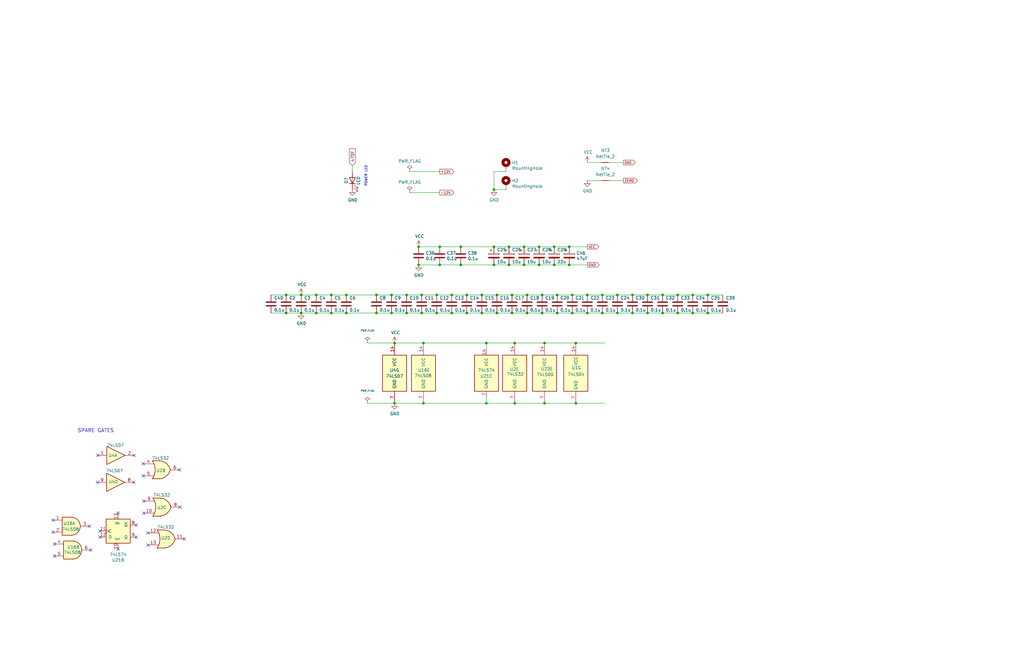
<source format=kicad_sch>
(kicad_sch (version 20211123) (generator eeschema)

  (uuid 6b243e9d-5e90-4a21-861b-d50de3ac528b)

  (paper "B")

  (title_block
    (title "Duodyne 80C188 CPU board")
    (date "2024-10-20")
    (rev "V0.8")
    (comment 1 "Based on a design by John R Coffman. ")
    (comment 2 " RetroBrew Computer Group")
  )

  (lib_symbols
    (symbol "74xx:74LS00" (pin_names (offset 1.016)) (in_bom yes) (on_board yes)
      (property "Reference" "U" (id 0) (at 0 1.27 0)
        (effects (font (size 1.27 1.27)))
      )
      (property "Value" "74LS00" (id 1) (at 0 -1.27 0)
        (effects (font (size 1.27 1.27)))
      )
      (property "Footprint" "" (id 2) (at 0 0 0)
        (effects (font (size 1.27 1.27)) hide)
      )
      (property "Datasheet" "http://www.ti.com/lit/gpn/sn74ls00" (id 3) (at 0 0 0)
        (effects (font (size 1.27 1.27)) hide)
      )
      (property "ki_locked" "" (id 4) (at 0 0 0)
        (effects (font (size 1.27 1.27)))
      )
      (property "ki_keywords" "TTL nand 2-input" (id 5) (at 0 0 0)
        (effects (font (size 1.27 1.27)) hide)
      )
      (property "ki_description" "quad 2-input NAND gate" (id 6) (at 0 0 0)
        (effects (font (size 1.27 1.27)) hide)
      )
      (property "ki_fp_filters" "DIP*W7.62mm* SO14*" (id 7) (at 0 0 0)
        (effects (font (size 1.27 1.27)) hide)
      )
      (symbol "74LS00_1_1"
        (arc (start 0 -3.81) (mid 3.81 0) (end 0 3.81)
          (stroke (width 0.254) (type default) (color 0 0 0 0))
          (fill (type background))
        )
        (polyline
          (pts
            (xy 0 3.81)
            (xy -3.81 3.81)
            (xy -3.81 -3.81)
            (xy 0 -3.81)
          )
          (stroke (width 0.254) (type default) (color 0 0 0 0))
          (fill (type background))
        )
        (pin input line (at -7.62 2.54 0) (length 3.81)
          (name "~" (effects (font (size 1.27 1.27))))
          (number "1" (effects (font (size 1.27 1.27))))
        )
        (pin input line (at -7.62 -2.54 0) (length 3.81)
          (name "~" (effects (font (size 1.27 1.27))))
          (number "2" (effects (font (size 1.27 1.27))))
        )
        (pin output inverted (at 7.62 0 180) (length 3.81)
          (name "~" (effects (font (size 1.27 1.27))))
          (number "3" (effects (font (size 1.27 1.27))))
        )
      )
      (symbol "74LS00_1_2"
        (arc (start -3.81 -3.81) (mid -2.589 0) (end -3.81 3.81)
          (stroke (width 0.254) (type default) (color 0 0 0 0))
          (fill (type none))
        )
        (arc (start -0.6096 -3.81) (mid 2.1842 -2.5851) (end 3.81 0)
          (stroke (width 0.254) (type default) (color 0 0 0 0))
          (fill (type background))
        )
        (polyline
          (pts
            (xy -3.81 -3.81)
            (xy -0.635 -3.81)
          )
          (stroke (width 0.254) (type default) (color 0 0 0 0))
          (fill (type background))
        )
        (polyline
          (pts
            (xy -3.81 3.81)
            (xy -0.635 3.81)
          )
          (stroke (width 0.254) (type default) (color 0 0 0 0))
          (fill (type background))
        )
        (polyline
          (pts
            (xy -0.635 3.81)
            (xy -3.81 3.81)
            (xy -3.81 3.81)
            (xy -3.556 3.4036)
            (xy -3.0226 2.2606)
            (xy -2.6924 1.0414)
            (xy -2.6162 -0.254)
            (xy -2.7686 -1.4986)
            (xy -3.175 -2.7178)
            (xy -3.81 -3.81)
            (xy -3.81 -3.81)
            (xy -0.635 -3.81)
          )
          (stroke (width -25.4) (type default) (color 0 0 0 0))
          (fill (type background))
        )
        (arc (start 3.81 0) (mid 2.1915 2.5936) (end -0.6096 3.81)
          (stroke (width 0.254) (type default) (color 0 0 0 0))
          (fill (type background))
        )
        (pin input inverted (at -7.62 2.54 0) (length 4.318)
          (name "~" (effects (font (size 1.27 1.27))))
          (number "1" (effects (font (size 1.27 1.27))))
        )
        (pin input inverted (at -7.62 -2.54 0) (length 4.318)
          (name "~" (effects (font (size 1.27 1.27))))
          (number "2" (effects (font (size 1.27 1.27))))
        )
        (pin output line (at 7.62 0 180) (length 3.81)
          (name "~" (effects (font (size 1.27 1.27))))
          (number "3" (effects (font (size 1.27 1.27))))
        )
      )
      (symbol "74LS00_2_1"
        (arc (start 0 -3.81) (mid 3.81 0) (end 0 3.81)
          (stroke (width 0.254) (type default) (color 0 0 0 0))
          (fill (type background))
        )
        (polyline
          (pts
            (xy 0 3.81)
            (xy -3.81 3.81)
            (xy -3.81 -3.81)
            (xy 0 -3.81)
          )
          (stroke (width 0.254) (type default) (color 0 0 0 0))
          (fill (type background))
        )
        (pin input line (at -7.62 2.54 0) (length 3.81)
          (name "~" (effects (font (size 1.27 1.27))))
          (number "4" (effects (font (size 1.27 1.27))))
        )
        (pin input line (at -7.62 -2.54 0) (length 3.81)
          (name "~" (effects (font (size 1.27 1.27))))
          (number "5" (effects (font (size 1.27 1.27))))
        )
        (pin output inverted (at 7.62 0 180) (length 3.81)
          (name "~" (effects (font (size 1.27 1.27))))
          (number "6" (effects (font (size 1.27 1.27))))
        )
      )
      (symbol "74LS00_2_2"
        (arc (start -3.81 -3.81) (mid -2.589 0) (end -3.81 3.81)
          (stroke (width 0.254) (type default) (color 0 0 0 0))
          (fill (type none))
        )
        (arc (start -0.6096 -3.81) (mid 2.1842 -2.5851) (end 3.81 0)
          (stroke (width 0.254) (type default) (color 0 0 0 0))
          (fill (type background))
        )
        (polyline
          (pts
            (xy -3.81 -3.81)
            (xy -0.635 -3.81)
          )
          (stroke (width 0.254) (type default) (color 0 0 0 0))
          (fill (type background))
        )
        (polyline
          (pts
            (xy -3.81 3.81)
            (xy -0.635 3.81)
          )
          (stroke (width 0.254) (type default) (color 0 0 0 0))
          (fill (type background))
        )
        (polyline
          (pts
            (xy -0.635 3.81)
            (xy -3.81 3.81)
            (xy -3.81 3.81)
            (xy -3.556 3.4036)
            (xy -3.0226 2.2606)
            (xy -2.6924 1.0414)
            (xy -2.6162 -0.254)
            (xy -2.7686 -1.4986)
            (xy -3.175 -2.7178)
            (xy -3.81 -3.81)
            (xy -3.81 -3.81)
            (xy -0.635 -3.81)
          )
          (stroke (width -25.4) (type default) (color 0 0 0 0))
          (fill (type background))
        )
        (arc (start 3.81 0) (mid 2.1915 2.5936) (end -0.6096 3.81)
          (stroke (width 0.254) (type default) (color 0 0 0 0))
          (fill (type background))
        )
        (pin input inverted (at -7.62 2.54 0) (length 4.318)
          (name "~" (effects (font (size 1.27 1.27))))
          (number "4" (effects (font (size 1.27 1.27))))
        )
        (pin input inverted (at -7.62 -2.54 0) (length 4.318)
          (name "~" (effects (font (size 1.27 1.27))))
          (number "5" (effects (font (size 1.27 1.27))))
        )
        (pin output line (at 7.62 0 180) (length 3.81)
          (name "~" (effects (font (size 1.27 1.27))))
          (number "6" (effects (font (size 1.27 1.27))))
        )
      )
      (symbol "74LS00_3_1"
        (arc (start 0 -3.81) (mid 3.81 0) (end 0 3.81)
          (stroke (width 0.254) (type default) (color 0 0 0 0))
          (fill (type background))
        )
        (polyline
          (pts
            (xy 0 3.81)
            (xy -3.81 3.81)
            (xy -3.81 -3.81)
            (xy 0 -3.81)
          )
          (stroke (width 0.254) (type default) (color 0 0 0 0))
          (fill (type background))
        )
        (pin input line (at -7.62 -2.54 0) (length 3.81)
          (name "~" (effects (font (size 1.27 1.27))))
          (number "10" (effects (font (size 1.27 1.27))))
        )
        (pin output inverted (at 7.62 0 180) (length 3.81)
          (name "~" (effects (font (size 1.27 1.27))))
          (number "8" (effects (font (size 1.27 1.27))))
        )
        (pin input line (at -7.62 2.54 0) (length 3.81)
          (name "~" (effects (font (size 1.27 1.27))))
          (number "9" (effects (font (size 1.27 1.27))))
        )
      )
      (symbol "74LS00_3_2"
        (arc (start -3.81 -3.81) (mid -2.589 0) (end -3.81 3.81)
          (stroke (width 0.254) (type default) (color 0 0 0 0))
          (fill (type none))
        )
        (arc (start -0.6096 -3.81) (mid 2.1842 -2.5851) (end 3.81 0)
          (stroke (width 0.254) (type default) (color 0 0 0 0))
          (fill (type background))
        )
        (polyline
          (pts
            (xy -3.81 -3.81)
            (xy -0.635 -3.81)
          )
          (stroke (width 0.254) (type default) (color 0 0 0 0))
          (fill (type background))
        )
        (polyline
          (pts
            (xy -3.81 3.81)
            (xy -0.635 3.81)
          )
          (stroke (width 0.254) (type default) (color 0 0 0 0))
          (fill (type background))
        )
        (polyline
          (pts
            (xy -0.635 3.81)
            (xy -3.81 3.81)
            (xy -3.81 3.81)
            (xy -3.556 3.4036)
            (xy -3.0226 2.2606)
            (xy -2.6924 1.0414)
            (xy -2.6162 -0.254)
            (xy -2.7686 -1.4986)
            (xy -3.175 -2.7178)
            (xy -3.81 -3.81)
            (xy -3.81 -3.81)
            (xy -0.635 -3.81)
          )
          (stroke (width -25.4) (type default) (color 0 0 0 0))
          (fill (type background))
        )
        (arc (start 3.81 0) (mid 2.1915 2.5936) (end -0.6096 3.81)
          (stroke (width 0.254) (type default) (color 0 0 0 0))
          (fill (type background))
        )
        (pin input inverted (at -7.62 -2.54 0) (length 4.318)
          (name "~" (effects (font (size 1.27 1.27))))
          (number "10" (effects (font (size 1.27 1.27))))
        )
        (pin output line (at 7.62 0 180) (length 3.81)
          (name "~" (effects (font (size 1.27 1.27))))
          (number "8" (effects (font (size 1.27 1.27))))
        )
        (pin input inverted (at -7.62 2.54 0) (length 4.318)
          (name "~" (effects (font (size 1.27 1.27))))
          (number "9" (effects (font (size 1.27 1.27))))
        )
      )
      (symbol "74LS00_4_1"
        (arc (start 0 -3.81) (mid 3.81 0) (end 0 3.81)
          (stroke (width 0.254) (type default) (color 0 0 0 0))
          (fill (type background))
        )
        (polyline
          (pts
            (xy 0 3.81)
            (xy -3.81 3.81)
            (xy -3.81 -3.81)
            (xy 0 -3.81)
          )
          (stroke (width 0.254) (type default) (color 0 0 0 0))
          (fill (type background))
        )
        (pin output inverted (at 7.62 0 180) (length 3.81)
          (name "~" (effects (font (size 1.27 1.27))))
          (number "11" (effects (font (size 1.27 1.27))))
        )
        (pin input line (at -7.62 2.54 0) (length 3.81)
          (name "~" (effects (font (size 1.27 1.27))))
          (number "12" (effects (font (size 1.27 1.27))))
        )
        (pin input line (at -7.62 -2.54 0) (length 3.81)
          (name "~" (effects (font (size 1.27 1.27))))
          (number "13" (effects (font (size 1.27 1.27))))
        )
      )
      (symbol "74LS00_4_2"
        (arc (start -3.81 -3.81) (mid -2.589 0) (end -3.81 3.81)
          (stroke (width 0.254) (type default) (color 0 0 0 0))
          (fill (type none))
        )
        (arc (start -0.6096 -3.81) (mid 2.1842 -2.5851) (end 3.81 0)
          (stroke (width 0.254) (type default) (color 0 0 0 0))
          (fill (type background))
        )
        (polyline
          (pts
            (xy -3.81 -3.81)
            (xy -0.635 -3.81)
          )
          (stroke (width 0.254) (type default) (color 0 0 0 0))
          (fill (type background))
        )
        (polyline
          (pts
            (xy -3.81 3.81)
            (xy -0.635 3.81)
          )
          (stroke (width 0.254) (type default) (color 0 0 0 0))
          (fill (type background))
        )
        (polyline
          (pts
            (xy -0.635 3.81)
            (xy -3.81 3.81)
            (xy -3.81 3.81)
            (xy -3.556 3.4036)
            (xy -3.0226 2.2606)
            (xy -2.6924 1.0414)
            (xy -2.6162 -0.254)
            (xy -2.7686 -1.4986)
            (xy -3.175 -2.7178)
            (xy -3.81 -3.81)
            (xy -3.81 -3.81)
            (xy -0.635 -3.81)
          )
          (stroke (width -25.4) (type default) (color 0 0 0 0))
          (fill (type background))
        )
        (arc (start 3.81 0) (mid 2.1915 2.5936) (end -0.6096 3.81)
          (stroke (width 0.254) (type default) (color 0 0 0 0))
          (fill (type background))
        )
        (pin output line (at 7.62 0 180) (length 3.81)
          (name "~" (effects (font (size 1.27 1.27))))
          (number "11" (effects (font (size 1.27 1.27))))
        )
        (pin input inverted (at -7.62 2.54 0) (length 4.318)
          (name "~" (effects (font (size 1.27 1.27))))
          (number "12" (effects (font (size 1.27 1.27))))
        )
        (pin input inverted (at -7.62 -2.54 0) (length 4.318)
          (name "~" (effects (font (size 1.27 1.27))))
          (number "13" (effects (font (size 1.27 1.27))))
        )
      )
      (symbol "74LS00_5_0"
        (pin power_in line (at 0 12.7 270) (length 5.08)
          (name "VCC" (effects (font (size 1.27 1.27))))
          (number "14" (effects (font (size 1.27 1.27))))
        )
        (pin power_in line (at 0 -12.7 90) (length 5.08)
          (name "GND" (effects (font (size 1.27 1.27))))
          (number "7" (effects (font (size 1.27 1.27))))
        )
      )
      (symbol "74LS00_5_1"
        (rectangle (start -5.08 7.62) (end 5.08 -7.62)
          (stroke (width 0.254) (type default) (color 0 0 0 0))
          (fill (type background))
        )
      )
    )
    (symbol "74xx:74LS04" (in_bom yes) (on_board yes)
      (property "Reference" "U" (id 0) (at 0 1.27 0)
        (effects (font (size 1.27 1.27)))
      )
      (property "Value" "74LS04" (id 1) (at 0 -1.27 0)
        (effects (font (size 1.27 1.27)))
      )
      (property "Footprint" "" (id 2) (at 0 0 0)
        (effects (font (size 1.27 1.27)) hide)
      )
      (property "Datasheet" "http://www.ti.com/lit/gpn/sn74LS04" (id 3) (at 0 0 0)
        (effects (font (size 1.27 1.27)) hide)
      )
      (property "ki_locked" "" (id 4) (at 0 0 0)
        (effects (font (size 1.27 1.27)))
      )
      (property "ki_keywords" "TTL not inv" (id 5) (at 0 0 0)
        (effects (font (size 1.27 1.27)) hide)
      )
      (property "ki_description" "Hex Inverter" (id 6) (at 0 0 0)
        (effects (font (size 1.27 1.27)) hide)
      )
      (property "ki_fp_filters" "DIP*W7.62mm* SSOP?14* TSSOP?14*" (id 7) (at 0 0 0)
        (effects (font (size 1.27 1.27)) hide)
      )
      (symbol "74LS04_1_0"
        (polyline
          (pts
            (xy -3.81 3.81)
            (xy -3.81 -3.81)
            (xy 3.81 0)
            (xy -3.81 3.81)
          )
          (stroke (width 0.254) (type default) (color 0 0 0 0))
          (fill (type background))
        )
        (pin input line (at -7.62 0 0) (length 3.81)
          (name "~" (effects (font (size 1.27 1.27))))
          (number "1" (effects (font (size 1.27 1.27))))
        )
        (pin output inverted (at 7.62 0 180) (length 3.81)
          (name "~" (effects (font (size 1.27 1.27))))
          (number "2" (effects (font (size 1.27 1.27))))
        )
      )
      (symbol "74LS04_2_0"
        (polyline
          (pts
            (xy -3.81 3.81)
            (xy -3.81 -3.81)
            (xy 3.81 0)
            (xy -3.81 3.81)
          )
          (stroke (width 0.254) (type default) (color 0 0 0 0))
          (fill (type background))
        )
        (pin input line (at -7.62 0 0) (length 3.81)
          (name "~" (effects (font (size 1.27 1.27))))
          (number "3" (effects (font (size 1.27 1.27))))
        )
        (pin output inverted (at 7.62 0 180) (length 3.81)
          (name "~" (effects (font (size 1.27 1.27))))
          (number "4" (effects (font (size 1.27 1.27))))
        )
      )
      (symbol "74LS04_3_0"
        (polyline
          (pts
            (xy -3.81 3.81)
            (xy -3.81 -3.81)
            (xy 3.81 0)
            (xy -3.81 3.81)
          )
          (stroke (width 0.254) (type default) (color 0 0 0 0))
          (fill (type background))
        )
        (pin input line (at -7.62 0 0) (length 3.81)
          (name "~" (effects (font (size 1.27 1.27))))
          (number "5" (effects (font (size 1.27 1.27))))
        )
        (pin output inverted (at 7.62 0 180) (length 3.81)
          (name "~" (effects (font (size 1.27 1.27))))
          (number "6" (effects (font (size 1.27 1.27))))
        )
      )
      (symbol "74LS04_4_0"
        (polyline
          (pts
            (xy -3.81 3.81)
            (xy -3.81 -3.81)
            (xy 3.81 0)
            (xy -3.81 3.81)
          )
          (stroke (width 0.254) (type default) (color 0 0 0 0))
          (fill (type background))
        )
        (pin output inverted (at 7.62 0 180) (length 3.81)
          (name "~" (effects (font (size 1.27 1.27))))
          (number "8" (effects (font (size 1.27 1.27))))
        )
        (pin input line (at -7.62 0 0) (length 3.81)
          (name "~" (effects (font (size 1.27 1.27))))
          (number "9" (effects (font (size 1.27 1.27))))
        )
      )
      (symbol "74LS04_5_0"
        (polyline
          (pts
            (xy -3.81 3.81)
            (xy -3.81 -3.81)
            (xy 3.81 0)
            (xy -3.81 3.81)
          )
          (stroke (width 0.254) (type default) (color 0 0 0 0))
          (fill (type background))
        )
        (pin output inverted (at 7.62 0 180) (length 3.81)
          (name "~" (effects (font (size 1.27 1.27))))
          (number "10" (effects (font (size 1.27 1.27))))
        )
        (pin input line (at -7.62 0 0) (length 3.81)
          (name "~" (effects (font (size 1.27 1.27))))
          (number "11" (effects (font (size 1.27 1.27))))
        )
      )
      (symbol "74LS04_6_0"
        (polyline
          (pts
            (xy -3.81 3.81)
            (xy -3.81 -3.81)
            (xy 3.81 0)
            (xy -3.81 3.81)
          )
          (stroke (width 0.254) (type default) (color 0 0 0 0))
          (fill (type background))
        )
        (pin output inverted (at 7.62 0 180) (length 3.81)
          (name "~" (effects (font (size 1.27 1.27))))
          (number "12" (effects (font (size 1.27 1.27))))
        )
        (pin input line (at -7.62 0 0) (length 3.81)
          (name "~" (effects (font (size 1.27 1.27))))
          (number "13" (effects (font (size 1.27 1.27))))
        )
      )
      (symbol "74LS04_7_0"
        (pin power_in line (at 0 12.7 270) (length 5.08)
          (name "VCC" (effects (font (size 1.27 1.27))))
          (number "14" (effects (font (size 1.27 1.27))))
        )
        (pin power_in line (at 0 -12.7 90) (length 5.08)
          (name "GND" (effects (font (size 1.27 1.27))))
          (number "7" (effects (font (size 1.27 1.27))))
        )
      )
      (symbol "74LS04_7_1"
        (rectangle (start -5.08 7.62) (end 5.08 -7.62)
          (stroke (width 0.254) (type default) (color 0 0 0 0))
          (fill (type background))
        )
      )
    )
    (symbol "74xx:74LS07" (pin_names (offset 1.016)) (in_bom yes) (on_board yes)
      (property "Reference" "U" (id 0) (at 0 1.27 0)
        (effects (font (size 1.27 1.27)))
      )
      (property "Value" "74LS07" (id 1) (at 0 -1.27 0)
        (effects (font (size 1.27 1.27)))
      )
      (property "Footprint" "" (id 2) (at 0 0 0)
        (effects (font (size 1.27 1.27)) hide)
      )
      (property "Datasheet" "www.ti.com/lit/ds/symlink/sn74ls07.pdf" (id 3) (at 0 0 0)
        (effects (font (size 1.27 1.27)) hide)
      )
      (property "ki_locked" "" (id 4) (at 0 0 0)
        (effects (font (size 1.27 1.27)))
      )
      (property "ki_keywords" "TTL hex buffer OpenCol" (id 5) (at 0 0 0)
        (effects (font (size 1.27 1.27)) hide)
      )
      (property "ki_description" "Hex Buffers and Drivers With Open Collector High Voltage Outputs" (id 6) (at 0 0 0)
        (effects (font (size 1.27 1.27)) hide)
      )
      (property "ki_fp_filters" "SOIC*3.9x8.7mm*P1.27mm* TSSOP*4.4x5mm*P0.65mm* DIP*W7.62mm*" (id 7) (at 0 0 0)
        (effects (font (size 1.27 1.27)) hide)
      )
      (symbol "74LS07_1_0"
        (polyline
          (pts
            (xy -3.81 3.81)
            (xy -3.81 -3.81)
            (xy 3.81 0)
            (xy -3.81 3.81)
          )
          (stroke (width 0.254) (type default) (color 0 0 0 0))
          (fill (type background))
        )
        (pin input line (at -7.62 0 0) (length 3.81)
          (name "~" (effects (font (size 1.27 1.27))))
          (number "1" (effects (font (size 1.27 1.27))))
        )
        (pin open_collector line (at 7.62 0 180) (length 3.81)
          (name "~" (effects (font (size 1.27 1.27))))
          (number "2" (effects (font (size 1.27 1.27))))
        )
      )
      (symbol "74LS07_2_0"
        (polyline
          (pts
            (xy -3.81 3.81)
            (xy -3.81 -3.81)
            (xy 3.81 0)
            (xy -3.81 3.81)
          )
          (stroke (width 0.254) (type default) (color 0 0 0 0))
          (fill (type background))
        )
        (pin input line (at -7.62 0 0) (length 3.81)
          (name "~" (effects (font (size 1.27 1.27))))
          (number "3" (effects (font (size 1.27 1.27))))
        )
        (pin open_collector line (at 7.62 0 180) (length 3.81)
          (name "~" (effects (font (size 1.27 1.27))))
          (number "4" (effects (font (size 1.27 1.27))))
        )
      )
      (symbol "74LS07_3_0"
        (polyline
          (pts
            (xy -3.81 3.81)
            (xy -3.81 -3.81)
            (xy 3.81 0)
            (xy -3.81 3.81)
          )
          (stroke (width 0.254) (type default) (color 0 0 0 0))
          (fill (type background))
        )
        (pin input line (at -7.62 0 0) (length 3.81)
          (name "~" (effects (font (size 1.27 1.27))))
          (number "5" (effects (font (size 1.27 1.27))))
        )
        (pin open_collector line (at 7.62 0 180) (length 3.81)
          (name "~" (effects (font (size 1.27 1.27))))
          (number "6" (effects (font (size 1.27 1.27))))
        )
      )
      (symbol "74LS07_4_0"
        (polyline
          (pts
            (xy -3.81 3.81)
            (xy -3.81 -3.81)
            (xy 3.81 0)
            (xy -3.81 3.81)
          )
          (stroke (width 0.254) (type default) (color 0 0 0 0))
          (fill (type background))
        )
        (pin open_collector line (at 7.62 0 180) (length 3.81)
          (name "~" (effects (font (size 1.27 1.27))))
          (number "8" (effects (font (size 1.27 1.27))))
        )
        (pin input line (at -7.62 0 0) (length 3.81)
          (name "~" (effects (font (size 1.27 1.27))))
          (number "9" (effects (font (size 1.27 1.27))))
        )
      )
      (symbol "74LS07_5_0"
        (polyline
          (pts
            (xy -3.81 3.81)
            (xy -3.81 -3.81)
            (xy 3.81 0)
            (xy -3.81 3.81)
          )
          (stroke (width 0.254) (type default) (color 0 0 0 0))
          (fill (type background))
        )
        (pin open_collector line (at 7.62 0 180) (length 3.81)
          (name "~" (effects (font (size 1.27 1.27))))
          (number "10" (effects (font (size 1.27 1.27))))
        )
        (pin input line (at -7.62 0 0) (length 3.81)
          (name "~" (effects (font (size 1.27 1.27))))
          (number "11" (effects (font (size 1.27 1.27))))
        )
      )
      (symbol "74LS07_6_0"
        (polyline
          (pts
            (xy -3.81 3.81)
            (xy -3.81 -3.81)
            (xy 3.81 0)
            (xy -3.81 3.81)
          )
          (stroke (width 0.254) (type default) (color 0 0 0 0))
          (fill (type background))
        )
        (pin open_collector line (at 7.62 0 180) (length 3.81)
          (name "~" (effects (font (size 1.27 1.27))))
          (number "12" (effects (font (size 1.27 1.27))))
        )
        (pin input line (at -7.62 0 0) (length 3.81)
          (name "~" (effects (font (size 1.27 1.27))))
          (number "13" (effects (font (size 1.27 1.27))))
        )
      )
      (symbol "74LS07_7_0"
        (pin power_in line (at 0 12.7 270) (length 5.08)
          (name "VCC" (effects (font (size 1.27 1.27))))
          (number "14" (effects (font (size 1.27 1.27))))
        )
        (pin power_in line (at 0 -12.7 90) (length 5.08)
          (name "GND" (effects (font (size 1.27 1.27))))
          (number "7" (effects (font (size 1.27 1.27))))
        )
      )
      (symbol "74LS07_7_1"
        (rectangle (start -5.08 7.62) (end 5.08 -7.62)
          (stroke (width 0.254) (type default) (color 0 0 0 0))
          (fill (type background))
        )
      )
    )
    (symbol "74xx:74LS08" (pin_names (offset 1.016)) (in_bom yes) (on_board yes)
      (property "Reference" "U" (id 0) (at 0 1.27 0)
        (effects (font (size 1.27 1.27)))
      )
      (property "Value" "74LS08" (id 1) (at 0 -1.27 0)
        (effects (font (size 1.27 1.27)))
      )
      (property "Footprint" "" (id 2) (at 0 0 0)
        (effects (font (size 1.27 1.27)) hide)
      )
      (property "Datasheet" "http://www.ti.com/lit/gpn/sn74LS08" (id 3) (at 0 0 0)
        (effects (font (size 1.27 1.27)) hide)
      )
      (property "ki_locked" "" (id 4) (at 0 0 0)
        (effects (font (size 1.27 1.27)))
      )
      (property "ki_keywords" "TTL and2" (id 5) (at 0 0 0)
        (effects (font (size 1.27 1.27)) hide)
      )
      (property "ki_description" "Quad And2" (id 6) (at 0 0 0)
        (effects (font (size 1.27 1.27)) hide)
      )
      (property "ki_fp_filters" "DIP*W7.62mm*" (id 7) (at 0 0 0)
        (effects (font (size 1.27 1.27)) hide)
      )
      (symbol "74LS08_1_1"
        (arc (start 0 -3.81) (mid 3.81 0) (end 0 3.81)
          (stroke (width 0.254) (type default) (color 0 0 0 0))
          (fill (type background))
        )
        (polyline
          (pts
            (xy 0 3.81)
            (xy -3.81 3.81)
            (xy -3.81 -3.81)
            (xy 0 -3.81)
          )
          (stroke (width 0.254) (type default) (color 0 0 0 0))
          (fill (type background))
        )
        (pin input line (at -7.62 2.54 0) (length 3.81)
          (name "~" (effects (font (size 1.27 1.27))))
          (number "1" (effects (font (size 1.27 1.27))))
        )
        (pin input line (at -7.62 -2.54 0) (length 3.81)
          (name "~" (effects (font (size 1.27 1.27))))
          (number "2" (effects (font (size 1.27 1.27))))
        )
        (pin output line (at 7.62 0 180) (length 3.81)
          (name "~" (effects (font (size 1.27 1.27))))
          (number "3" (effects (font (size 1.27 1.27))))
        )
      )
      (symbol "74LS08_1_2"
        (arc (start -3.81 -3.81) (mid -2.589 0) (end -3.81 3.81)
          (stroke (width 0.254) (type default) (color 0 0 0 0))
          (fill (type none))
        )
        (arc (start -0.6096 -3.81) (mid 2.1842 -2.5851) (end 3.81 0)
          (stroke (width 0.254) (type default) (color 0 0 0 0))
          (fill (type background))
        )
        (polyline
          (pts
            (xy -3.81 -3.81)
            (xy -0.635 -3.81)
          )
          (stroke (width 0.254) (type default) (color 0 0 0 0))
          (fill (type background))
        )
        (polyline
          (pts
            (xy -3.81 3.81)
            (xy -0.635 3.81)
          )
          (stroke (width 0.254) (type default) (color 0 0 0 0))
          (fill (type background))
        )
        (polyline
          (pts
            (xy -0.635 3.81)
            (xy -3.81 3.81)
            (xy -3.81 3.81)
            (xy -3.556 3.4036)
            (xy -3.0226 2.2606)
            (xy -2.6924 1.0414)
            (xy -2.6162 -0.254)
            (xy -2.7686 -1.4986)
            (xy -3.175 -2.7178)
            (xy -3.81 -3.81)
            (xy -3.81 -3.81)
            (xy -0.635 -3.81)
          )
          (stroke (width -25.4) (type default) (color 0 0 0 0))
          (fill (type background))
        )
        (arc (start 3.81 0) (mid 2.1915 2.5936) (end -0.6096 3.81)
          (stroke (width 0.254) (type default) (color 0 0 0 0))
          (fill (type background))
        )
        (pin input inverted (at -7.62 2.54 0) (length 4.318)
          (name "~" (effects (font (size 1.27 1.27))))
          (number "1" (effects (font (size 1.27 1.27))))
        )
        (pin input inverted (at -7.62 -2.54 0) (length 4.318)
          (name "~" (effects (font (size 1.27 1.27))))
          (number "2" (effects (font (size 1.27 1.27))))
        )
        (pin output inverted (at 7.62 0 180) (length 3.81)
          (name "~" (effects (font (size 1.27 1.27))))
          (number "3" (effects (font (size 1.27 1.27))))
        )
      )
      (symbol "74LS08_2_1"
        (arc (start 0 -3.81) (mid 3.81 0) (end 0 3.81)
          (stroke (width 0.254) (type default) (color 0 0 0 0))
          (fill (type background))
        )
        (polyline
          (pts
            (xy 0 3.81)
            (xy -3.81 3.81)
            (xy -3.81 -3.81)
            (xy 0 -3.81)
          )
          (stroke (width 0.254) (type default) (color 0 0 0 0))
          (fill (type background))
        )
        (pin input line (at -7.62 2.54 0) (length 3.81)
          (name "~" (effects (font (size 1.27 1.27))))
          (number "4" (effects (font (size 1.27 1.27))))
        )
        (pin input line (at -7.62 -2.54 0) (length 3.81)
          (name "~" (effects (font (size 1.27 1.27))))
          (number "5" (effects (font (size 1.27 1.27))))
        )
        (pin output line (at 7.62 0 180) (length 3.81)
          (name "~" (effects (font (size 1.27 1.27))))
          (number "6" (effects (font (size 1.27 1.27))))
        )
      )
      (symbol "74LS08_2_2"
        (arc (start -3.81 -3.81) (mid -2.589 0) (end -3.81 3.81)
          (stroke (width 0.254) (type default) (color 0 0 0 0))
          (fill (type none))
        )
        (arc (start -0.6096 -3.81) (mid 2.1842 -2.5851) (end 3.81 0)
          (stroke (width 0.254) (type default) (color 0 0 0 0))
          (fill (type background))
        )
        (polyline
          (pts
            (xy -3.81 -3.81)
            (xy -0.635 -3.81)
          )
          (stroke (width 0.254) (type default) (color 0 0 0 0))
          (fill (type background))
        )
        (polyline
          (pts
            (xy -3.81 3.81)
            (xy -0.635 3.81)
          )
          (stroke (width 0.254) (type default) (color 0 0 0 0))
          (fill (type background))
        )
        (polyline
          (pts
            (xy -0.635 3.81)
            (xy -3.81 3.81)
            (xy -3.81 3.81)
            (xy -3.556 3.4036)
            (xy -3.0226 2.2606)
            (xy -2.6924 1.0414)
            (xy -2.6162 -0.254)
            (xy -2.7686 -1.4986)
            (xy -3.175 -2.7178)
            (xy -3.81 -3.81)
            (xy -3.81 -3.81)
            (xy -0.635 -3.81)
          )
          (stroke (width -25.4) (type default) (color 0 0 0 0))
          (fill (type background))
        )
        (arc (start 3.81 0) (mid 2.1915 2.5936) (end -0.6096 3.81)
          (stroke (width 0.254) (type default) (color 0 0 0 0))
          (fill (type background))
        )
        (pin input inverted (at -7.62 2.54 0) (length 4.318)
          (name "~" (effects (font (size 1.27 1.27))))
          (number "4" (effects (font (size 1.27 1.27))))
        )
        (pin input inverted (at -7.62 -2.54 0) (length 4.318)
          (name "~" (effects (font (size 1.27 1.27))))
          (number "5" (effects (font (size 1.27 1.27))))
        )
        (pin output inverted (at 7.62 0 180) (length 3.81)
          (name "~" (effects (font (size 1.27 1.27))))
          (number "6" (effects (font (size 1.27 1.27))))
        )
      )
      (symbol "74LS08_3_1"
        (arc (start 0 -3.81) (mid 3.81 0) (end 0 3.81)
          (stroke (width 0.254) (type default) (color 0 0 0 0))
          (fill (type background))
        )
        (polyline
          (pts
            (xy 0 3.81)
            (xy -3.81 3.81)
            (xy -3.81 -3.81)
            (xy 0 -3.81)
          )
          (stroke (width 0.254) (type default) (color 0 0 0 0))
          (fill (type background))
        )
        (pin input line (at -7.62 -2.54 0) (length 3.81)
          (name "~" (effects (font (size 1.27 1.27))))
          (number "10" (effects (font (size 1.27 1.27))))
        )
        (pin output line (at 7.62 0 180) (length 3.81)
          (name "~" (effects (font (size 1.27 1.27))))
          (number "8" (effects (font (size 1.27 1.27))))
        )
        (pin input line (at -7.62 2.54 0) (length 3.81)
          (name "~" (effects (font (size 1.27 1.27))))
          (number "9" (effects (font (size 1.27 1.27))))
        )
      )
      (symbol "74LS08_3_2"
        (arc (start -3.81 -3.81) (mid -2.589 0) (end -3.81 3.81)
          (stroke (width 0.254) (type default) (color 0 0 0 0))
          (fill (type none))
        )
        (arc (start -0.6096 -3.81) (mid 2.1842 -2.5851) (end 3.81 0)
          (stroke (width 0.254) (type default) (color 0 0 0 0))
          (fill (type background))
        )
        (polyline
          (pts
            (xy -3.81 -3.81)
            (xy -0.635 -3.81)
          )
          (stroke (width 0.254) (type default) (color 0 0 0 0))
          (fill (type background))
        )
        (polyline
          (pts
            (xy -3.81 3.81)
            (xy -0.635 3.81)
          )
          (stroke (width 0.254) (type default) (color 0 0 0 0))
          (fill (type background))
        )
        (polyline
          (pts
            (xy -0.635 3.81)
            (xy -3.81 3.81)
            (xy -3.81 3.81)
            (xy -3.556 3.4036)
            (xy -3.0226 2.2606)
            (xy -2.6924 1.0414)
            (xy -2.6162 -0.254)
            (xy -2.7686 -1.4986)
            (xy -3.175 -2.7178)
            (xy -3.81 -3.81)
            (xy -3.81 -3.81)
            (xy -0.635 -3.81)
          )
          (stroke (width -25.4) (type default) (color 0 0 0 0))
          (fill (type background))
        )
        (arc (start 3.81 0) (mid 2.1915 2.5936) (end -0.6096 3.81)
          (stroke (width 0.254) (type default) (color 0 0 0 0))
          (fill (type background))
        )
        (pin input inverted (at -7.62 -2.54 0) (length 4.318)
          (name "~" (effects (font (size 1.27 1.27))))
          (number "10" (effects (font (size 1.27 1.27))))
        )
        (pin output inverted (at 7.62 0 180) (length 3.81)
          (name "~" (effects (font (size 1.27 1.27))))
          (number "8" (effects (font (size 1.27 1.27))))
        )
        (pin input inverted (at -7.62 2.54 0) (length 4.318)
          (name "~" (effects (font (size 1.27 1.27))))
          (number "9" (effects (font (size 1.27 1.27))))
        )
      )
      (symbol "74LS08_4_1"
        (arc (start 0 -3.81) (mid 3.81 0) (end 0 3.81)
          (stroke (width 0.254) (type default) (color 0 0 0 0))
          (fill (type background))
        )
        (polyline
          (pts
            (xy 0 3.81)
            (xy -3.81 3.81)
            (xy -3.81 -3.81)
            (xy 0 -3.81)
          )
          (stroke (width 0.254) (type default) (color 0 0 0 0))
          (fill (type background))
        )
        (pin output line (at 7.62 0 180) (length 3.81)
          (name "~" (effects (font (size 1.27 1.27))))
          (number "11" (effects (font (size 1.27 1.27))))
        )
        (pin input line (at -7.62 2.54 0) (length 3.81)
          (name "~" (effects (font (size 1.27 1.27))))
          (number "12" (effects (font (size 1.27 1.27))))
        )
        (pin input line (at -7.62 -2.54 0) (length 3.81)
          (name "~" (effects (font (size 1.27 1.27))))
          (number "13" (effects (font (size 1.27 1.27))))
        )
      )
      (symbol "74LS08_4_2"
        (arc (start -3.81 -3.81) (mid -2.589 0) (end -3.81 3.81)
          (stroke (width 0.254) (type default) (color 0 0 0 0))
          (fill (type none))
        )
        (arc (start -0.6096 -3.81) (mid 2.1842 -2.5851) (end 3.81 0)
          (stroke (width 0.254) (type default) (color 0 0 0 0))
          (fill (type background))
        )
        (polyline
          (pts
            (xy -3.81 -3.81)
            (xy -0.635 -3.81)
          )
          (stroke (width 0.254) (type default) (color 0 0 0 0))
          (fill (type background))
        )
        (polyline
          (pts
            (xy -3.81 3.81)
            (xy -0.635 3.81)
          )
          (stroke (width 0.254) (type default) (color 0 0 0 0))
          (fill (type background))
        )
        (polyline
          (pts
            (xy -0.635 3.81)
            (xy -3.81 3.81)
            (xy -3.81 3.81)
            (xy -3.556 3.4036)
            (xy -3.0226 2.2606)
            (xy -2.6924 1.0414)
            (xy -2.6162 -0.254)
            (xy -2.7686 -1.4986)
            (xy -3.175 -2.7178)
            (xy -3.81 -3.81)
            (xy -3.81 -3.81)
            (xy -0.635 -3.81)
          )
          (stroke (width -25.4) (type default) (color 0 0 0 0))
          (fill (type background))
        )
        (arc (start 3.81 0) (mid 2.1915 2.5936) (end -0.6096 3.81)
          (stroke (width 0.254) (type default) (color 0 0 0 0))
          (fill (type background))
        )
        (pin output inverted (at 7.62 0 180) (length 3.81)
          (name "~" (effects (font (size 1.27 1.27))))
          (number "11" (effects (font (size 1.27 1.27))))
        )
        (pin input inverted (at -7.62 2.54 0) (length 4.318)
          (name "~" (effects (font (size 1.27 1.27))))
          (number "12" (effects (font (size 1.27 1.27))))
        )
        (pin input inverted (at -7.62 -2.54 0) (length 4.318)
          (name "~" (effects (font (size 1.27 1.27))))
          (number "13" (effects (font (size 1.27 1.27))))
        )
      )
      (symbol "74LS08_5_0"
        (pin power_in line (at 0 12.7 270) (length 5.08)
          (name "VCC" (effects (font (size 1.27 1.27))))
          (number "14" (effects (font (size 1.27 1.27))))
        )
        (pin power_in line (at 0 -12.7 90) (length 5.08)
          (name "GND" (effects (font (size 1.27 1.27))))
          (number "7" (effects (font (size 1.27 1.27))))
        )
      )
      (symbol "74LS08_5_1"
        (rectangle (start -5.08 7.62) (end 5.08 -7.62)
          (stroke (width 0.254) (type default) (color 0 0 0 0))
          (fill (type background))
        )
      )
    )
    (symbol "74xx:74LS32" (pin_names (offset 1.016)) (in_bom yes) (on_board yes)
      (property "Reference" "U" (id 0) (at 0 1.27 0)
        (effects (font (size 1.27 1.27)))
      )
      (property "Value" "74LS32" (id 1) (at 0 -1.27 0)
        (effects (font (size 1.27 1.27)))
      )
      (property "Footprint" "" (id 2) (at 0 0 0)
        (effects (font (size 1.27 1.27)) hide)
      )
      (property "Datasheet" "http://www.ti.com/lit/gpn/sn74LS32" (id 3) (at 0 0 0)
        (effects (font (size 1.27 1.27)) hide)
      )
      (property "ki_locked" "" (id 4) (at 0 0 0)
        (effects (font (size 1.27 1.27)))
      )
      (property "ki_keywords" "TTL Or2" (id 5) (at 0 0 0)
        (effects (font (size 1.27 1.27)) hide)
      )
      (property "ki_description" "Quad 2-input OR" (id 6) (at 0 0 0)
        (effects (font (size 1.27 1.27)) hide)
      )
      (property "ki_fp_filters" "DIP?14*" (id 7) (at 0 0 0)
        (effects (font (size 1.27 1.27)) hide)
      )
      (symbol "74LS32_1_1"
        (arc (start -3.81 -3.81) (mid -2.589 0) (end -3.81 3.81)
          (stroke (width 0.254) (type default) (color 0 0 0 0))
          (fill (type none))
        )
        (arc (start -0.6096 -3.81) (mid 2.1842 -2.5851) (end 3.81 0)
          (stroke (width 0.254) (type default) (color 0 0 0 0))
          (fill (type background))
        )
        (polyline
          (pts
            (xy -3.81 -3.81)
            (xy -0.635 -3.81)
          )
          (stroke (width 0.254) (type default) (color 0 0 0 0))
          (fill (type background))
        )
        (polyline
          (pts
            (xy -3.81 3.81)
            (xy -0.635 3.81)
          )
          (stroke (width 0.254) (type default) (color 0 0 0 0))
          (fill (type background))
        )
        (polyline
          (pts
            (xy -0.635 3.81)
            (xy -3.81 3.81)
            (xy -3.81 3.81)
            (xy -3.556 3.4036)
            (xy -3.0226 2.2606)
            (xy -2.6924 1.0414)
            (xy -2.6162 -0.254)
            (xy -2.7686 -1.4986)
            (xy -3.175 -2.7178)
            (xy -3.81 -3.81)
            (xy -3.81 -3.81)
            (xy -0.635 -3.81)
          )
          (stroke (width -25.4) (type default) (color 0 0 0 0))
          (fill (type background))
        )
        (arc (start 3.81 0) (mid 2.1915 2.5936) (end -0.6096 3.81)
          (stroke (width 0.254) (type default) (color 0 0 0 0))
          (fill (type background))
        )
        (pin input line (at -7.62 2.54 0) (length 4.318)
          (name "~" (effects (font (size 1.27 1.27))))
          (number "1" (effects (font (size 1.27 1.27))))
        )
        (pin input line (at -7.62 -2.54 0) (length 4.318)
          (name "~" (effects (font (size 1.27 1.27))))
          (number "2" (effects (font (size 1.27 1.27))))
        )
        (pin output line (at 7.62 0 180) (length 3.81)
          (name "~" (effects (font (size 1.27 1.27))))
          (number "3" (effects (font (size 1.27 1.27))))
        )
      )
      (symbol "74LS32_1_2"
        (arc (start 0 -3.81) (mid 3.81 0) (end 0 3.81)
          (stroke (width 0.254) (type default) (color 0 0 0 0))
          (fill (type background))
        )
        (polyline
          (pts
            (xy 0 3.81)
            (xy -3.81 3.81)
            (xy -3.81 -3.81)
            (xy 0 -3.81)
          )
          (stroke (width 0.254) (type default) (color 0 0 0 0))
          (fill (type background))
        )
        (pin input inverted (at -7.62 2.54 0) (length 3.81)
          (name "~" (effects (font (size 1.27 1.27))))
          (number "1" (effects (font (size 1.27 1.27))))
        )
        (pin input inverted (at -7.62 -2.54 0) (length 3.81)
          (name "~" (effects (font (size 1.27 1.27))))
          (number "2" (effects (font (size 1.27 1.27))))
        )
        (pin output inverted (at 7.62 0 180) (length 3.81)
          (name "~" (effects (font (size 1.27 1.27))))
          (number "3" (effects (font (size 1.27 1.27))))
        )
      )
      (symbol "74LS32_2_1"
        (arc (start -3.81 -3.81) (mid -2.589 0) (end -3.81 3.81)
          (stroke (width 0.254) (type default) (color 0 0 0 0))
          (fill (type none))
        )
        (arc (start -0.6096 -3.81) (mid 2.1842 -2.5851) (end 3.81 0)
          (stroke (width 0.254) (type default) (color 0 0 0 0))
          (fill (type background))
        )
        (polyline
          (pts
            (xy -3.81 -3.81)
            (xy -0.635 -3.81)
          )
          (stroke (width 0.254) (type default) (color 0 0 0 0))
          (fill (type background))
        )
        (polyline
          (pts
            (xy -3.81 3.81)
            (xy -0.635 3.81)
          )
          (stroke (width 0.254) (type default) (color 0 0 0 0))
          (fill (type background))
        )
        (polyline
          (pts
            (xy -0.635 3.81)
            (xy -3.81 3.81)
            (xy -3.81 3.81)
            (xy -3.556 3.4036)
            (xy -3.0226 2.2606)
            (xy -2.6924 1.0414)
            (xy -2.6162 -0.254)
            (xy -2.7686 -1.4986)
            (xy -3.175 -2.7178)
            (xy -3.81 -3.81)
            (xy -3.81 -3.81)
            (xy -0.635 -3.81)
          )
          (stroke (width -25.4) (type default) (color 0 0 0 0))
          (fill (type background))
        )
        (arc (start 3.81 0) (mid 2.1915 2.5936) (end -0.6096 3.81)
          (stroke (width 0.254) (type default) (color 0 0 0 0))
          (fill (type background))
        )
        (pin input line (at -7.62 2.54 0) (length 4.318)
          (name "~" (effects (font (size 1.27 1.27))))
          (number "4" (effects (font (size 1.27 1.27))))
        )
        (pin input line (at -7.62 -2.54 0) (length 4.318)
          (name "~" (effects (font (size 1.27 1.27))))
          (number "5" (effects (font (size 1.27 1.27))))
        )
        (pin output line (at 7.62 0 180) (length 3.81)
          (name "~" (effects (font (size 1.27 1.27))))
          (number "6" (effects (font (size 1.27 1.27))))
        )
      )
      (symbol "74LS32_2_2"
        (arc (start 0 -3.81) (mid 3.81 0) (end 0 3.81)
          (stroke (width 0.254) (type default) (color 0 0 0 0))
          (fill (type background))
        )
        (polyline
          (pts
            (xy 0 3.81)
            (xy -3.81 3.81)
            (xy -3.81 -3.81)
            (xy 0 -3.81)
          )
          (stroke (width 0.254) (type default) (color 0 0 0 0))
          (fill (type background))
        )
        (pin input inverted (at -7.62 2.54 0) (length 3.81)
          (name "~" (effects (font (size 1.27 1.27))))
          (number "4" (effects (font (size 1.27 1.27))))
        )
        (pin input inverted (at -7.62 -2.54 0) (length 3.81)
          (name "~" (effects (font (size 1.27 1.27))))
          (number "5" (effects (font (size 1.27 1.27))))
        )
        (pin output inverted (at 7.62 0 180) (length 3.81)
          (name "~" (effects (font (size 1.27 1.27))))
          (number "6" (effects (font (size 1.27 1.27))))
        )
      )
      (symbol "74LS32_3_1"
        (arc (start -3.81 -3.81) (mid -2.589 0) (end -3.81 3.81)
          (stroke (width 0.254) (type default) (color 0 0 0 0))
          (fill (type none))
        )
        (arc (start -0.6096 -3.81) (mid 2.1842 -2.5851) (end 3.81 0)
          (stroke (width 0.254) (type default) (color 0 0 0 0))
          (fill (type background))
        )
        (polyline
          (pts
            (xy -3.81 -3.81)
            (xy -0.635 -3.81)
          )
          (stroke (width 0.254) (type default) (color 0 0 0 0))
          (fill (type background))
        )
        (polyline
          (pts
            (xy -3.81 3.81)
            (xy -0.635 3.81)
          )
          (stroke (width 0.254) (type default) (color 0 0 0 0))
          (fill (type background))
        )
        (polyline
          (pts
            (xy -0.635 3.81)
            (xy -3.81 3.81)
            (xy -3.81 3.81)
            (xy -3.556 3.4036)
            (xy -3.0226 2.2606)
            (xy -2.6924 1.0414)
            (xy -2.6162 -0.254)
            (xy -2.7686 -1.4986)
            (xy -3.175 -2.7178)
            (xy -3.81 -3.81)
            (xy -3.81 -3.81)
            (xy -0.635 -3.81)
          )
          (stroke (width -25.4) (type default) (color 0 0 0 0))
          (fill (type background))
        )
        (arc (start 3.81 0) (mid 2.1915 2.5936) (end -0.6096 3.81)
          (stroke (width 0.254) (type default) (color 0 0 0 0))
          (fill (type background))
        )
        (pin input line (at -7.62 -2.54 0) (length 4.318)
          (name "~" (effects (font (size 1.27 1.27))))
          (number "10" (effects (font (size 1.27 1.27))))
        )
        (pin output line (at 7.62 0 180) (length 3.81)
          (name "~" (effects (font (size 1.27 1.27))))
          (number "8" (effects (font (size 1.27 1.27))))
        )
        (pin input line (at -7.62 2.54 0) (length 4.318)
          (name "~" (effects (font (size 1.27 1.27))))
          (number "9" (effects (font (size 1.27 1.27))))
        )
      )
      (symbol "74LS32_3_2"
        (arc (start 0 -3.81) (mid 3.81 0) (end 0 3.81)
          (stroke (width 0.254) (type default) (color 0 0 0 0))
          (fill (type background))
        )
        (polyline
          (pts
            (xy 0 3.81)
            (xy -3.81 3.81)
            (xy -3.81 -3.81)
            (xy 0 -3.81)
          )
          (stroke (width 0.254) (type default) (color 0 0 0 0))
          (fill (type background))
        )
        (pin input inverted (at -7.62 -2.54 0) (length 3.81)
          (name "~" (effects (font (size 1.27 1.27))))
          (number "10" (effects (font (size 1.27 1.27))))
        )
        (pin output inverted (at 7.62 0 180) (length 3.81)
          (name "~" (effects (font (size 1.27 1.27))))
          (number "8" (effects (font (size 1.27 1.27))))
        )
        (pin input inverted (at -7.62 2.54 0) (length 3.81)
          (name "~" (effects (font (size 1.27 1.27))))
          (number "9" (effects (font (size 1.27 1.27))))
        )
      )
      (symbol "74LS32_4_1"
        (arc (start -3.81 -3.81) (mid -2.589 0) (end -3.81 3.81)
          (stroke (width 0.254) (type default) (color 0 0 0 0))
          (fill (type none))
        )
        (arc (start -0.6096 -3.81) (mid 2.1842 -2.5851) (end 3.81 0)
          (stroke (width 0.254) (type default) (color 0 0 0 0))
          (fill (type background))
        )
        (polyline
          (pts
            (xy -3.81 -3.81)
            (xy -0.635 -3.81)
          )
          (stroke (width 0.254) (type default) (color 0 0 0 0))
          (fill (type background))
        )
        (polyline
          (pts
            (xy -3.81 3.81)
            (xy -0.635 3.81)
          )
          (stroke (width 0.254) (type default) (color 0 0 0 0))
          (fill (type background))
        )
        (polyline
          (pts
            (xy -0.635 3.81)
            (xy -3.81 3.81)
            (xy -3.81 3.81)
            (xy -3.556 3.4036)
            (xy -3.0226 2.2606)
            (xy -2.6924 1.0414)
            (xy -2.6162 -0.254)
            (xy -2.7686 -1.4986)
            (xy -3.175 -2.7178)
            (xy -3.81 -3.81)
            (xy -3.81 -3.81)
            (xy -0.635 -3.81)
          )
          (stroke (width -25.4) (type default) (color 0 0 0 0))
          (fill (type background))
        )
        (arc (start 3.81 0) (mid 2.1915 2.5936) (end -0.6096 3.81)
          (stroke (width 0.254) (type default) (color 0 0 0 0))
          (fill (type background))
        )
        (pin output line (at 7.62 0 180) (length 3.81)
          (name "~" (effects (font (size 1.27 1.27))))
          (number "11" (effects (font (size 1.27 1.27))))
        )
        (pin input line (at -7.62 2.54 0) (length 4.318)
          (name "~" (effects (font (size 1.27 1.27))))
          (number "12" (effects (font (size 1.27 1.27))))
        )
        (pin input line (at -7.62 -2.54 0) (length 4.318)
          (name "~" (effects (font (size 1.27 1.27))))
          (number "13" (effects (font (size 1.27 1.27))))
        )
      )
      (symbol "74LS32_4_2"
        (arc (start 0 -3.81) (mid 3.81 0) (end 0 3.81)
          (stroke (width 0.254) (type default) (color 0 0 0 0))
          (fill (type background))
        )
        (polyline
          (pts
            (xy 0 3.81)
            (xy -3.81 3.81)
            (xy -3.81 -3.81)
            (xy 0 -3.81)
          )
          (stroke (width 0.254) (type default) (color 0 0 0 0))
          (fill (type background))
        )
        (pin output inverted (at 7.62 0 180) (length 3.81)
          (name "~" (effects (font (size 1.27 1.27))))
          (number "11" (effects (font (size 1.27 1.27))))
        )
        (pin input inverted (at -7.62 2.54 0) (length 3.81)
          (name "~" (effects (font (size 1.27 1.27))))
          (number "12" (effects (font (size 1.27 1.27))))
        )
        (pin input inverted (at -7.62 -2.54 0) (length 3.81)
          (name "~" (effects (font (size 1.27 1.27))))
          (number "13" (effects (font (size 1.27 1.27))))
        )
      )
      (symbol "74LS32_5_0"
        (pin power_in line (at 0 12.7 270) (length 5.08)
          (name "VCC" (effects (font (size 1.27 1.27))))
          (number "14" (effects (font (size 1.27 1.27))))
        )
        (pin power_in line (at 0 -12.7 90) (length 5.08)
          (name "GND" (effects (font (size 1.27 1.27))))
          (number "7" (effects (font (size 1.27 1.27))))
        )
      )
      (symbol "74LS32_5_1"
        (rectangle (start -5.08 7.62) (end 5.08 -7.62)
          (stroke (width 0.254) (type default) (color 0 0 0 0))
          (fill (type background))
        )
      )
    )
    (symbol "74xx:74LS74" (pin_names (offset 1.016)) (in_bom yes) (on_board yes)
      (property "Reference" "U" (id 0) (at -7.62 8.89 0)
        (effects (font (size 1.27 1.27)))
      )
      (property "Value" "74LS74" (id 1) (at -7.62 -8.89 0)
        (effects (font (size 1.27 1.27)))
      )
      (property "Footprint" "" (id 2) (at 0 0 0)
        (effects (font (size 1.27 1.27)) hide)
      )
      (property "Datasheet" "74xx/74hc_hct74.pdf" (id 3) (at 0 0 0)
        (effects (font (size 1.27 1.27)) hide)
      )
      (property "ki_locked" "" (id 4) (at 0 0 0)
        (effects (font (size 1.27 1.27)))
      )
      (property "ki_keywords" "TTL DFF" (id 5) (at 0 0 0)
        (effects (font (size 1.27 1.27)) hide)
      )
      (property "ki_description" "Dual D Flip-flop, Set & Reset" (id 6) (at 0 0 0)
        (effects (font (size 1.27 1.27)) hide)
      )
      (property "ki_fp_filters" "DIP*W7.62mm*" (id 7) (at 0 0 0)
        (effects (font (size 1.27 1.27)) hide)
      )
      (symbol "74LS74_1_0"
        (pin input line (at 0 -7.62 90) (length 2.54)
          (name "~{R}" (effects (font (size 1.27 1.27))))
          (number "1" (effects (font (size 1.27 1.27))))
        )
        (pin input line (at -7.62 2.54 0) (length 2.54)
          (name "D" (effects (font (size 1.27 1.27))))
          (number "2" (effects (font (size 1.27 1.27))))
        )
        (pin input clock (at -7.62 0 0) (length 2.54)
          (name "C" (effects (font (size 1.27 1.27))))
          (number "3" (effects (font (size 1.27 1.27))))
        )
        (pin input line (at 0 7.62 270) (length 2.54)
          (name "~{S}" (effects (font (size 1.27 1.27))))
          (number "4" (effects (font (size 1.27 1.27))))
        )
        (pin output line (at 7.62 2.54 180) (length 2.54)
          (name "Q" (effects (font (size 1.27 1.27))))
          (number "5" (effects (font (size 1.27 1.27))))
        )
        (pin output line (at 7.62 -2.54 180) (length 2.54)
          (name "~{Q}" (effects (font (size 1.27 1.27))))
          (number "6" (effects (font (size 1.27 1.27))))
        )
      )
      (symbol "74LS74_1_1"
        (rectangle (start -5.08 5.08) (end 5.08 -5.08)
          (stroke (width 0.254) (type default) (color 0 0 0 0))
          (fill (type background))
        )
      )
      (symbol "74LS74_2_0"
        (pin input line (at 0 7.62 270) (length 2.54)
          (name "~{S}" (effects (font (size 1.27 1.27))))
          (number "10" (effects (font (size 1.27 1.27))))
        )
        (pin input clock (at -7.62 0 0) (length 2.54)
          (name "C" (effects (font (size 1.27 1.27))))
          (number "11" (effects (font (size 1.27 1.27))))
        )
        (pin input line (at -7.62 2.54 0) (length 2.54)
          (name "D" (effects (font (size 1.27 1.27))))
          (number "12" (effects (font (size 1.27 1.27))))
        )
        (pin input line (at 0 -7.62 90) (length 2.54)
          (name "~{R}" (effects (font (size 1.27 1.27))))
          (number "13" (effects (font (size 1.27 1.27))))
        )
        (pin output line (at 7.62 -2.54 180) (length 2.54)
          (name "~{Q}" (effects (font (size 1.27 1.27))))
          (number "8" (effects (font (size 1.27 1.27))))
        )
        (pin output line (at 7.62 2.54 180) (length 2.54)
          (name "Q" (effects (font (size 1.27 1.27))))
          (number "9" (effects (font (size 1.27 1.27))))
        )
      )
      (symbol "74LS74_2_1"
        (rectangle (start -5.08 5.08) (end 5.08 -5.08)
          (stroke (width 0.254) (type default) (color 0 0 0 0))
          (fill (type background))
        )
      )
      (symbol "74LS74_3_0"
        (pin power_in line (at 0 10.16 270) (length 2.54)
          (name "VCC" (effects (font (size 1.27 1.27))))
          (number "14" (effects (font (size 1.27 1.27))))
        )
        (pin power_in line (at 0 -10.16 90) (length 2.54)
          (name "GND" (effects (font (size 1.27 1.27))))
          (number "7" (effects (font (size 1.27 1.27))))
        )
      )
      (symbol "74LS74_3_1"
        (rectangle (start -5.08 7.62) (end 5.08 -7.62)
          (stroke (width 0.254) (type default) (color 0 0 0 0))
          (fill (type background))
        )
      )
    )
    (symbol "Device:C" (pin_numbers hide) (pin_names (offset 0.254)) (in_bom yes) (on_board yes)
      (property "Reference" "C" (id 0) (at 0.635 2.54 0)
        (effects (font (size 1.27 1.27)) (justify left))
      )
      (property "Value" "C" (id 1) (at 0.635 -2.54 0)
        (effects (font (size 1.27 1.27)) (justify left))
      )
      (property "Footprint" "" (id 2) (at 0.9652 -3.81 0)
        (effects (font (size 1.27 1.27)) hide)
      )
      (property "Datasheet" "~" (id 3) (at 0 0 0)
        (effects (font (size 1.27 1.27)) hide)
      )
      (property "ki_keywords" "cap capacitor" (id 4) (at 0 0 0)
        (effects (font (size 1.27 1.27)) hide)
      )
      (property "ki_description" "Unpolarized capacitor" (id 5) (at 0 0 0)
        (effects (font (size 1.27 1.27)) hide)
      )
      (property "ki_fp_filters" "C_*" (id 6) (at 0 0 0)
        (effects (font (size 1.27 1.27)) hide)
      )
      (symbol "C_0_1"
        (polyline
          (pts
            (xy -2.032 -0.762)
            (xy 2.032 -0.762)
          )
          (stroke (width 0.508) (type default) (color 0 0 0 0))
          (fill (type none))
        )
        (polyline
          (pts
            (xy -2.032 0.762)
            (xy 2.032 0.762)
          )
          (stroke (width 0.508) (type default) (color 0 0 0 0))
          (fill (type none))
        )
      )
      (symbol "C_1_1"
        (pin passive line (at 0 3.81 270) (length 2.794)
          (name "~" (effects (font (size 1.27 1.27))))
          (number "1" (effects (font (size 1.27 1.27))))
        )
        (pin passive line (at 0 -3.81 90) (length 2.794)
          (name "~" (effects (font (size 1.27 1.27))))
          (number "2" (effects (font (size 1.27 1.27))))
        )
      )
    )
    (symbol "Device:C_Polarized" (pin_numbers hide) (pin_names (offset 0.254)) (in_bom yes) (on_board yes)
      (property "Reference" "C" (id 0) (at 0.635 2.54 0)
        (effects (font (size 1.27 1.27)) (justify left))
      )
      (property "Value" "C_Polarized" (id 1) (at 0.635 -2.54 0)
        (effects (font (size 1.27 1.27)) (justify left))
      )
      (property "Footprint" "" (id 2) (at 0.9652 -3.81 0)
        (effects (font (size 1.27 1.27)) hide)
      )
      (property "Datasheet" "~" (id 3) (at 0 0 0)
        (effects (font (size 1.27 1.27)) hide)
      )
      (property "ki_keywords" "cap capacitor" (id 4) (at 0 0 0)
        (effects (font (size 1.27 1.27)) hide)
      )
      (property "ki_description" "Polarized capacitor" (id 5) (at 0 0 0)
        (effects (font (size 1.27 1.27)) hide)
      )
      (property "ki_fp_filters" "CP_*" (id 6) (at 0 0 0)
        (effects (font (size 1.27 1.27)) hide)
      )
      (symbol "C_Polarized_0_1"
        (rectangle (start -2.286 0.508) (end 2.286 1.016)
          (stroke (width 0) (type default) (color 0 0 0 0))
          (fill (type none))
        )
        (polyline
          (pts
            (xy -1.778 2.286)
            (xy -0.762 2.286)
          )
          (stroke (width 0) (type default) (color 0 0 0 0))
          (fill (type none))
        )
        (polyline
          (pts
            (xy -1.27 2.794)
            (xy -1.27 1.778)
          )
          (stroke (width 0) (type default) (color 0 0 0 0))
          (fill (type none))
        )
        (rectangle (start 2.286 -0.508) (end -2.286 -1.016)
          (stroke (width 0) (type default) (color 0 0 0 0))
          (fill (type outline))
        )
      )
      (symbol "C_Polarized_1_1"
        (pin passive line (at 0 3.81 270) (length 2.794)
          (name "~" (effects (font (size 1.27 1.27))))
          (number "1" (effects (font (size 1.27 1.27))))
        )
        (pin passive line (at 0 -3.81 90) (length 2.794)
          (name "~" (effects (font (size 1.27 1.27))))
          (number "2" (effects (font (size 1.27 1.27))))
        )
      )
    )
    (symbol "Device:LED" (pin_numbers hide) (pin_names (offset 1.016) hide) (in_bom yes) (on_board yes)
      (property "Reference" "D" (id 0) (at 0 2.54 0)
        (effects (font (size 1.27 1.27)))
      )
      (property "Value" "LED" (id 1) (at 0 -2.54 0)
        (effects (font (size 1.27 1.27)))
      )
      (property "Footprint" "" (id 2) (at 0 0 0)
        (effects (font (size 1.27 1.27)) hide)
      )
      (property "Datasheet" "~" (id 3) (at 0 0 0)
        (effects (font (size 1.27 1.27)) hide)
      )
      (property "ki_keywords" "LED diode" (id 4) (at 0 0 0)
        (effects (font (size 1.27 1.27)) hide)
      )
      (property "ki_description" "Light emitting diode" (id 5) (at 0 0 0)
        (effects (font (size 1.27 1.27)) hide)
      )
      (property "ki_fp_filters" "LED* LED_SMD:* LED_THT:*" (id 6) (at 0 0 0)
        (effects (font (size 1.27 1.27)) hide)
      )
      (symbol "LED_0_1"
        (polyline
          (pts
            (xy -1.27 -1.27)
            (xy -1.27 1.27)
          )
          (stroke (width 0.254) (type default) (color 0 0 0 0))
          (fill (type none))
        )
        (polyline
          (pts
            (xy -1.27 0)
            (xy 1.27 0)
          )
          (stroke (width 0) (type default) (color 0 0 0 0))
          (fill (type none))
        )
        (polyline
          (pts
            (xy 1.27 -1.27)
            (xy 1.27 1.27)
            (xy -1.27 0)
            (xy 1.27 -1.27)
          )
          (stroke (width 0.254) (type default) (color 0 0 0 0))
          (fill (type none))
        )
        (polyline
          (pts
            (xy -3.048 -0.762)
            (xy -4.572 -2.286)
            (xy -3.81 -2.286)
            (xy -4.572 -2.286)
            (xy -4.572 -1.524)
          )
          (stroke (width 0) (type default) (color 0 0 0 0))
          (fill (type none))
        )
        (polyline
          (pts
            (xy -1.778 -0.762)
            (xy -3.302 -2.286)
            (xy -2.54 -2.286)
            (xy -3.302 -2.286)
            (xy -3.302 -1.524)
          )
          (stroke (width 0) (type default) (color 0 0 0 0))
          (fill (type none))
        )
      )
      (symbol "LED_1_1"
        (pin passive line (at -3.81 0 0) (length 2.54)
          (name "K" (effects (font (size 1.27 1.27))))
          (number "1" (effects (font (size 1.27 1.27))))
        )
        (pin passive line (at 3.81 0 180) (length 2.54)
          (name "A" (effects (font (size 1.27 1.27))))
          (number "2" (effects (font (size 1.27 1.27))))
        )
      )
    )
    (symbol "Device:NetTie_2" (pin_numbers hide) (pin_names (offset 0) hide) (in_bom no) (on_board yes)
      (property "Reference" "NT" (id 0) (at 0 1.27 0)
        (effects (font (size 1.27 1.27)))
      )
      (property "Value" "NetTie_2" (id 1) (at 0 -1.27 0)
        (effects (font (size 1.27 1.27)))
      )
      (property "Footprint" "" (id 2) (at 0 0 0)
        (effects (font (size 1.27 1.27)) hide)
      )
      (property "Datasheet" "~" (id 3) (at 0 0 0)
        (effects (font (size 1.27 1.27)) hide)
      )
      (property "ki_keywords" "net tie short" (id 4) (at 0 0 0)
        (effects (font (size 1.27 1.27)) hide)
      )
      (property "ki_description" "Net tie, 2 pins" (id 5) (at 0 0 0)
        (effects (font (size 1.27 1.27)) hide)
      )
      (property "ki_fp_filters" "Net*Tie*" (id 6) (at 0 0 0)
        (effects (font (size 1.27 1.27)) hide)
      )
      (symbol "NetTie_2_0_1"
        (polyline
          (pts
            (xy -1.27 0)
            (xy 1.27 0)
          )
          (stroke (width 0.254) (type default) (color 0 0 0 0))
          (fill (type none))
        )
      )
      (symbol "NetTie_2_1_1"
        (pin passive line (at -2.54 0 0) (length 2.54)
          (name "1" (effects (font (size 1.27 1.27))))
          (number "1" (effects (font (size 1.27 1.27))))
        )
        (pin passive line (at 2.54 0 180) (length 2.54)
          (name "2" (effects (font (size 1.27 1.27))))
          (number "2" (effects (font (size 1.27 1.27))))
        )
      )
    )
    (symbol "Mechanical:MountingHole_Pad" (pin_numbers hide) (pin_names (offset 1.016) hide) (in_bom yes) (on_board yes)
      (property "Reference" "H" (id 0) (at 0 6.35 0)
        (effects (font (size 1.27 1.27)))
      )
      (property "Value" "MountingHole_Pad" (id 1) (at 0 4.445 0)
        (effects (font (size 1.27 1.27)))
      )
      (property "Footprint" "" (id 2) (at 0 0 0)
        (effects (font (size 1.27 1.27)) hide)
      )
      (property "Datasheet" "~" (id 3) (at 0 0 0)
        (effects (font (size 1.27 1.27)) hide)
      )
      (property "ki_keywords" "mounting hole" (id 4) (at 0 0 0)
        (effects (font (size 1.27 1.27)) hide)
      )
      (property "ki_description" "Mounting Hole with connection" (id 5) (at 0 0 0)
        (effects (font (size 1.27 1.27)) hide)
      )
      (property "ki_fp_filters" "MountingHole*Pad*" (id 6) (at 0 0 0)
        (effects (font (size 1.27 1.27)) hide)
      )
      (symbol "MountingHole_Pad_0_1"
        (circle (center 0 1.27) (radius 1.27)
          (stroke (width 1.27) (type default) (color 0 0 0 0))
          (fill (type none))
        )
      )
      (symbol "MountingHole_Pad_1_1"
        (pin input line (at 0 -2.54 90) (length 2.54)
          (name "1" (effects (font (size 1.27 1.27))))
          (number "1" (effects (font (size 1.27 1.27))))
        )
      )
    )
    (symbol "power:GND" (power) (pin_names (offset 0)) (in_bom yes) (on_board yes)
      (property "Reference" "#PWR" (id 0) (at 0 -6.35 0)
        (effects (font (size 1.27 1.27)) hide)
      )
      (property "Value" "GND" (id 1) (at 0 -3.81 0)
        (effects (font (size 1.27 1.27)))
      )
      (property "Footprint" "" (id 2) (at 0 0 0)
        (effects (font (size 1.27 1.27)) hide)
      )
      (property "Datasheet" "" (id 3) (at 0 0 0)
        (effects (font (size 1.27 1.27)) hide)
      )
      (property "ki_keywords" "global power" (id 4) (at 0 0 0)
        (effects (font (size 1.27 1.27)) hide)
      )
      (property "ki_description" "Power symbol creates a global label with name \"GND\" , ground" (id 5) (at 0 0 0)
        (effects (font (size 1.27 1.27)) hide)
      )
      (symbol "GND_0_1"
        (polyline
          (pts
            (xy 0 0)
            (xy 0 -1.27)
            (xy 1.27 -1.27)
            (xy 0 -2.54)
            (xy -1.27 -1.27)
            (xy 0 -1.27)
          )
          (stroke (width 0) (type default) (color 0 0 0 0))
          (fill (type none))
        )
      )
      (symbol "GND_1_1"
        (pin power_in line (at 0 0 270) (length 0) hide
          (name "GND" (effects (font (size 1.27 1.27))))
          (number "1" (effects (font (size 1.27 1.27))))
        )
      )
    )
    (symbol "power:PWR_FLAG" (power) (pin_numbers hide) (pin_names (offset 0) hide) (in_bom yes) (on_board yes)
      (property "Reference" "#FLG" (id 0) (at 0 1.905 0)
        (effects (font (size 1.27 1.27)) hide)
      )
      (property "Value" "PWR_FLAG" (id 1) (at 0 3.81 0)
        (effects (font (size 1.27 1.27)))
      )
      (property "Footprint" "" (id 2) (at 0 0 0)
        (effects (font (size 1.27 1.27)) hide)
      )
      (property "Datasheet" "~" (id 3) (at 0 0 0)
        (effects (font (size 1.27 1.27)) hide)
      )
      (property "ki_keywords" "flag power" (id 4) (at 0 0 0)
        (effects (font (size 1.27 1.27)) hide)
      )
      (property "ki_description" "Special symbol for telling ERC where power comes from" (id 5) (at 0 0 0)
        (effects (font (size 1.27 1.27)) hide)
      )
      (symbol "PWR_FLAG_0_0"
        (pin power_out line (at 0 0 90) (length 0)
          (name "pwr" (effects (font (size 1.27 1.27))))
          (number "1" (effects (font (size 1.27 1.27))))
        )
      )
      (symbol "PWR_FLAG_0_1"
        (polyline
          (pts
            (xy 0 0)
            (xy 0 1.27)
            (xy -1.016 1.905)
            (xy 0 2.54)
            (xy 1.016 1.905)
            (xy 0 1.27)
          )
          (stroke (width 0) (type default) (color 0 0 0 0))
          (fill (type none))
        )
      )
    )
    (symbol "power:VCC" (power) (pin_names (offset 0)) (in_bom yes) (on_board yes)
      (property "Reference" "#PWR" (id 0) (at 0 -3.81 0)
        (effects (font (size 1.27 1.27)) hide)
      )
      (property "Value" "VCC" (id 1) (at 0 3.81 0)
        (effects (font (size 1.27 1.27)))
      )
      (property "Footprint" "" (id 2) (at 0 0 0)
        (effects (font (size 1.27 1.27)) hide)
      )
      (property "Datasheet" "" (id 3) (at 0 0 0)
        (effects (font (size 1.27 1.27)) hide)
      )
      (property "ki_keywords" "global power" (id 4) (at 0 0 0)
        (effects (font (size 1.27 1.27)) hide)
      )
      (property "ki_description" "Power symbol creates a global label with name \"VCC\"" (id 5) (at 0 0 0)
        (effects (font (size 1.27 1.27)) hide)
      )
      (symbol "VCC_0_1"
        (polyline
          (pts
            (xy -0.762 1.27)
            (xy 0 2.54)
          )
          (stroke (width 0) (type default) (color 0 0 0 0))
          (fill (type none))
        )
        (polyline
          (pts
            (xy 0 0)
            (xy 0 2.54)
          )
          (stroke (width 0) (type default) (color 0 0 0 0))
          (fill (type none))
        )
        (polyline
          (pts
            (xy 0 2.54)
            (xy 0.762 1.27)
          )
          (stroke (width 0) (type default) (color 0 0 0 0))
          (fill (type none))
        )
      )
      (symbol "VCC_1_1"
        (pin power_in line (at 0 0 90) (length 0) hide
          (name "VCC" (effects (font (size 1.27 1.27))))
          (number "1" (effects (font (size 1.27 1.27))))
        )
      )
    )
  )

  (junction (at 214.63 111.76) (diameter 0) (color 0 0 0 0)
    (uuid 01f8973f-7bee-4a2d-a854-95e1426b2eab)
  )
  (junction (at 196.85 132.08) (diameter 0) (color 0 0 0 0)
    (uuid 076ffc70-cf24-4b18-9d1c-59656ba59574)
  )
  (junction (at 178.562 144.78) (diameter 0) (color 0 0 0 0)
    (uuid 0794a6a2-a488-4517-af62-a41516f2e55c)
  )
  (junction (at 229.616 144.78) (diameter 0) (color 0 0 0 0)
    (uuid 0d729ffb-307b-494b-8752-f72c95e5d7f6)
  )
  (junction (at 227.33 104.14) (diameter 0) (color 0 0 0 0)
    (uuid 0ef0e2e5-27f4-4eeb-b0a3-5379e823369b)
  )
  (junction (at 273.05 132.08) (diameter 0) (color 0 0 0 0)
    (uuid 0f2cc754-91f3-4a1b-aa7d-5b7c0ca578a7)
  )
  (junction (at 298.45 124.46) (diameter 0) (color 0 0 0 0)
    (uuid 146df0a2-a03f-4df4-ac94-7d7ed9f2a017)
  )
  (junction (at 190.5 124.46) (diameter 0) (color 0 0 0 0)
    (uuid 1d435458-bb14-4a41-9066-2a6a7c61aae0)
  )
  (junction (at 254 124.46) (diameter 0) (color 0 0 0 0)
    (uuid 21db453d-4f82-4ef8-863d-f228b255f4cd)
  )
  (junction (at 196.85 124.46) (diameter 0) (color 0 0 0 0)
    (uuid 23253d35-6e09-4df3-8981-63ccc2824e61)
  )
  (junction (at 158.75 132.08) (diameter 0) (color 0 0 0 0)
    (uuid 23b052d4-bb51-4479-9a4e-ebeabd15d776)
  )
  (junction (at 171.45 132.08) (diameter 0) (color 0 0 0 0)
    (uuid 25a4c394-52c5-453f-95b1-375b7cae71b7)
  )
  (junction (at 241.3 124.46) (diameter 0) (color 0 0 0 0)
    (uuid 2960ed49-f895-4347-929e-c796352e3d5e)
  )
  (junction (at 208.28 111.76) (diameter 0) (color 0 0 0 0)
    (uuid 29894768-6763-4f4c-9f06-46fd7a325de4)
  )
  (junction (at 222.25 124.46) (diameter 0) (color 0 0 0 0)
    (uuid 2a2d1f1b-9496-467b-ac71-9fca0e17a992)
  )
  (junction (at 279.4 132.08) (diameter 0) (color 0 0 0 0)
    (uuid 3365f0a4-fffc-4f02-8af1-c0b7673d72d8)
  )
  (junction (at 240.03 111.76) (diameter 0) (color 0 0 0 0)
    (uuid 3531ee03-a3f5-4563-bf71-4496bb6713d7)
  )
  (junction (at 217.043 170.18) (diameter 0) (color 0 0 0 0)
    (uuid 356e3fd4-e3ba-4fb8-88e0-30e8ebad1a11)
  )
  (junction (at 194.31 104.14) (diameter 0) (color 0 0 0 0)
    (uuid 3b995d82-ff00-479e-8f1c-c697f4ea89f5)
  )
  (junction (at 285.75 132.08) (diameter 0) (color 0 0 0 0)
    (uuid 41833504-0fdd-40d9-8581-8bf8f02c7e63)
  )
  (junction (at 178.562 170.18) (diameter 0) (color 0 0 0 0)
    (uuid 46e89a98-ae2a-424d-8f49-fc05105baa9b)
  )
  (junction (at 229.616 170.18) (diameter 0) (color 0 0 0 0)
    (uuid 475612f1-401e-4780-8fcf-01e453bfb2b3)
  )
  (junction (at 220.98 104.14) (diameter 0) (color 0 0 0 0)
    (uuid 48954778-e390-4ebd-9a08-e186fa609321)
  )
  (junction (at 177.8 132.08) (diameter 0) (color 0 0 0 0)
    (uuid 49494909-e717-4fab-9807-563d5a938c98)
  )
  (junction (at 242.824 170.18) (diameter 0) (color 0 0 0 0)
    (uuid 4a6b49fc-847b-446a-b803-82db413736fe)
  )
  (junction (at 209.55 124.46) (diameter 0) (color 0 0 0 0)
    (uuid 4c0340bc-8bb7-43a3-b3bd-561a8116aa79)
  )
  (junction (at 233.68 111.76) (diameter 0) (color 0 0 0 0)
    (uuid 4da2532d-554a-4db0-bdec-bec5a698f96a)
  )
  (junction (at 298.45 132.08) (diameter 0) (color 0 0 0 0)
    (uuid 505b433d-940a-435b-951e-36cab98fad8c)
  )
  (junction (at 279.4 124.46) (diameter 0) (color 0 0 0 0)
    (uuid 531d1f59-ab42-4248-9a94-f2f5b5e65d32)
  )
  (junction (at 242.824 144.78) (diameter 0) (color 0 0 0 0)
    (uuid 592491d4-027a-40d5-a957-30e577b9de62)
  )
  (junction (at 127 124.46) (diameter 0) (color 0 0 0 0)
    (uuid 5b21d7d0-c2fb-4af0-910b-4b4841ddd5f5)
  )
  (junction (at 217.043 144.78) (diameter 0) (color 0 0 0 0)
    (uuid 5c5fd675-0f8b-401e-8fa7-7c9601d8f3ff)
  )
  (junction (at 266.7 132.08) (diameter 0) (color 0 0 0 0)
    (uuid 632e3e00-71ab-4119-9055-08f18651396f)
  )
  (junction (at 184.15 132.08) (diameter 0) (color 0 0 0 0)
    (uuid 64c8d509-961e-4cd1-9664-10669ceaaedd)
  )
  (junction (at 165.1 124.46) (diameter 0) (color 0 0 0 0)
    (uuid 64db412e-2d0a-49ff-a28a-29726e0a6f8c)
  )
  (junction (at 171.45 124.46) (diameter 0) (color 0 0 0 0)
    (uuid 6a10ae39-2b5d-4479-ae2a-ec8fb56feda5)
  )
  (junction (at 146.05 132.08) (diameter 0) (color 0 0 0 0)
    (uuid 6b309d37-6dec-4a3b-86e7-0af3b5a29d53)
  )
  (junction (at 139.7 132.08) (diameter 0) (color 0 0 0 0)
    (uuid 6e7f1a50-9ef0-45dc-a634-f0b8dbc4b9cb)
  )
  (junction (at 176.53 111.76) (diameter 0) (color 0 0 0 0)
    (uuid 6f965b15-7450-42ba-aca8-477e82bb0172)
  )
  (junction (at 209.55 132.08) (diameter 0) (color 0 0 0 0)
    (uuid 72b0f09f-4e50-4435-8f7c-004614927509)
  )
  (junction (at 222.25 132.08) (diameter 0) (color 0 0 0 0)
    (uuid 742298bc-85da-42d0-ba0c-23a251f0cf8c)
  )
  (junction (at 176.53 104.14) (diameter 0) (color 0 0 0 0)
    (uuid 773c32f5-5be7-438a-8a93-2e903f95e323)
  )
  (junction (at 215.9 124.46) (diameter 0) (color 0 0 0 0)
    (uuid 853daacb-f4c5-4c55-bfbc-42f13eef37f3)
  )
  (junction (at 240.03 104.14) (diameter 0) (color 0 0 0 0)
    (uuid 87568d7c-5120-497c-b513-ed3a9f4db2bb)
  )
  (junction (at 203.2 132.08) (diameter 0) (color 0 0 0 0)
    (uuid 89f2603c-0a5b-463c-9d5c-ed759d49c2ee)
  )
  (junction (at 228.6 124.46) (diameter 0) (color 0 0 0 0)
    (uuid 8ca93941-f7a5-4958-bfb3-490fe4afbf63)
  )
  (junction (at 234.95 132.08) (diameter 0) (color 0 0 0 0)
    (uuid 90477050-5fa3-4594-b662-7b7e4e55c855)
  )
  (junction (at 234.95 124.46) (diameter 0) (color 0 0 0 0)
    (uuid 94851616-4349-4bcd-8cba-a0d38f9fedde)
  )
  (junction (at 260.35 124.46) (diameter 0) (color 0 0 0 0)
    (uuid 964ef888-e625-4a12-8178-e9255b680044)
  )
  (junction (at 292.1 132.08) (diameter 0) (color 0 0 0 0)
    (uuid 9aabb870-09c6-43b6-8509-81ad3a498ae4)
  )
  (junction (at 208.28 80.01) (diameter 0) (color 0 0 0 0)
    (uuid 9ac90c48-4c32-4cad-8e37-338be0279f88)
  )
  (junction (at 185.42 111.76) (diameter 0) (color 0 0 0 0)
    (uuid 9c5d0f56-4b3c-4a19-9536-a2b7fe2629a2)
  )
  (junction (at 260.35 132.08) (diameter 0) (color 0 0 0 0)
    (uuid 9c68b09a-85ad-43c9-a6f1-8481a7288967)
  )
  (junction (at 166.37 144.78) (diameter 0) (color 0 0 0 0)
    (uuid 9c8e400d-a126-4e19-9b0d-45e647908bce)
  )
  (junction (at 205.105 144.78) (diameter 0) (color 0 0 0 0)
    (uuid 9d5680e0-32b4-4737-b802-d0f45bcd4043)
  )
  (junction (at 215.9 132.08) (diameter 0) (color 0 0 0 0)
    (uuid a244fa0e-2d0f-4e4c-bbb4-d1b119fedf82)
  )
  (junction (at 266.7 124.46) (diameter 0) (color 0 0 0 0)
    (uuid ab95f1b2-c05a-4216-862c-a4329e34c1aa)
  )
  (junction (at 254 132.08) (diameter 0) (color 0 0 0 0)
    (uuid abf6a05c-36f6-4a96-9533-3da5ae22384c)
  )
  (junction (at 247.65 132.08) (diameter 0) (color 0 0 0 0)
    (uuid ac8edfd6-2c45-4651-9152-096a2b3e54e9)
  )
  (junction (at 292.1 124.46) (diameter 0) (color 0 0 0 0)
    (uuid adda0cd4-6952-47a7-a9b1-e6b033cd567e)
  )
  (junction (at 139.7 124.46) (diameter 0) (color 0 0 0 0)
    (uuid b364db8a-d343-4817-8489-3b291cda7deb)
  )
  (junction (at 241.3 132.08) (diameter 0) (color 0 0 0 0)
    (uuid b5ce622b-7ec7-4eca-a395-3ce4e079c4e3)
  )
  (junction (at 146.05 124.46) (diameter 0) (color 0 0 0 0)
    (uuid b6021970-6c27-4bcf-8166-4602f04077b5)
  )
  (junction (at 273.05 124.46) (diameter 0) (color 0 0 0 0)
    (uuid b7f0defe-e828-4f7b-a2e3-f77504fd5efb)
  )
  (junction (at 120.65 124.46) (diameter 0) (color 0 0 0 0)
    (uuid b9c469d3-21d7-4e0a-a0e5-2fff72543e6d)
  )
  (junction (at 190.5 132.08) (diameter 0) (color 0 0 0 0)
    (uuid bbae92a3-3c07-4cbd-a125-6dc2e335137e)
  )
  (junction (at 214.63 104.14) (diameter 0) (color 0 0 0 0)
    (uuid bbb1987a-cc0a-4af5-b210-ea19bee0742c)
  )
  (junction (at 158.75 124.46) (diameter 0) (color 0 0 0 0)
    (uuid c223acfd-b8ea-4bbd-9631-149b5e96dab5)
  )
  (junction (at 220.98 111.76) (diameter 0) (color 0 0 0 0)
    (uuid cb2818c3-c65a-46a7-87ba-fbe4bfc30a81)
  )
  (junction (at 120.65 132.08) (diameter 0) (color 0 0 0 0)
    (uuid cfe2a88f-39f7-48bf-a0db-b14aa85083da)
  )
  (junction (at 133.35 132.08) (diameter 0) (color 0 0 0 0)
    (uuid d1494f86-60e3-4206-aea8-411e4a0653b5)
  )
  (junction (at 228.6 132.08) (diameter 0) (color 0 0 0 0)
    (uuid dad58883-9ca9-4a19-861a-e19e2ab7c366)
  )
  (junction (at 133.35 124.46) (diameter 0) (color 0 0 0 0)
    (uuid db7e20cf-bf8b-4edf-be3c-7a386b4bad1c)
  )
  (junction (at 203.2 124.46) (diameter 0) (color 0 0 0 0)
    (uuid db8ddbb6-f6c8-4d99-8717-2e0d0e570093)
  )
  (junction (at 205.105 170.18) (diameter 0) (color 0 0 0 0)
    (uuid decebbaf-da2e-49de-912f-493ed90ce142)
  )
  (junction (at 185.42 104.14) (diameter 0) (color 0 0 0 0)
    (uuid df9803b6-333e-4e26-bd96-007f611c36d6)
  )
  (junction (at 208.28 104.14) (diameter 0) (color 0 0 0 0)
    (uuid e19e9a6f-87bb-483c-bcd2-9c350b12afed)
  )
  (junction (at 285.75 124.46) (diameter 0) (color 0 0 0 0)
    (uuid e628f78b-488e-4157-9d3a-52127d0b1aab)
  )
  (junction (at 127 132.08) (diameter 0) (color 0 0 0 0)
    (uuid e6d37467-386a-43c1-83eb-a22aabb09297)
  )
  (junction (at 194.31 111.76) (diameter 0) (color 0 0 0 0)
    (uuid e9e5e07d-1c3c-4d74-ae67-cddaadff5400)
  )
  (junction (at 166.37 170.18) (diameter 0) (color 0 0 0 0)
    (uuid ea652a48-d9ae-4269-bc0b-59b1ea5c89ef)
  )
  (junction (at 227.33 111.76) (diameter 0) (color 0 0 0 0)
    (uuid ead6004d-998a-46e9-b624-8ebf73a91a14)
  )
  (junction (at 247.65 124.46) (diameter 0) (color 0 0 0 0)
    (uuid eba5d9ec-90ca-4516-8b82-6b7d3247a4e5)
  )
  (junction (at 177.8 124.46) (diameter 0) (color 0 0 0 0)
    (uuid ebc22cec-1863-43a0-adc3-dc4db97a7e3c)
  )
  (junction (at 165.1 132.08) (diameter 0) (color 0 0 0 0)
    (uuid ecf8696f-d376-4ec6-9b71-f618aaf1a8d3)
  )
  (junction (at 233.68 104.14) (diameter 0) (color 0 0 0 0)
    (uuid fb727605-9453-4afd-a594-32c5358d03c3)
  )
  (junction (at 184.15 124.46) (diameter 0) (color 0 0 0 0)
    (uuid ff0a2953-46d4-4e10-bf00-d96f63b38ff7)
  )

  (no_connect (at 41.2496 192.1764) (uuid 090cac0b-5fbd-4b51-97ad-c67fa72208fb))
  (no_connect (at 60.6552 211.455) (uuid 144a6573-2f6e-4885-a5ae-d545f179ff52))
  (no_connect (at 23.0124 229.5652) (uuid 1b1f66d0-032b-4225-9588-d9b6fe7e7c7a))
  (no_connect (at 75.6412 198.247) (uuid 1bce20c7-70e6-4e34-a123-6f558bf9947d))
  (no_connect (at 49.8094 216.5096) (uuid 2b1d109d-44ca-447c-b269-e280222aa697))
  (no_connect (at 60.6552 216.535) (uuid 2b3f1cdb-aaa3-453e-a180-89a74e8898b5))
  (no_connect (at 22.4028 224.5868) (uuid 31e8c6e4-4a6d-4d71-996a-5674b8f5c30b))
  (no_connect (at 62.4332 224.917) (uuid 3d6fd8d1-c45a-421e-a323-a0d977a56ea9))
  (no_connect (at 23.0124 234.6452) (uuid 476d2469-0cee-4cdd-929e-f9c5c4049fcb))
  (no_connect (at 57.4294 226.6696) (uuid 514a5330-b45e-4e69-ba83-b49277abd616))
  (no_connect (at 42.1894 224.1296) (uuid 550171f3-5855-4cd8-ac07-a41102c233f7))
  (no_connect (at 49.8094 231.7496) (uuid 5a81a66a-55ca-40b4-9a8f-49d54d6a9f01))
  (no_connect (at 60.4012 200.787) (uuid 5b2f50bd-1e43-4f2d-8daf-10c3ac188e85))
  (no_connect (at 38.2524 232.1052) (uuid 673108a0-e8ee-4f3a-b768-94e7404a8c8e))
  (no_connect (at 56.388 203.5302) (uuid 6c4f5b5d-4f87-4ee4-92ac-14de6d50c2ae))
  (no_connect (at 37.6428 222.0468) (uuid 96d4df00-6fba-40da-b852-c27468a56b9d))
  (no_connect (at 41.148 203.5302) (uuid a06a5ce8-548f-4e72-8b76-f85926656a34))
  (no_connect (at 62.4332 229.997) (uuid a33798be-f87c-42d6-a153-6e555ee57375))
  (no_connect (at 57.4294 221.5896) (uuid b0aab007-376d-447a-8a95-a6261b4fd5ab))
  (no_connect (at 77.6732 227.457) (uuid ba3a477a-48d8-4864-aefd-937e73a6559c))
  (no_connect (at 56.4896 192.1764) (uuid bd78aed1-87a3-4c5c-93ee-25893b2a33d4))
  (no_connect (at 22.4028 219.5068) (uuid cfaf4755-0e81-4d82-adba-edcc2624ecf6))
  (no_connect (at 75.8952 213.995) (uuid ece0bec6-e75c-438d-9abc-768379efeafb))
  (no_connect (at 42.1894 226.6696) (uuid ed261810-cff6-4971-ba81-d6da322cff1a))
  (no_connect (at 60.4012 195.707) (uuid fde4bf3d-c682-454a-80cc-86b1acd1d8f6))

  (wire (pts (xy 154.94 144.78) (xy 166.37 144.78))
    (stroke (width 0) (type default) (color 0 0 0 0))
    (uuid 0184ff94-64e5-45de-aafe-d50e2f2d71fc)
  )
  (wire (pts (xy 247.65 132.08) (xy 254 132.08))
    (stroke (width 0) (type default) (color 0 0 0 0))
    (uuid 07de959a-da21-49de-bf03-ed458c44bdc1)
  )
  (wire (pts (xy 298.45 132.08) (xy 304.8 132.08))
    (stroke (width 0) (type default) (color 0 0 0 0))
    (uuid 0b06f94f-edd8-43c3-9c1e-bd8263d75af3)
  )
  (wire (pts (xy 222.25 132.08) (xy 228.6 132.08))
    (stroke (width 0) (type default) (color 0 0 0 0))
    (uuid 0c245328-91a2-40a5-acbd-3afbbe794b3f)
  )
  (wire (pts (xy 208.28 72.39) (xy 208.28 80.01))
    (stroke (width 0) (type default) (color 0 0 0 0))
    (uuid 0c5e8680-cb99-43f3-a9f9-15e9288f1efb)
  )
  (wire (pts (xy 217.043 170.18) (xy 229.616 170.18))
    (stroke (width 0) (type default) (color 0 0 0 0))
    (uuid 0ddb8f41-5add-4674-94bb-241c7a246179)
  )
  (wire (pts (xy 229.616 144.78) (xy 242.824 144.78))
    (stroke (width 0) (type default) (color 0 0 0 0))
    (uuid 0f955047-b92a-4eaf-a291-88b6189f619c)
  )
  (wire (pts (xy 133.35 124.46) (xy 139.7 124.46))
    (stroke (width 0) (type default) (color 0 0 0 0))
    (uuid 1355c85f-d35c-42a2-b276-e9168245ae03)
  )
  (wire (pts (xy 266.7 124.46) (xy 273.05 124.46))
    (stroke (width 0) (type default) (color 0 0 0 0))
    (uuid 15632c50-80c4-4b0c-9a80-6efe15e6b29e)
  )
  (wire (pts (xy 292.1 132.08) (xy 298.45 132.08))
    (stroke (width 0) (type default) (color 0 0 0 0))
    (uuid 1631e09f-446a-4296-a0aa-ae15dcd7975e)
  )
  (wire (pts (xy 172.72 72.39) (xy 185.42 72.39))
    (stroke (width 0) (type default) (color 0 0 0 0))
    (uuid 19410888-087c-4f01-abb2-7b677f6cf017)
  )
  (wire (pts (xy 158.75 132.08) (xy 165.1 132.08))
    (stroke (width 0) (type default) (color 0 0 0 0))
    (uuid 1f9bfa72-c6c3-459c-b7f9-bf019d10eda3)
  )
  (wire (pts (xy 196.85 124.46) (xy 203.2 124.46))
    (stroke (width 0) (type default) (color 0 0 0 0))
    (uuid 2027e2b0-1ba4-47fd-9716-9d860c50b591)
  )
  (wire (pts (xy 172.72 81.28) (xy 185.42 81.28))
    (stroke (width 0) (type default) (color 0 0 0 0))
    (uuid 20f8e7d5-d6c9-4f5e-80be-a89105e5711c)
  )
  (wire (pts (xy 114.3 124.46) (xy 120.65 124.46))
    (stroke (width 0) (type default) (color 0 0 0 0))
    (uuid 24cd6c34-35a1-4647-ae53-a5ab3ba85fdd)
  )
  (wire (pts (xy 185.42 111.76) (xy 194.31 111.76))
    (stroke (width 0) (type default) (color 0 0 0 0))
    (uuid 265330eb-595e-4ca1-9062-08389c99a267)
  )
  (wire (pts (xy 165.1 132.08) (xy 171.45 132.08))
    (stroke (width 0) (type default) (color 0 0 0 0))
    (uuid 275521b2-55cd-44d8-815f-4ef311e57799)
  )
  (wire (pts (xy 205.105 170.18) (xy 217.043 170.18))
    (stroke (width 0) (type default) (color 0 0 0 0))
    (uuid 28badc83-1a80-45a2-971f-38178d1b45d1)
  )
  (wire (pts (xy 285.75 132.08) (xy 292.1 132.08))
    (stroke (width 0) (type default) (color 0 0 0 0))
    (uuid 29ca792c-bb20-4d8e-a497-7a7c51a70fb4)
  )
  (wire (pts (xy 279.4 132.08) (xy 285.75 132.08))
    (stroke (width 0) (type default) (color 0 0 0 0))
    (uuid 2aadbd4f-e37b-41bb-b975-7853994ab38e)
  )
  (wire (pts (xy 158.75 124.46) (xy 165.1 124.46))
    (stroke (width 0) (type default) (color 0 0 0 0))
    (uuid 2e6aaedd-bf40-4f76-9f1b-666aabc649a8)
  )
  (wire (pts (xy 273.05 132.08) (xy 279.4 132.08))
    (stroke (width 0) (type default) (color 0 0 0 0))
    (uuid 2fc47a02-7eb7-4ad4-9106-71cb3826eba0)
  )
  (wire (pts (xy 139.7 132.08) (xy 146.05 132.08))
    (stroke (width 0) (type default) (color 0 0 0 0))
    (uuid 303c6aeb-d939-487b-a1be-4250067fed1e)
  )
  (wire (pts (xy 273.05 124.46) (xy 279.4 124.46))
    (stroke (width 0) (type default) (color 0 0 0 0))
    (uuid 34689ce4-dfea-4285-aa54-32d913d3ed7b)
  )
  (wire (pts (xy 240.03 111.76) (xy 247.65 111.76))
    (stroke (width 0) (type default) (color 0 0 0 0))
    (uuid 35838864-4da2-4c52-aeb2-7bc6a45e215c)
  )
  (wire (pts (xy 166.37 144.78) (xy 178.562 144.78))
    (stroke (width 0) (type default) (color 0 0 0 0))
    (uuid 359c5b6b-9fbc-4c56-8eba-1a213d707820)
  )
  (wire (pts (xy 279.4 124.46) (xy 285.75 124.46))
    (stroke (width 0) (type default) (color 0 0 0 0))
    (uuid 35a61888-51b6-4a62-af6d-ca3a540eff4a)
  )
  (wire (pts (xy 176.53 104.14) (xy 185.42 104.14))
    (stroke (width 0) (type default) (color 0 0 0 0))
    (uuid 403a5808-4451-496d-95e6-ad49ee285e55)
  )
  (wire (pts (xy 205.105 167.64) (xy 205.105 170.18))
    (stroke (width 0) (type default) (color 0 0 0 0))
    (uuid 41ede43c-c479-4de8-b215-c0b665ebcb72)
  )
  (wire (pts (xy 240.03 104.14) (xy 247.65 104.14))
    (stroke (width 0) (type default) (color 0 0 0 0))
    (uuid 444ea8df-17be-48e0-87bc-3d15ee09e65e)
  )
  (wire (pts (xy 194.31 111.76) (xy 208.28 111.76))
    (stroke (width 0) (type default) (color 0 0 0 0))
    (uuid 48622dac-b9bb-4135-880b-6f191614aff6)
  )
  (wire (pts (xy 257.81 76.2) (xy 262.89 76.2))
    (stroke (width 0) (type default) (color 0 0 0 0))
    (uuid 48a260ef-b405-46e2-a31a-b73a9729d6de)
  )
  (wire (pts (xy 205.105 144.78) (xy 205.105 147.32))
    (stroke (width 0) (type default) (color 0 0 0 0))
    (uuid 4edaddee-5b76-43d3-a9b7-4d0dcd29f61d)
  )
  (wire (pts (xy 176.53 111.76) (xy 185.42 111.76))
    (stroke (width 0) (type default) (color 0 0 0 0))
    (uuid 506f6ff8-ed48-4d3a-912a-561d9c3c9602)
  )
  (wire (pts (xy 165.1 124.46) (xy 171.45 124.46))
    (stroke (width 0) (type default) (color 0 0 0 0))
    (uuid 5184465b-2586-4570-bbe6-13324d91ffb5)
  )
  (wire (pts (xy 214.63 111.76) (xy 220.98 111.76))
    (stroke (width 0) (type default) (color 0 0 0 0))
    (uuid 52240f28-b180-4039-ac4e-15ccdade2e06)
  )
  (wire (pts (xy 171.45 132.08) (xy 177.8 132.08))
    (stroke (width 0) (type default) (color 0 0 0 0))
    (uuid 59a6925c-641f-4ed7-a845-4a987539e908)
  )
  (wire (pts (xy 234.95 124.46) (xy 241.3 124.46))
    (stroke (width 0) (type default) (color 0 0 0 0))
    (uuid 5a52d118-6903-4d96-8431-277b862a0078)
  )
  (wire (pts (xy 177.8 132.08) (xy 184.15 132.08))
    (stroke (width 0) (type default) (color 0 0 0 0))
    (uuid 5b730419-af0c-41dc-8622-139c9b982c99)
  )
  (wire (pts (xy 220.98 104.14) (xy 227.33 104.14))
    (stroke (width 0) (type default) (color 0 0 0 0))
    (uuid 5d48f7d4-d711-46f1-be09-0d8d4c145c5d)
  )
  (wire (pts (xy 196.85 132.08) (xy 203.2 132.08))
    (stroke (width 0) (type default) (color 0 0 0 0))
    (uuid 6340e1ee-0a82-459b-a4cb-8187686183e7)
  )
  (wire (pts (xy 228.6 124.46) (xy 234.95 124.46))
    (stroke (width 0) (type default) (color 0 0 0 0))
    (uuid 650bc09a-1354-4494-938b-7b99c454cc2f)
  )
  (wire (pts (xy 184.15 132.08) (xy 190.5 132.08))
    (stroke (width 0) (type default) (color 0 0 0 0))
    (uuid 68a4e5ce-4371-4e65-8884-1f40f1d1cf2b)
  )
  (wire (pts (xy 214.63 104.14) (xy 220.98 104.14))
    (stroke (width 0) (type default) (color 0 0 0 0))
    (uuid 72d1eec7-d706-4c8c-a1ab-15cdde576613)
  )
  (wire (pts (xy 247.65 124.46) (xy 254 124.46))
    (stroke (width 0) (type default) (color 0 0 0 0))
    (uuid 76ea3885-fb9d-4c64-baf4-d4bcb99bdf75)
  )
  (wire (pts (xy 205.105 144.78) (xy 217.043 144.78))
    (stroke (width 0) (type default) (color 0 0 0 0))
    (uuid 790ba203-0d2f-4e4a-90e2-8978e97b39fa)
  )
  (wire (pts (xy 127 132.08) (xy 133.35 132.08))
    (stroke (width 0) (type default) (color 0 0 0 0))
    (uuid 7cc9b348-61e5-4012-989a-321d5fceddfc)
  )
  (wire (pts (xy 241.3 124.46) (xy 247.65 124.46))
    (stroke (width 0) (type default) (color 0 0 0 0))
    (uuid 7f3a248e-adde-48ad-9a42-adc76e2a3c7a)
  )
  (wire (pts (xy 260.35 124.46) (xy 266.7 124.46))
    (stroke (width 0) (type default) (color 0 0 0 0))
    (uuid 807861eb-9530-403d-a64c-a6b55c6da850)
  )
  (wire (pts (xy 208.28 104.14) (xy 214.63 104.14))
    (stroke (width 0) (type default) (color 0 0 0 0))
    (uuid 881f047a-3c07-467a-971b-de6a180fc52b)
  )
  (wire (pts (xy 298.45 124.46) (xy 304.8 124.46))
    (stroke (width 0) (type default) (color 0 0 0 0))
    (uuid 89e69a9f-6cb5-4aa3-8c09-95cbdb5d3f20)
  )
  (wire (pts (xy 203.2 132.08) (xy 209.55 132.08))
    (stroke (width 0) (type default) (color 0 0 0 0))
    (uuid 8bfa3494-f789-41c1-a263-043fd20e46b5)
  )
  (wire (pts (xy 120.65 124.46) (xy 127 124.46))
    (stroke (width 0) (type default) (color 0 0 0 0))
    (uuid 8eef554e-10ad-4937-9c6e-56f80f295334)
  )
  (wire (pts (xy 266.7 132.08) (xy 273.05 132.08))
    (stroke (width 0) (type default) (color 0 0 0 0))
    (uuid 91e08bc7-3c0d-4c83-ac34-1dcb42dec285)
  )
  (wire (pts (xy 222.25 124.46) (xy 228.6 124.46))
    (stroke (width 0) (type default) (color 0 0 0 0))
    (uuid 92210e6a-d975-4032-a29e-2ef0c2691e30)
  )
  (wire (pts (xy 229.616 170.18) (xy 242.824 170.18))
    (stroke (width 0) (type default) (color 0 0 0 0))
    (uuid 94f00bac-e619-410d-8b63-73522e11abe2)
  )
  (wire (pts (xy 247.65 68.58) (xy 252.73 68.58))
    (stroke (width 0) (type default) (color 0 0 0 0))
    (uuid 95657ee7-73fa-4659-8897-3e5b958be4d0)
  )
  (wire (pts (xy 260.35 132.08) (xy 266.7 132.08))
    (stroke (width 0) (type default) (color 0 0 0 0))
    (uuid 95d31a4d-9d6c-4eb7-b0df-c78a4e33cded)
  )
  (wire (pts (xy 146.05 132.08) (xy 158.75 132.08))
    (stroke (width 0) (type default) (color 0 0 0 0))
    (uuid 969cbd65-24c1-4a28-994c-741842ff6f6d)
  )
  (wire (pts (xy 213.36 72.39) (xy 208.28 72.39))
    (stroke (width 0) (type default) (color 0 0 0 0))
    (uuid 97673011-284b-4751-b979-6ce00918c95e)
  )
  (wire (pts (xy 194.31 104.14) (xy 208.28 104.14))
    (stroke (width 0) (type default) (color 0 0 0 0))
    (uuid 9961c976-aeee-4fed-967a-144b5c6e3fc9)
  )
  (wire (pts (xy 209.55 132.08) (xy 215.9 132.08))
    (stroke (width 0) (type default) (color 0 0 0 0))
    (uuid 9a58df39-d406-4077-89f3-4ae9fa701393)
  )
  (wire (pts (xy 146.05 124.46) (xy 158.75 124.46))
    (stroke (width 0) (type default) (color 0 0 0 0))
    (uuid 9a773e87-74cb-4dc3-bf77-3aa293e050a2)
  )
  (wire (pts (xy 171.45 124.46) (xy 177.8 124.46))
    (stroke (width 0) (type default) (color 0 0 0 0))
    (uuid 9edafb3f-b280-46c8-9aa6-226e5fced0d4)
  )
  (wire (pts (xy 208.28 111.76) (xy 214.63 111.76))
    (stroke (width 0) (type default) (color 0 0 0 0))
    (uuid a4a90233-6a93-4115-84b3-dee5784aa504)
  )
  (wire (pts (xy 215.9 124.46) (xy 222.25 124.46))
    (stroke (width 0) (type default) (color 0 0 0 0))
    (uuid a5db0f42-fa3f-4ec5-9e32-710055e02ced)
  )
  (wire (pts (xy 241.3 132.08) (xy 247.65 132.08))
    (stroke (width 0) (type default) (color 0 0 0 0))
    (uuid a68818c3-5fa9-498f-85db-a4f83c531eda)
  )
  (wire (pts (xy 234.95 132.08) (xy 241.3 132.08))
    (stroke (width 0) (type default) (color 0 0 0 0))
    (uuid a740b3a4-f581-42bf-9c94-a864fa062567)
  )
  (wire (pts (xy 190.5 124.46) (xy 196.85 124.46))
    (stroke (width 0) (type default) (color 0 0 0 0))
    (uuid a8e54156-c577-4f8f-8044-d00ee559618e)
  )
  (wire (pts (xy 227.33 111.76) (xy 233.68 111.76))
    (stroke (width 0) (type default) (color 0 0 0 0))
    (uuid a98c8a7c-636a-436f-81bc-f6495b04a203)
  )
  (wire (pts (xy 220.98 111.76) (xy 227.33 111.76))
    (stroke (width 0) (type default) (color 0 0 0 0))
    (uuid abe70c47-6a7a-4008-80db-431c472fa69f)
  )
  (wire (pts (xy 228.6 132.08) (xy 234.95 132.08))
    (stroke (width 0) (type default) (color 0 0 0 0))
    (uuid aea51bcc-ebc8-4338-b833-e00d366b9523)
  )
  (wire (pts (xy 285.75 124.46) (xy 292.1 124.46))
    (stroke (width 0) (type default) (color 0 0 0 0))
    (uuid af0fba4d-2114-4385-8b20-07abd8365db4)
  )
  (wire (pts (xy 257.81 68.58) (xy 262.89 68.58))
    (stroke (width 0) (type default) (color 0 0 0 0))
    (uuid b1c99a0b-dc45-41e7-80f1-f0019846649d)
  )
  (wire (pts (xy 148.59 69.85) (xy 148.59 72.39))
    (stroke (width 0) (type default) (color 0 0 0 0))
    (uuid b58a68f9-45bf-4b4e-ac52-6bbf606f3968)
  )
  (wire (pts (xy 139.7 124.46) (xy 146.05 124.46))
    (stroke (width 0) (type default) (color 0 0 0 0))
    (uuid b6830e03-ccd0-4117-9b0e-85ff2987308b)
  )
  (wire (pts (xy 133.35 132.08) (xy 139.7 132.08))
    (stroke (width 0) (type default) (color 0 0 0 0))
    (uuid b8573a07-512e-40b4-bdd6-fe91f99050a5)
  )
  (wire (pts (xy 166.37 170.18) (xy 178.562 170.18))
    (stroke (width 0) (type default) (color 0 0 0 0))
    (uuid b92177c1-cc28-4da6-96bc-16e00cbe1356)
  )
  (wire (pts (xy 177.8 124.46) (xy 184.15 124.46))
    (stroke (width 0) (type default) (color 0 0 0 0))
    (uuid c569bb6b-ae15-44c0-803e-19157157ffde)
  )
  (wire (pts (xy 254 132.08) (xy 260.35 132.08))
    (stroke (width 0) (type default) (color 0 0 0 0))
    (uuid cc96bbe4-117f-422a-8fda-30e7e1eb3371)
  )
  (wire (pts (xy 114.3 132.08) (xy 120.65 132.08))
    (stroke (width 0) (type default) (color 0 0 0 0))
    (uuid cfcc9ba4-8026-454c-91de-cb2cc19d8cb4)
  )
  (wire (pts (xy 203.2 124.46) (xy 209.55 124.46))
    (stroke (width 0) (type default) (color 0 0 0 0))
    (uuid d0a39011-80eb-47ec-b218-57aa9c33083c)
  )
  (wire (pts (xy 233.68 111.76) (xy 240.03 111.76))
    (stroke (width 0) (type default) (color 0 0 0 0))
    (uuid d144b10b-33da-4d0a-ab2c-5e239bd7ae60)
  )
  (wire (pts (xy 217.043 144.78) (xy 229.616 144.78))
    (stroke (width 0) (type default) (color 0 0 0 0))
    (uuid d1700df8-5175-4213-b4ea-722a7b93cede)
  )
  (wire (pts (xy 247.65 76.2) (xy 252.73 76.2))
    (stroke (width 0) (type default) (color 0 0 0 0))
    (uuid d2073c65-e984-42ff-b52a-e370ec6cb453)
  )
  (wire (pts (xy 254 124.46) (xy 260.35 124.46))
    (stroke (width 0) (type default) (color 0 0 0 0))
    (uuid d749ff2b-098b-4bb0-90a8-4cc983c2f51b)
  )
  (wire (pts (xy 209.55 124.46) (xy 215.9 124.46))
    (stroke (width 0) (type default) (color 0 0 0 0))
    (uuid da5279a9-3387-406c-a4fa-1b62fb53ee60)
  )
  (wire (pts (xy 154.94 170.18) (xy 166.37 170.18))
    (stroke (width 0) (type default) (color 0 0 0 0))
    (uuid e3c5e658-75d1-4959-978e-b9def5ce983b)
  )
  (wire (pts (xy 184.15 124.46) (xy 190.5 124.46))
    (stroke (width 0) (type default) (color 0 0 0 0))
    (uuid e5b3f236-638e-4fd6-999c-812fc5c8fad4)
  )
  (wire (pts (xy 178.562 170.18) (xy 205.105 170.18))
    (stroke (width 0) (type default) (color 0 0 0 0))
    (uuid e7c17204-e26b-4270-9c58-fa2105954305)
  )
  (wire (pts (xy 215.9 132.08) (xy 222.25 132.08))
    (stroke (width 0) (type default) (color 0 0 0 0))
    (uuid e9053fd4-101d-4fec-b9c6-37de5f331eae)
  )
  (wire (pts (xy 242.824 170.18) (xy 255.016 170.18))
    (stroke (width 0) (type default) (color 0 0 0 0))
    (uuid eb958e63-6e37-4c48-b110-4c8ab77b785c)
  )
  (wire (pts (xy 233.68 104.14) (xy 240.03 104.14))
    (stroke (width 0) (type default) (color 0 0 0 0))
    (uuid ebe9e203-6a77-4066-b9d8-3c5a518cacda)
  )
  (wire (pts (xy 190.5 132.08) (xy 196.85 132.08))
    (stroke (width 0) (type default) (color 0 0 0 0))
    (uuid ec6be9b8-a0af-4919-9e26-9bf3668729fe)
  )
  (wire (pts (xy 292.1 124.46) (xy 298.45 124.46))
    (stroke (width 0) (type default) (color 0 0 0 0))
    (uuid ec8ae9e1-9258-46e8-ac8b-8e3d29dc8556)
  )
  (wire (pts (xy 242.824 144.78) (xy 255.016 144.78))
    (stroke (width 0) (type default) (color 0 0 0 0))
    (uuid ed678a55-fb29-45c0-b792-b1c70ff84c36)
  )
  (wire (pts (xy 227.33 104.14) (xy 233.68 104.14))
    (stroke (width 0) (type default) (color 0 0 0 0))
    (uuid f1c77b5f-a726-4461-ba23-f8d0d2fe39e6)
  )
  (wire (pts (xy 185.42 104.14) (xy 194.31 104.14))
    (stroke (width 0) (type default) (color 0 0 0 0))
    (uuid f231b8a1-d3ea-48f6-b2be-a9db2c26b4f2)
  )
  (wire (pts (xy 213.36 80.01) (xy 208.28 80.01))
    (stroke (width 0) (type default) (color 0 0 0 0))
    (uuid f55ac414-a0b1-4b7c-b63d-9086b596d588)
  )
  (wire (pts (xy 127 124.46) (xy 133.35 124.46))
    (stroke (width 0) (type default) (color 0 0 0 0))
    (uuid f838a119-b9b1-4ff7-9af4-9d886d3ae90e)
  )
  (wire (pts (xy 178.562 144.78) (xy 205.105 144.78))
    (stroke (width 0) (type default) (color 0 0 0 0))
    (uuid fce7c6bc-06d6-4746-8988-2d5a95927b41)
  )
  (wire (pts (xy 120.65 132.08) (xy 127 132.08))
    (stroke (width 0) (type default) (color 0 0 0 0))
    (uuid fea2d459-3911-4a7f-9f68-a4ac59a38ba6)
  )

  (text "POWER LED" (at 154.94 78.74 90)
    (effects (font (size 1.016 1.016)) (justify left bottom))
    (uuid 0b79f556-f016-41bf-939f-12ce0a4a6d7f)
  )
  (text "SPARE GATES" (at 32.6898 182.7276 0)
    (effects (font (size 1.524 1.524)) (justify left bottom))
    (uuid ddf00ff8-cf11-468c-85ce-c956306615b9)
  )

  (global_label "GND" (shape output) (at 247.65 111.76 0) (fields_autoplaced)
    (effects (font (size 1.016 1.016)) (justify left))
    (uuid 03a33e7d-9092-4fbb-9cd3-0e9ce6fadcf0)
    (property "Intersheet References" "${INTERSHEET_REFS}" (id 0) (at 0 0 0)
      (effects (font (size 1.27 1.27)) hide)
    )
  )
  (global_label "ONE" (shape output) (at 262.89 68.58 0) (fields_autoplaced)
    (effects (font (size 1.016 1.016)) (justify left))
    (uuid 162b7f5e-1516-4a3b-9ee6-87fc8c32e084)
    (property "Intersheet References" "${INTERSHEET_REFS}" (id 0) (at 8.89 -3.81 0)
      (effects (font (size 1.27 1.27)) hide)
    )
  )
  (global_label "ZERO" (shape output) (at 262.89 76.2 0) (fields_autoplaced)
    (effects (font (size 1.016 1.016)) (justify left))
    (uuid 2c3e5197-6569-423f-8129-702004429292)
    (property "Intersheet References" "${INTERSHEET_REFS}" (id 0) (at 8.89 -5.08 0)
      (effects (font (size 1.27 1.27)) hide)
    )
  )
  (global_label "VCC" (shape output) (at 247.65 104.14 0) (fields_autoplaced)
    (effects (font (size 1.016 1.016)) (justify left))
    (uuid 6ff653b4-51cf-4470-9b4a-ad37f8cb870f)
    (property "Intersheet References" "${INTERSHEET_REFS}" (id 0) (at 0 0 0)
      (effects (font (size 1.27 1.27)) hide)
    )
  )
  (global_label "+12V" (shape output) (at 185.42 72.39 0) (fields_autoplaced)
    (effects (font (size 1.016 1.016)) (justify left))
    (uuid a9164e84-7bcf-450c-847a-68a1fdb25a6f)
    (property "Intersheet References" "${INTERSHEET_REFS}" (id 0) (at 0 0 0)
      (effects (font (size 1.27 1.27)) hide)
    )
  )
  (global_label "-12V" (shape output) (at 185.42 81.28 0) (fields_autoplaced)
    (effects (font (size 1.016 1.016)) (justify left))
    (uuid b7e0930c-f620-458e-8bcb-997dcc20af0d)
    (property "Intersheet References" "${INTERSHEET_REFS}" (id 0) (at 0 0 0)
      (effects (font (size 1.27 1.27)) hide)
    )
  )
  (global_label "470F" (shape input) (at 148.59 69.85 90) (fields_autoplaced)
    (effects (font (size 1.27 1.27)) (justify left))
    (uuid d80460eb-6524-4a53-a858-9995b2556870)
    (property "Intersheet References" "${INTERSHEET_REFS}" (id 0) (at 148.5106 62.8087 90)
      (effects (font (size 1.27 1.27)) (justify left) hide)
    )
  )

  (symbol (lib_id "power:GND") (at 166.37 170.18 0) (unit 1)
    (in_bom yes) (on_board yes)
    (uuid 00000000-0000-0000-0000-00005dc72f1a)
    (property "Reference" "#PWR077" (id 0) (at 166.37 176.53 0)
      (effects (font (size 1.27 1.27)) hide)
    )
    (property "Value" "GND" (id 1) (at 166.497 174.5742 0))
    (property "Footprint" "" (id 2) (at 166.37 170.18 0)
      (effects (font (size 1.27 1.27)) hide)
    )
    (property "Datasheet" "" (id 3) (at 166.37 170.18 0)
      (effects (font (size 1.27 1.27)) hide)
    )
    (pin "1" (uuid f3146fb4-7143-48b2-bf65-b1e81f8a16a4))
  )

  (symbol (lib_id "Device:C_Polarized") (at 240.03 107.95 0) (unit 1)
    (in_bom yes) (on_board yes)
    (uuid 00000000-0000-0000-0000-00005ec2d28f)
    (property "Reference" "C46" (id 0) (at 243.0272 106.7816 0)
      (effects (font (size 1.27 1.27)) (justify left))
    )
    (property "Value" "47uF" (id 1) (at 243.0272 109.093 0)
      (effects (font (size 1.27 1.27)) (justify left))
    )
    (property "Footprint" "Capacitor_THT:CP_Radial_D5.0mm_P2.50mm" (id 2) (at 240.9952 111.76 0)
      (effects (font (size 1.27 1.27)) hide)
    )
    (property "Datasheet" "~" (id 3) (at 240.03 107.95 0)
      (effects (font (size 1.27 1.27)) hide)
    )
    (pin "1" (uuid 4149b88e-845b-41e0-ab4d-1b27c15be6a9))
    (pin "2" (uuid c3943446-aeb7-4168-9113-23cbe5062d2e))
  )

  (symbol (lib_id "Device:C") (at 254 128.27 0) (unit 1)
    (in_bom yes) (on_board yes)
    (uuid 00000000-0000-0000-0000-00006039a89e)
    (property "Reference" "C23" (id 0) (at 255.27 125.73 0)
      (effects (font (size 1.27 1.27)) (justify left))
    )
    (property "Value" "0.1u" (id 1) (at 255.27 130.81 0)
      (effects (font (size 1.27 1.27)) (justify left))
    )
    (property "Footprint" "Capacitor_THT:C_Disc_D5.0mm_W2.5mm_P5.00mm" (id 2) (at 254.9652 132.08 0)
      (effects (font (size 1.27 1.27)) hide)
    )
    (property "Datasheet" "~" (id 3) (at 254 128.27 0)
      (effects (font (size 1.27 1.27)) hide)
    )
    (pin "1" (uuid 807fe73b-d3cc-468e-8c45-45fa1c1cccaa))
    (pin "2" (uuid 61c1be38-a991-492e-9fe2-d3aadf3e32da))
  )

  (symbol (lib_id "Device:C_Polarized") (at 208.28 107.95 0) (unit 1)
    (in_bom yes) (on_board yes)
    (uuid 00000000-0000-0000-0000-00006039bd2a)
    (property "Reference" "C25" (id 0) (at 209.55 105.41 0)
      (effects (font (size 1.27 1.27)) (justify left))
    )
    (property "Value" "10u" (id 1) (at 209.55 110.49 0)
      (effects (font (size 1.27 1.27)) (justify left))
    )
    (property "Footprint" "Capacitor_THT:CP_Radial_D5.0mm_P2.50mm" (id 2) (at 209.2452 111.76 0)
      (effects (font (size 1.27 1.27)) hide)
    )
    (property "Datasheet" "~" (id 3) (at 208.28 107.95 0)
      (effects (font (size 1.27 1.27)) hide)
    )
    (pin "1" (uuid 1a72f5b3-2649-4689-98cb-9a91d5403923))
    (pin "2" (uuid 674d8ac1-bcca-43d2-bfc4-f0a0cdcc2760))
  )

  (symbol (lib_id "Device:C_Polarized") (at 227.33 107.95 0) (unit 1)
    (in_bom yes) (on_board yes)
    (uuid 00000000-0000-0000-0000-0000603a3d80)
    (property "Reference" "C28" (id 0) (at 228.6 105.41 0)
      (effects (font (size 1.27 1.27)) (justify left))
    )
    (property "Value" "10u" (id 1) (at 228.6 110.49 0)
      (effects (font (size 1.27 1.27)) (justify left))
    )
    (property "Footprint" "Capacitor_THT:CP_Radial_D5.0mm_P2.50mm" (id 2) (at 228.2952 111.76 0)
      (effects (font (size 1.27 1.27)) hide)
    )
    (property "Datasheet" "~" (id 3) (at 227.33 107.95 0)
      (effects (font (size 1.27 1.27)) hide)
    )
    (pin "1" (uuid c900cc8e-09c7-4e7c-af4e-76b592a52231))
    (pin "2" (uuid 096bb5d6-1f6f-4ce0-946f-faffd49d2092))
  )

  (symbol (lib_id "Device:C") (at 215.9 128.27 0) (unit 1)
    (in_bom yes) (on_board yes)
    (uuid 00000000-0000-0000-0000-0000603a8e72)
    (property "Reference" "C17" (id 0) (at 217.17 125.73 0)
      (effects (font (size 1.27 1.27)) (justify left))
    )
    (property "Value" "0.1u" (id 1) (at 217.17 130.81 0)
      (effects (font (size 1.27 1.27)) (justify left))
    )
    (property "Footprint" "Capacitor_THT:C_Disc_D5.0mm_W2.5mm_P5.00mm" (id 2) (at 216.8652 132.08 0)
      (effects (font (size 1.27 1.27)) hide)
    )
    (property "Datasheet" "~" (id 3) (at 215.9 128.27 0)
      (effects (font (size 1.27 1.27)) hide)
    )
    (pin "1" (uuid 4e107a08-fc81-4c3c-8f21-c57ad537c1fd))
    (pin "2" (uuid a3075e09-8385-4951-9938-1d178b6fe66f))
  )

  (symbol (lib_id "Device:C") (at 222.25 128.27 0) (unit 1)
    (in_bom yes) (on_board yes)
    (uuid 00000000-0000-0000-0000-0000603a8ed5)
    (property "Reference" "C18" (id 0) (at 223.52 125.73 0)
      (effects (font (size 1.27 1.27)) (justify left))
    )
    (property "Value" "0.1u" (id 1) (at 223.52 130.81 0)
      (effects (font (size 1.27 1.27)) (justify left))
    )
    (property "Footprint" "Capacitor_THT:C_Disc_D5.0mm_W2.5mm_P5.00mm" (id 2) (at 223.2152 132.08 0)
      (effects (font (size 1.27 1.27)) hide)
    )
    (property "Datasheet" "~" (id 3) (at 222.25 128.27 0)
      (effects (font (size 1.27 1.27)) hide)
    )
    (pin "1" (uuid 44851476-8037-49e3-924e-a5d8768dfbba))
    (pin "2" (uuid f4b78fb5-6021-4c9a-a437-f1fe51005eb9))
  )

  (symbol (lib_id "Device:C") (at 228.6 128.27 0) (unit 1)
    (in_bom yes) (on_board yes)
    (uuid 00000000-0000-0000-0000-0000603a8f23)
    (property "Reference" "C19" (id 0) (at 229.87 125.73 0)
      (effects (font (size 1.27 1.27)) (justify left))
    )
    (property "Value" "0.1u" (id 1) (at 229.87 130.81 0)
      (effects (font (size 1.27 1.27)) (justify left))
    )
    (property "Footprint" "Capacitor_THT:C_Disc_D5.0mm_W2.5mm_P5.00mm" (id 2) (at 229.5652 132.08 0)
      (effects (font (size 1.27 1.27)) hide)
    )
    (property "Datasheet" "~" (id 3) (at 228.6 128.27 0)
      (effects (font (size 1.27 1.27)) hide)
    )
    (pin "1" (uuid 37c9211e-4f18-4513-ac26-a232a2bb6e1a))
    (pin "2" (uuid 8cf263dd-1968-4147-9aab-94504be3e436))
  )

  (symbol (lib_id "Device:C") (at 234.95 128.27 0) (unit 1)
    (in_bom yes) (on_board yes)
    (uuid 00000000-0000-0000-0000-0000603a8f29)
    (property "Reference" "C20" (id 0) (at 236.22 125.73 0)
      (effects (font (size 1.27 1.27)) (justify left))
    )
    (property "Value" "0.1u" (id 1) (at 236.22 130.81 0)
      (effects (font (size 1.27 1.27)) (justify left))
    )
    (property "Footprint" "Capacitor_THT:C_Disc_D5.0mm_W2.5mm_P5.00mm" (id 2) (at 235.9152 132.08 0)
      (effects (font (size 1.27 1.27)) hide)
    )
    (property "Datasheet" "~" (id 3) (at 234.95 128.27 0)
      (effects (font (size 1.27 1.27)) hide)
    )
    (pin "1" (uuid 6acbafc4-ee1e-4f8d-b932-c92e6dc477d4))
    (pin "2" (uuid 1dd281de-66ac-40b6-960e-51a0c14b176f))
  )

  (symbol (lib_id "Device:C") (at 241.3 128.27 0) (unit 1)
    (in_bom yes) (on_board yes)
    (uuid 00000000-0000-0000-0000-0000603a8fa5)
    (property "Reference" "C21" (id 0) (at 242.57 125.73 0)
      (effects (font (size 1.27 1.27)) (justify left))
    )
    (property "Value" "0.1u" (id 1) (at 242.57 130.81 0)
      (effects (font (size 1.27 1.27)) (justify left))
    )
    (property "Footprint" "Capacitor_THT:C_Disc_D5.0mm_W2.5mm_P5.00mm" (id 2) (at 242.2652 132.08 0)
      (effects (font (size 1.27 1.27)) hide)
    )
    (property "Datasheet" "~" (id 3) (at 241.3 128.27 0)
      (effects (font (size 1.27 1.27)) hide)
    )
    (pin "1" (uuid 88e8d78a-f6c4-4f4a-8a0a-ccde12b22f40))
    (pin "2" (uuid 9aaa8224-3cd7-4ece-ba91-f2cc4edca719))
  )

  (symbol (lib_id "Device:C") (at 247.65 128.27 0) (unit 1)
    (in_bom yes) (on_board yes)
    (uuid 00000000-0000-0000-0000-0000603a8fab)
    (property "Reference" "C22" (id 0) (at 248.92 125.73 0)
      (effects (font (size 1.27 1.27)) (justify left))
    )
    (property "Value" "0.1u" (id 1) (at 248.92 130.81 0)
      (effects (font (size 1.27 1.27)) (justify left))
    )
    (property "Footprint" "Capacitor_THT:C_Disc_D5.0mm_W2.5mm_P5.00mm" (id 2) (at 248.6152 132.08 0)
      (effects (font (size 1.27 1.27)) hide)
    )
    (property "Datasheet" "~" (id 3) (at 247.65 128.27 0)
      (effects (font (size 1.27 1.27)) hide)
    )
    (pin "1" (uuid 511caf6b-c14a-4498-a48b-c612b9374f10))
    (pin "2" (uuid 445efb6d-0e1d-4368-939c-a6bc4050213f))
  )

  (symbol (lib_id "74xx:74LS07") (at 166.37 157.48 0) (unit 7)
    (in_bom yes) (on_board yes)
    (uuid 00000000-0000-0000-0000-0000603a96fc)
    (property "Reference" "U4" (id 0) (at 166.37 156.21 0))
    (property "Value" "74LS07" (id 1) (at 166.37 158.75 0))
    (property "Footprint" "Package_DIP:DIP-14_W7.62mm_Socket_LongPads" (id 2) (at 166.37 157.48 0)
      (effects (font (size 1.27 1.27)) hide)
    )
    (property "Datasheet" "www.ti.com/lit/ds/symlink/sn74ls07.pdf" (id 3) (at 166.37 157.48 0)
      (effects (font (size 1.27 1.27)) hide)
    )
    (pin "1" (uuid bdeea74a-fccf-45bf-a32e-68d1e8db1491))
    (pin "2" (uuid 7fdb5063-1513-4629-ad10-59ddd23bdc69))
    (pin "3" (uuid 5174bbf7-a59a-429d-862a-4ddf71c19f0d))
    (pin "4" (uuid 82b31979-ecbd-46dd-9e6d-d5066cab3c13))
    (pin "5" (uuid 1b79c589-e910-4b53-a0af-e16f58cf422f))
    (pin "6" (uuid 51eb7cec-01ab-4f09-a8c8-a75e17f9772e))
    (pin "8" (uuid 493f9490-231c-49b2-a561-ab8d87c495d2))
    (pin "9" (uuid 00b1a631-b924-462b-9883-56e4f29c6bf9))
    (pin "10" (uuid 13a25ef0-b497-464e-af98-b0f9dc12b01d))
    (pin "11" (uuid a7260903-23bd-4874-a5e3-c828e79cd2a5))
    (pin "12" (uuid 223f077f-1dda-4f83-8f80-436ddcefa64d))
    (pin "13" (uuid 57a75bc5-22ad-4496-9e1d-1b589c28f774))
    (pin "14" (uuid a53eeaa9-6b5a-4706-a9f0-572850df4215))
    (pin "7" (uuid e77aed37-329c-4bc5-8554-88c6025b612b))
  )

  (symbol (lib_id "Device:C_Polarized") (at 233.68 107.95 0) (unit 1)
    (in_bom yes) (on_board yes)
    (uuid 00000000-0000-0000-0000-00006046282a)
    (property "Reference" "C29" (id 0) (at 234.95 105.41 0)
      (effects (font (size 1.27 1.27)) (justify left))
    )
    (property "Value" "22u" (id 1) (at 234.95 110.49 0)
      (effects (font (size 1.27 1.27)) (justify left))
    )
    (property "Footprint" "Capacitor_THT:CP_Radial_D5.0mm_P2.50mm" (id 2) (at 234.6452 111.76 0)
      (effects (font (size 1.27 1.27)) hide)
    )
    (property "Datasheet" "~" (id 3) (at 233.68 107.95 0)
      (effects (font (size 1.27 1.27)) hide)
    )
    (pin "1" (uuid a550c60b-a76c-4276-bdd1-e7e81a28eb37))
    (pin "2" (uuid a90bc3a3-4c04-4f89-aa0a-b1c56667a25d))
  )

  (symbol (lib_id "Device:C") (at 165.1 128.27 0) (unit 1)
    (in_bom yes) (on_board yes)
    (uuid 00000000-0000-0000-0000-0000604aaf75)
    (property "Reference" "C9" (id 0) (at 166.37 125.73 0)
      (effects (font (size 1.27 1.27)) (justify left))
    )
    (property "Value" "0.1u" (id 1) (at 166.37 130.81 0)
      (effects (font (size 1.27 1.27)) (justify left))
    )
    (property "Footprint" "Capacitor_THT:C_Disc_D5.0mm_W2.5mm_P5.00mm" (id 2) (at 166.0652 132.08 0)
      (effects (font (size 1.27 1.27)) hide)
    )
    (property "Datasheet" "~" (id 3) (at 165.1 128.27 0)
      (effects (font (size 1.27 1.27)) hide)
    )
    (pin "1" (uuid 80a32e63-a814-4564-a818-b08b7c7d49f4))
    (pin "2" (uuid ea9c3009-a61d-4236-9834-08851daa02d2))
  )

  (symbol (lib_id "Device:C") (at 171.45 128.27 0) (unit 1)
    (in_bom yes) (on_board yes)
    (uuid 00000000-0000-0000-0000-0000604aaf7b)
    (property "Reference" "C10" (id 0) (at 172.72 125.73 0)
      (effects (font (size 1.27 1.27)) (justify left))
    )
    (property "Value" "0.1u" (id 1) (at 172.72 130.81 0)
      (effects (font (size 1.27 1.27)) (justify left))
    )
    (property "Footprint" "Capacitor_THT:C_Disc_D5.0mm_W2.5mm_P5.00mm" (id 2) (at 172.4152 132.08 0)
      (effects (font (size 1.27 1.27)) hide)
    )
    (property "Datasheet" "~" (id 3) (at 171.45 128.27 0)
      (effects (font (size 1.27 1.27)) hide)
    )
    (pin "1" (uuid ea98c55f-b559-457a-a054-a26febd3e748))
    (pin "2" (uuid 98aecd7d-26d6-48a9-ac38-484827c4dac9))
  )

  (symbol (lib_id "Device:C") (at 177.8 128.27 0) (unit 1)
    (in_bom yes) (on_board yes)
    (uuid 00000000-0000-0000-0000-0000604aaf81)
    (property "Reference" "C11" (id 0) (at 179.07 125.73 0)
      (effects (font (size 1.27 1.27)) (justify left))
    )
    (property "Value" "0.1u" (id 1) (at 179.07 130.81 0)
      (effects (font (size 1.27 1.27)) (justify left))
    )
    (property "Footprint" "Capacitor_THT:C_Disc_D5.0mm_W2.5mm_P5.00mm" (id 2) (at 178.7652 132.08 0)
      (effects (font (size 1.27 1.27)) hide)
    )
    (property "Datasheet" "~" (id 3) (at 177.8 128.27 0)
      (effects (font (size 1.27 1.27)) hide)
    )
    (pin "1" (uuid 917fdfc2-2418-4275-926e-f82eb02a7a4a))
    (pin "2" (uuid cf2b32af-798f-49c3-88d3-4ff3389b4d5e))
  )

  (symbol (lib_id "Device:C") (at 184.15 128.27 0) (unit 1)
    (in_bom yes) (on_board yes)
    (uuid 00000000-0000-0000-0000-0000604aaf87)
    (property "Reference" "C12" (id 0) (at 185.42 125.73 0)
      (effects (font (size 1.27 1.27)) (justify left))
    )
    (property "Value" "0.1u" (id 1) (at 185.42 130.81 0)
      (effects (font (size 1.27 1.27)) (justify left))
    )
    (property "Footprint" "Capacitor_THT:C_Disc_D5.0mm_W2.5mm_P5.00mm" (id 2) (at 185.1152 132.08 0)
      (effects (font (size 1.27 1.27)) hide)
    )
    (property "Datasheet" "~" (id 3) (at 184.15 128.27 0)
      (effects (font (size 1.27 1.27)) hide)
    )
    (pin "1" (uuid b8843150-6d7f-4a58-b478-975dee7818d4))
    (pin "2" (uuid 8ebd0e35-1951-4141-aea1-78eb049bb622))
  )

  (symbol (lib_id "Device:C") (at 260.35 128.27 0) (unit 1)
    (in_bom yes) (on_board yes)
    (uuid 00000000-0000-0000-0000-0000604fab57)
    (property "Reference" "C24" (id 0) (at 261.62 125.73 0)
      (effects (font (size 1.27 1.27)) (justify left))
    )
    (property "Value" "0.1u" (id 1) (at 261.62 130.81 0)
      (effects (font (size 1.27 1.27)) (justify left))
    )
    (property "Footprint" "Capacitor_THT:C_Disc_D5.0mm_W2.5mm_P5.00mm" (id 2) (at 261.3152 132.08 0)
      (effects (font (size 1.27 1.27)) hide)
    )
    (property "Datasheet" "~" (id 3) (at 260.35 128.27 0)
      (effects (font (size 1.27 1.27)) hide)
    )
    (pin "1" (uuid 628200c1-f3b9-4d7f-b7ad-e7214c27087d))
    (pin "2" (uuid 3049d388-ffd3-49ed-9587-307b4c37e98f))
  )

  (symbol (lib_id "Device:C") (at 176.53 107.95 0) (unit 1)
    (in_bom yes) (on_board yes)
    (uuid 00000000-0000-0000-0000-00006067ab82)
    (property "Reference" "C36" (id 0) (at 179.451 106.7816 0)
      (effects (font (size 1.27 1.27)) (justify left))
    )
    (property "Value" "0.1u" (id 1) (at 179.451 109.093 0)
      (effects (font (size 1.27 1.27)) (justify left))
    )
    (property "Footprint" "Capacitor_THT:C_Disc_D5.0mm_W2.5mm_P5.00mm" (id 2) (at 177.4952 111.76 0)
      (effects (font (size 1.27 1.27)) hide)
    )
    (property "Datasheet" "~" (id 3) (at 176.53 107.95 0)
      (effects (font (size 1.27 1.27)) hide)
    )
    (pin "1" (uuid 3f3bc2c4-e46b-46cc-a4f8-ca09df4c9e9b))
    (pin "2" (uuid 7cac36ec-a5d2-49de-8f01-27f9994a280f))
  )

  (symbol (lib_id "Device:C") (at 185.42 107.95 0) (unit 1)
    (in_bom yes) (on_board yes)
    (uuid 00000000-0000-0000-0000-00006067ab88)
    (property "Reference" "C37" (id 0) (at 188.341 106.7816 0)
      (effects (font (size 1.27 1.27)) (justify left))
    )
    (property "Value" "0.1u" (id 1) (at 188.341 109.093 0)
      (effects (font (size 1.27 1.27)) (justify left))
    )
    (property "Footprint" "Capacitor_THT:C_Disc_D5.0mm_W2.5mm_P5.00mm" (id 2) (at 186.3852 111.76 0)
      (effects (font (size 1.27 1.27)) hide)
    )
    (property "Datasheet" "~" (id 3) (at 185.42 107.95 0)
      (effects (font (size 1.27 1.27)) hide)
    )
    (pin "1" (uuid 4ad46eb3-0339-4e64-bd97-247ad7f7fca2))
    (pin "2" (uuid 0e0076bb-e524-4afa-ba3f-5c38d56be969))
  )

  (symbol (lib_id "Device:C") (at 194.31 107.95 0) (unit 1)
    (in_bom yes) (on_board yes)
    (uuid 00000000-0000-0000-0000-00006067ab8e)
    (property "Reference" "C38" (id 0) (at 197.231 106.7816 0)
      (effects (font (size 1.27 1.27)) (justify left))
    )
    (property "Value" "0.1u" (id 1) (at 197.231 109.093 0)
      (effects (font (size 1.27 1.27)) (justify left))
    )
    (property "Footprint" "Capacitor_THT:C_Disc_D5.0mm_W2.5mm_P5.00mm" (id 2) (at 195.2752 111.76 0)
      (effects (font (size 1.27 1.27)) hide)
    )
    (property "Datasheet" "~" (id 3) (at 194.31 107.95 0)
      (effects (font (size 1.27 1.27)) hide)
    )
    (pin "1" (uuid 1d918e1a-5220-467f-bcfd-bb5ee95cd75a))
    (pin "2" (uuid 8a4824c7-282b-4ae6-bb2e-dcd845eca900))
  )

  (symbol (lib_id "power:VCC") (at 166.37 144.78 0) (unit 1)
    (in_bom yes) (on_board yes)
    (uuid 00000000-0000-0000-0000-00006078f299)
    (property "Reference" "#PWR075" (id 0) (at 166.37 148.59 0)
      (effects (font (size 1.27 1.27)) hide)
    )
    (property "Value" "VCC" (id 1) (at 166.8018 140.3858 0))
    (property "Footprint" "" (id 2) (at 166.37 144.78 0)
      (effects (font (size 1.27 1.27)) hide)
    )
    (property "Datasheet" "" (id 3) (at 166.37 144.78 0)
      (effects (font (size 1.27 1.27)) hide)
    )
    (pin "1" (uuid bb6aef01-5242-4bc6-8af8-043b4a985fb0))
  )

  (symbol (lib_id "Device:C") (at 190.5 128.27 0) (unit 1)
    (in_bom yes) (on_board yes)
    (uuid 00000000-0000-0000-0000-0000619d49ce)
    (property "Reference" "C13" (id 0) (at 191.77 125.73 0)
      (effects (font (size 1.27 1.27)) (justify left))
    )
    (property "Value" "0.1u" (id 1) (at 191.77 130.81 0)
      (effects (font (size 1.27 1.27)) (justify left))
    )
    (property "Footprint" "Capacitor_THT:C_Disc_D5.0mm_W2.5mm_P5.00mm" (id 2) (at 191.4652 132.08 0)
      (effects (font (size 1.27 1.27)) hide)
    )
    (property "Datasheet" "~" (id 3) (at 190.5 128.27 0)
      (effects (font (size 1.27 1.27)) hide)
    )
    (pin "1" (uuid 75a2054d-3f97-44d2-9867-f7b7ea428244))
    (pin "2" (uuid 075ae5ba-b230-4b95-b670-c4c2cc7a2993))
  )

  (symbol (lib_id "Device:C") (at 196.85 128.27 0) (unit 1)
    (in_bom yes) (on_board yes)
    (uuid 00000000-0000-0000-0000-0000619d4c6a)
    (property "Reference" "C14" (id 0) (at 198.12 125.73 0)
      (effects (font (size 1.27 1.27)) (justify left))
    )
    (property "Value" "0.1u" (id 1) (at 198.12 130.81 0)
      (effects (font (size 1.27 1.27)) (justify left))
    )
    (property "Footprint" "Capacitor_THT:C_Disc_D5.0mm_W2.5mm_P5.00mm" (id 2) (at 197.8152 132.08 0)
      (effects (font (size 1.27 1.27)) hide)
    )
    (property "Datasheet" "~" (id 3) (at 196.85 128.27 0)
      (effects (font (size 1.27 1.27)) hide)
    )
    (pin "1" (uuid e659a96c-9a51-47af-a3b5-ab8ad3069544))
    (pin "2" (uuid 14d716c8-b343-436c-829e-3e029b401dca))
  )

  (symbol (lib_id "power:PWR_FLAG") (at 154.94 144.78 0) (unit 1)
    (in_bom yes) (on_board yes)
    (uuid 00000000-0000-0000-0000-000061bf5d9e)
    (property "Reference" "#FLG06" (id 0) (at 154.94 142.367 0)
      (effects (font (size 0.762 0.762)) hide)
    )
    (property "Value" "PWR_FLAG" (id 1) (at 154.94 139.4968 0)
      (effects (font (size 0.762 0.762)))
    )
    (property "Footprint" "" (id 2) (at 154.94 144.78 0)
      (effects (font (size 1.524 1.524)) hide)
    )
    (property "Datasheet" "~" (id 3) (at 154.94 144.78 0)
      (effects (font (size 1.524 1.524)) hide)
    )
    (pin "1" (uuid b3e964f2-8699-4a1c-9b81-579975a4dd45))
  )

  (symbol (lib_id "power:PWR_FLAG") (at 154.94 170.18 0) (unit 1)
    (in_bom yes) (on_board yes)
    (uuid 00000000-0000-0000-0000-000061c30931)
    (property "Reference" "#FLG07" (id 0) (at 154.94 167.767 0)
      (effects (font (size 0.762 0.762)) hide)
    )
    (property "Value" "PWR_FLAG" (id 1) (at 154.94 164.8968 0)
      (effects (font (size 0.762 0.762)))
    )
    (property "Footprint" "" (id 2) (at 154.94 170.18 0)
      (effects (font (size 1.524 1.524)) hide)
    )
    (property "Datasheet" "~" (id 3) (at 154.94 170.18 0)
      (effects (font (size 1.524 1.524)) hide)
    )
    (pin "1" (uuid 4d31f618-bf67-46d3-a225-1276c283a656))
  )

  (symbol (lib_id "Device:C") (at 209.55 128.27 0) (unit 1)
    (in_bom yes) (on_board yes)
    (uuid 00000000-0000-0000-0000-0000621873dc)
    (property "Reference" "C16" (id 0) (at 210.82 125.73 0)
      (effects (font (size 1.27 1.27)) (justify left))
    )
    (property "Value" "0.1u" (id 1) (at 210.82 130.81 0)
      (effects (font (size 1.27 1.27)) (justify left))
    )
    (property "Footprint" "Capacitor_THT:C_Disc_D5.0mm_W2.5mm_P5.00mm" (id 2) (at 210.5152 132.08 0)
      (effects (font (size 1.27 1.27)) hide)
    )
    (property "Datasheet" "~" (id 3) (at 209.55 128.27 0)
      (effects (font (size 1.27 1.27)) hide)
    )
    (pin "1" (uuid 25d50f87-add7-471b-be72-87e51b074a07))
    (pin "2" (uuid d114d102-ce6d-44d5-90e0-820e02f17431))
  )

  (symbol (lib_id "Device:C") (at 203.2 128.27 0) (unit 1)
    (in_bom yes) (on_board yes)
    (uuid 00000000-0000-0000-0000-000063a0f723)
    (property "Reference" "C15" (id 0) (at 204.47 125.73 0)
      (effects (font (size 1.27 1.27)) (justify left))
    )
    (property "Value" "0.1u" (id 1) (at 204.47 130.81 0)
      (effects (font (size 1.27 1.27)) (justify left))
    )
    (property "Footprint" "Capacitor_THT:C_Disc_D5.0mm_W2.5mm_P5.00mm" (id 2) (at 204.1652 132.08 0)
      (effects (font (size 1.27 1.27)) hide)
    )
    (property "Datasheet" "~" (id 3) (at 203.2 128.27 0)
      (effects (font (size 1.27 1.27)) hide)
    )
    (pin "1" (uuid ca9af009-e2fa-4e72-ac54-c8767f18488b))
    (pin "2" (uuid c7e7def4-cf72-4f5f-8791-d5ffec7f35b5))
  )

  (symbol (lib_id "Mechanical:MountingHole_Pad") (at 213.36 77.47 0) (unit 1)
    (in_bom yes) (on_board yes)
    (uuid 00000000-0000-0000-0000-000063eab760)
    (property "Reference" "H2" (id 0) (at 215.9 76.3016 0)
      (effects (font (size 1.27 1.27)) (justify left))
    )
    (property "Value" "MountingHole" (id 1) (at 215.9 78.613 0)
      (effects (font (size 1.27 1.27)) (justify left))
    )
    (property "Footprint" "MountingHole:MountingHole_3.2mm_M3_Pad" (id 2) (at 213.36 77.47 0)
      (effects (font (size 1.27 1.27)) hide)
    )
    (property "Datasheet" "~" (id 3) (at 213.36 77.47 0)
      (effects (font (size 1.27 1.27)) hide)
    )
    (pin "1" (uuid c051fc15-79e7-4f91-bf13-dd72cbc105c4))
  )

  (symbol (lib_id "power:VCC") (at 247.65 68.58 0) (unit 1)
    (in_bom yes) (on_board yes)
    (uuid 00000000-0000-0000-0000-000064060f28)
    (property "Reference" "#PWR014" (id 0) (at 247.65 72.39 0)
      (effects (font (size 1.27 1.27)) hide)
    )
    (property "Value" "VCC" (id 1) (at 248.031 64.1858 0))
    (property "Footprint" "" (id 2) (at 247.65 68.58 0)
      (effects (font (size 1.27 1.27)) hide)
    )
    (property "Datasheet" "" (id 3) (at 247.65 68.58 0)
      (effects (font (size 1.27 1.27)) hide)
    )
    (pin "1" (uuid 5f656557-d006-4a27-827c-112bcae9c0ec))
  )

  (symbol (lib_id "Mechanical:MountingHole_Pad") (at 213.36 69.85 0) (unit 1)
    (in_bom yes) (on_board yes)
    (uuid 00000000-0000-0000-0000-0000640ace56)
    (property "Reference" "H1" (id 0) (at 215.9 68.6816 0)
      (effects (font (size 1.27 1.27)) (justify left))
    )
    (property "Value" "MountingHole" (id 1) (at 215.9 70.993 0)
      (effects (font (size 1.27 1.27)) (justify left))
    )
    (property "Footprint" "MountingHole:MountingHole_3.2mm_M3_Pad" (id 2) (at 213.36 69.85 0)
      (effects (font (size 1.27 1.27)) hide)
    )
    (property "Datasheet" "~" (id 3) (at 213.36 69.85 0)
      (effects (font (size 1.27 1.27)) hide)
    )
    (pin "1" (uuid 6a4c5bd9-5c1d-4b17-83ef-ad4a63f0a906))
  )

  (symbol (lib_id "power:GND") (at 208.28 80.01 0) (unit 1)
    (in_bom yes) (on_board yes)
    (uuid 00000000-0000-0000-0000-00006423b698)
    (property "Reference" "#PWR0117" (id 0) (at 208.28 86.36 0)
      (effects (font (size 1.27 1.27)) hide)
    )
    (property "Value" "GND" (id 1) (at 208.407 84.4042 0))
    (property "Footprint" "" (id 2) (at 208.28 80.01 0)
      (effects (font (size 1.27 1.27)) hide)
    )
    (property "Datasheet" "" (id 3) (at 208.28 80.01 0)
      (effects (font (size 1.27 1.27)) hide)
    )
    (pin "1" (uuid e1373366-f0cd-46d9-9587-df59e442efa4))
  )

  (symbol (lib_id "Device:C") (at 298.45 128.27 0) (unit 1)
    (in_bom yes) (on_board yes)
    (uuid 00000000-0000-0000-0000-00006436dac6)
    (property "Reference" "C35" (id 0) (at 299.72 125.73 0)
      (effects (font (size 1.27 1.27)) (justify left))
    )
    (property "Value" "0.1u" (id 1) (at 299.72 130.81 0)
      (effects (font (size 1.27 1.27)) (justify left))
    )
    (property "Footprint" "Capacitor_THT:C_Disc_D5.0mm_W2.5mm_P5.00mm" (id 2) (at 299.4152 132.08 0)
      (effects (font (size 1.27 1.27)) hide)
    )
    (property "Datasheet" "~" (id 3) (at 298.45 128.27 0)
      (effects (font (size 1.27 1.27)) hide)
    )
    (pin "1" (uuid 76e4d98f-09f1-4d39-a615-21f2f69545f1))
    (pin "2" (uuid 3ae79877-1a08-44bf-93d3-fc74adfff894))
  )

  (symbol (lib_id "Device:C") (at 304.8 128.27 0) (unit 1)
    (in_bom yes) (on_board yes)
    (uuid 00000000-0000-0000-0000-000064376ff9)
    (property "Reference" "C39" (id 0) (at 306.07 125.73 0)
      (effects (font (size 1.27 1.27)) (justify left))
    )
    (property "Value" "0.1u" (id 1) (at 306.07 130.81 0)
      (effects (font (size 1.27 1.27)) (justify left))
    )
    (property "Footprint" "Capacitor_THT:C_Disc_D5.0mm_W2.5mm_P5.00mm" (id 2) (at 305.7652 132.08 0)
      (effects (font (size 1.27 1.27)) hide)
    )
    (property "Datasheet" "~" (id 3) (at 304.8 128.27 0)
      (effects (font (size 1.27 1.27)) hide)
    )
    (pin "1" (uuid 9a8fd404-d735-4112-afb5-45a569703241))
    (pin "2" (uuid 27f258c9-3206-4b77-8405-6b5a832a1e54))
  )

  (symbol (lib_id "Device:C") (at 266.7 128.27 0) (unit 1)
    (in_bom yes) (on_board yes)
    (uuid 00000000-0000-0000-0000-000064409848)
    (property "Reference" "C30" (id 0) (at 267.97 125.73 0)
      (effects (font (size 1.27 1.27)) (justify left))
    )
    (property "Value" "0.1u" (id 1) (at 267.97 130.81 0)
      (effects (font (size 1.27 1.27)) (justify left))
    )
    (property "Footprint" "Capacitor_THT:C_Disc_D5.0mm_W2.5mm_P5.00mm" (id 2) (at 267.6652 132.08 0)
      (effects (font (size 1.27 1.27)) hide)
    )
    (property "Datasheet" "~" (id 3) (at 266.7 128.27 0)
      (effects (font (size 1.27 1.27)) hide)
    )
    (pin "1" (uuid da024323-a6d6-4f38-b868-9a716c83f230))
    (pin "2" (uuid 44a073b1-5623-4263-a40e-c6f5b0587d3b))
  )

  (symbol (lib_id "Device:C") (at 273.05 128.27 0) (unit 1)
    (in_bom yes) (on_board yes)
    (uuid 00000000-0000-0000-0000-00006440984e)
    (property "Reference" "C31" (id 0) (at 274.32 125.73 0)
      (effects (font (size 1.27 1.27)) (justify left))
    )
    (property "Value" "0.1u" (id 1) (at 274.32 130.81 0)
      (effects (font (size 1.27 1.27)) (justify left))
    )
    (property "Footprint" "Capacitor_THT:C_Disc_D5.0mm_W2.5mm_P5.00mm" (id 2) (at 274.0152 132.08 0)
      (effects (font (size 1.27 1.27)) hide)
    )
    (property "Datasheet" "~" (id 3) (at 273.05 128.27 0)
      (effects (font (size 1.27 1.27)) hide)
    )
    (pin "1" (uuid 1aca82aa-0cf4-48ca-9c26-67a9ca8bfd9b))
    (pin "2" (uuid 9aba54d6-71b2-4699-b4af-87aec19e3bfb))
  )

  (symbol (lib_id "Device:C") (at 279.4 128.27 0) (unit 1)
    (in_bom yes) (on_board yes)
    (uuid 00000000-0000-0000-0000-000064409854)
    (property "Reference" "C32" (id 0) (at 280.67 125.73 0)
      (effects (font (size 1.27 1.27)) (justify left))
    )
    (property "Value" "0.1u" (id 1) (at 280.67 130.81 0)
      (effects (font (size 1.27 1.27)) (justify left))
    )
    (property "Footprint" "Capacitor_THT:C_Disc_D5.0mm_W2.5mm_P5.00mm" (id 2) (at 280.3652 132.08 0)
      (effects (font (size 1.27 1.27)) hide)
    )
    (property "Datasheet" "~" (id 3) (at 279.4 128.27 0)
      (effects (font (size 1.27 1.27)) hide)
    )
    (pin "1" (uuid e2fdf3eb-d94e-4f4c-ab16-85ed8d44b0c9))
    (pin "2" (uuid b234cce6-4712-4a63-a421-49184fa6bea2))
  )

  (symbol (lib_id "Device:C") (at 285.75 128.27 0) (unit 1)
    (in_bom yes) (on_board yes)
    (uuid 00000000-0000-0000-0000-00006440985a)
    (property "Reference" "C33" (id 0) (at 287.02 125.73 0)
      (effects (font (size 1.27 1.27)) (justify left))
    )
    (property "Value" "0.1u" (id 1) (at 287.02 130.81 0)
      (effects (font (size 1.27 1.27)) (justify left))
    )
    (property "Footprint" "Capacitor_THT:C_Disc_D5.0mm_W2.5mm_P5.00mm" (id 2) (at 286.7152 132.08 0)
      (effects (font (size 1.27 1.27)) hide)
    )
    (property "Datasheet" "~" (id 3) (at 285.75 128.27 0)
      (effects (font (size 1.27 1.27)) hide)
    )
    (pin "1" (uuid 2834936d-898a-44cf-b5bb-75fd2c53f837))
    (pin "2" (uuid 64333578-24ce-4d03-a305-adb6e0037354))
  )

  (symbol (lib_id "Device:C") (at 292.1 128.27 0) (unit 1)
    (in_bom yes) (on_board yes)
    (uuid 00000000-0000-0000-0000-000064409860)
    (property "Reference" "C34" (id 0) (at 293.37 125.73 0)
      (effects (font (size 1.27 1.27)) (justify left))
    )
    (property "Value" "0.1u" (id 1) (at 293.37 130.81 0)
      (effects (font (size 1.27 1.27)) (justify left))
    )
    (property "Footprint" "Capacitor_THT:C_Disc_D5.0mm_W2.5mm_P5.00mm" (id 2) (at 293.0652 132.08 0)
      (effects (font (size 1.27 1.27)) hide)
    )
    (property "Datasheet" "~" (id 3) (at 292.1 128.27 0)
      (effects (font (size 1.27 1.27)) hide)
    )
    (pin "1" (uuid 96647a80-1104-4f03-8cc1-b75d22cb1e7d))
    (pin "2" (uuid f9d11641-6ccd-41a2-a19d-f246ef57b812))
  )

  (symbol (lib_id "Device:C") (at 158.75 128.27 0) (unit 1)
    (in_bom yes) (on_board yes)
    (uuid 00000000-0000-0000-0000-000066ef3cb0)
    (property "Reference" "C8" (id 0) (at 160.02 125.73 0)
      (effects (font (size 1.27 1.27)) (justify left))
    )
    (property "Value" "0.1u" (id 1) (at 160.02 130.81 0)
      (effects (font (size 1.27 1.27)) (justify left))
    )
    (property "Footprint" "Capacitor_THT:C_Disc_D5.0mm_W2.5mm_P5.00mm" (id 2) (at 159.7152 132.08 0)
      (effects (font (size 1.27 1.27)) hide)
    )
    (property "Datasheet" "~" (id 3) (at 158.75 128.27 0)
      (effects (font (size 1.27 1.27)) hide)
    )
    (pin "1" (uuid 108bae06-4ec3-4110-ac74-cfa1784aca98))
    (pin "2" (uuid 6fc40bc5-7648-4e5d-b626-712a2c23655e))
  )

  (symbol (lib_id "Device:C_Polarized") (at 220.98 107.95 0) (unit 1)
    (in_bom yes) (on_board yes)
    (uuid 00000000-0000-0000-0000-000066ef3cb1)
    (property "Reference" "C27" (id 0) (at 222.25 105.41 0)
      (effects (font (size 1.27 1.27)) (justify left))
    )
    (property "Value" "10u" (id 1) (at 222.25 110.49 0)
      (effects (font (size 1.27 1.27)) (justify left))
    )
    (property "Footprint" "Capacitor_THT:CP_Radial_D5.0mm_P2.50mm" (id 2) (at 221.9452 111.76 0)
      (effects (font (size 1.27 1.27)) hide)
    )
    (property "Datasheet" "~" (id 3) (at 220.98 107.95 0)
      (effects (font (size 1.27 1.27)) hide)
    )
    (pin "1" (uuid 9fae719d-1b63-4997-bae3-777fc71a084d))
    (pin "2" (uuid 6987457f-b51d-4528-b32e-8658a587a948))
  )

  (symbol (lib_id "Device:C_Polarized") (at 214.63 107.95 0) (unit 1)
    (in_bom yes) (on_board yes)
    (uuid 00000000-0000-0000-0000-000066ef3cb2)
    (property "Reference" "C26" (id 0) (at 215.9 105.41 0)
      (effects (font (size 1.27 1.27)) (justify left))
    )
    (property "Value" "10u" (id 1) (at 215.9 110.49 0)
      (effects (font (size 1.27 1.27)) (justify left))
    )
    (property "Footprint" "Capacitor_THT:CP_Radial_D5.0mm_P2.50mm" (id 2) (at 215.5952 111.76 0)
      (effects (font (size 1.27 1.27)) hide)
    )
    (property "Datasheet" "~" (id 3) (at 214.63 107.95 0)
      (effects (font (size 1.27 1.27)) hide)
    )
    (pin "1" (uuid d37c5d37-d3a3-4892-ad08-918ede1c26c6))
    (pin "2" (uuid 44eb8c76-4c6d-4885-a38d-ea7a16b97cdb))
  )

  (symbol (lib_id "Device:C") (at 120.65 128.27 0) (unit 1)
    (in_bom yes) (on_board yes)
    (uuid 00000000-0000-0000-0000-000066ef3cb5)
    (property "Reference" "C2" (id 0) (at 121.92 125.73 0)
      (effects (font (size 1.27 1.27)) (justify left))
    )
    (property "Value" "0.1u" (id 1) (at 121.92 130.81 0)
      (effects (font (size 1.27 1.27)) (justify left))
    )
    (property "Footprint" "Capacitor_THT:C_Disc_D5.0mm_W2.5mm_P5.00mm" (id 2) (at 121.6152 132.08 0)
      (effects (font (size 1.27 1.27)) hide)
    )
    (property "Datasheet" "~" (id 3) (at 120.65 128.27 0)
      (effects (font (size 1.27 1.27)) hide)
    )
    (pin "1" (uuid 23fd597b-2bc2-4121-b391-a5de46206b55))
    (pin "2" (uuid 09261b9a-754d-422e-9e56-74d920be19d9))
  )

  (symbol (lib_id "Device:C") (at 127 128.27 0) (unit 1)
    (in_bom yes) (on_board yes)
    (uuid 00000000-0000-0000-0000-000066ef3cb6)
    (property "Reference" "C3" (id 0) (at 128.27 125.73 0)
      (effects (font (size 1.27 1.27)) (justify left))
    )
    (property "Value" "0.1u" (id 1) (at 128.27 130.81 0)
      (effects (font (size 1.27 1.27)) (justify left))
    )
    (property "Footprint" "Capacitor_THT:C_Disc_D5.0mm_W2.5mm_P5.00mm" (id 2) (at 127.9652 132.08 0)
      (effects (font (size 1.27 1.27)) hide)
    )
    (property "Datasheet" "~" (id 3) (at 127 128.27 0)
      (effects (font (size 1.27 1.27)) hide)
    )
    (pin "1" (uuid c4403412-4bf3-49df-b78e-ad76aef0170e))
    (pin "2" (uuid 994157c6-f428-4b76-b634-d5d90ef0bfe1))
  )

  (symbol (lib_id "Device:C") (at 133.35 128.27 0) (unit 1)
    (in_bom yes) (on_board yes)
    (uuid 00000000-0000-0000-0000-000066ef3cb7)
    (property "Reference" "C4" (id 0) (at 134.62 125.73 0)
      (effects (font (size 1.27 1.27)) (justify left))
    )
    (property "Value" "0.1u" (id 1) (at 134.62 130.81 0)
      (effects (font (size 1.27 1.27)) (justify left))
    )
    (property "Footprint" "Capacitor_THT:C_Disc_D5.0mm_W2.5mm_P5.00mm" (id 2) (at 134.3152 132.08 0)
      (effects (font (size 1.27 1.27)) hide)
    )
    (property "Datasheet" "~" (id 3) (at 133.35 128.27 0)
      (effects (font (size 1.27 1.27)) hide)
    )
    (pin "1" (uuid cf2aaf1c-066d-432e-b77a-34896210812f))
    (pin "2" (uuid aba26d45-80ef-4d6a-a552-2194c14fb4b2))
  )

  (symbol (lib_id "Device:C") (at 139.7 128.27 0) (unit 1)
    (in_bom yes) (on_board yes)
    (uuid 00000000-0000-0000-0000-000066ef3cb8)
    (property "Reference" "C5" (id 0) (at 140.97 125.73 0)
      (effects (font (size 1.27 1.27)) (justify left))
    )
    (property "Value" "0.1u" (id 1) (at 140.97 130.81 0)
      (effects (font (size 1.27 1.27)) (justify left))
    )
    (property "Footprint" "Capacitor_THT:C_Disc_D5.0mm_W2.5mm_P5.00mm" (id 2) (at 140.6652 132.08 0)
      (effects (font (size 1.27 1.27)) hide)
    )
    (property "Datasheet" "~" (id 3) (at 139.7 128.27 0)
      (effects (font (size 1.27 1.27)) hide)
    )
    (pin "1" (uuid df058860-04f2-40d6-9265-91c5bcfeb5eb))
    (pin "2" (uuid f2dcad11-22ce-419e-9e57-cb0583709130))
  )

  (symbol (lib_id "Device:C") (at 146.05 128.27 0) (unit 1)
    (in_bom yes) (on_board yes)
    (uuid 00000000-0000-0000-0000-000066ef3cb9)
    (property "Reference" "C6" (id 0) (at 147.32 125.73 0)
      (effects (font (size 1.27 1.27)) (justify left))
    )
    (property "Value" "0.1u" (id 1) (at 147.32 130.81 0)
      (effects (font (size 1.27 1.27)) (justify left))
    )
    (property "Footprint" "Capacitor_THT:C_Disc_D5.0mm_W2.5mm_P5.00mm" (id 2) (at 147.0152 132.08 0)
      (effects (font (size 1.27 1.27)) hide)
    )
    (property "Datasheet" "~" (id 3) (at 146.05 128.27 0)
      (effects (font (size 1.27 1.27)) hide)
    )
    (pin "1" (uuid 1cbd1821-1e18-454e-8e23-81256b1d5a48))
    (pin "2" (uuid d4aac4cf-7db3-4b96-9ecf-ee5848fdf13d))
  )

  (symbol (lib_id "power:PWR_FLAG") (at 172.72 81.28 0) (unit 1)
    (in_bom yes) (on_board yes)
    (uuid 00000000-0000-0000-0000-0000677eae37)
    (property "Reference" "#FLG02" (id 0) (at 172.72 79.375 0)
      (effects (font (size 1.27 1.27)) hide)
    )
    (property "Value" "PWR_FLAG" (id 1) (at 172.72 76.8858 0))
    (property "Footprint" "" (id 2) (at 172.72 81.28 0)
      (effects (font (size 1.27 1.27)) hide)
    )
    (property "Datasheet" "~" (id 3) (at 172.72 81.28 0)
      (effects (font (size 1.27 1.27)) hide)
    )
    (pin "1" (uuid 8284c69c-24c3-4602-ad24-63e929acb4d2))
  )

  (symbol (lib_id "power:PWR_FLAG") (at 172.72 72.39 0) (unit 1)
    (in_bom yes) (on_board yes)
    (uuid 00000000-0000-0000-0000-0000677ee733)
    (property "Reference" "#FLG01" (id 0) (at 172.72 70.485 0)
      (effects (font (size 1.27 1.27)) hide)
    )
    (property "Value" "PWR_FLAG" (id 1) (at 172.72 67.9958 0))
    (property "Footprint" "" (id 2) (at 172.72 72.39 0)
      (effects (font (size 1.27 1.27)) hide)
    )
    (property "Datasheet" "~" (id 3) (at 172.72 72.39 0)
      (effects (font (size 1.27 1.27)) hide)
    )
    (pin "1" (uuid 18a45251-d06d-4720-a834-b9e07af1f431))
  )

  (symbol (lib_id "power:GND") (at 127 132.08 0) (unit 1)
    (in_bom yes) (on_board yes)
    (uuid 00000000-0000-0000-0000-0000678b4d3c)
    (property "Reference" "#PWR040" (id 0) (at 127 138.43 0)
      (effects (font (size 1.27 1.27)) hide)
    )
    (property "Value" "GND" (id 1) (at 127.127 136.4742 0))
    (property "Footprint" "" (id 2) (at 127 132.08 0)
      (effects (font (size 1.27 1.27)) hide)
    )
    (property "Datasheet" "" (id 3) (at 127 132.08 0)
      (effects (font (size 1.27 1.27)) hide)
    )
    (pin "1" (uuid 7d7b3c8d-96df-4375-b998-c39f88ae0c7b))
  )

  (symbol (lib_id "Device:LED") (at 148.59 76.2 90) (unit 1)
    (in_bom yes) (on_board yes)
    (uuid 00000000-0000-0000-0000-000069da04ba)
    (property "Reference" "D7" (id 0) (at 146.05 76.2 0))
    (property "Value" "LED" (id 1) (at 151.13 76.2 0))
    (property "Footprint" "LED_THT:LED_D3.0mm_Horizontal_O3.81mm_Z2.0mm" (id 2) (at 148.59 76.2 0)
      (effects (font (size 1.27 1.27)) hide)
    )
    (property "Datasheet" "~" (id 3) (at 148.59 76.2 0)
      (effects (font (size 1.27 1.27)) hide)
    )
    (pin "1" (uuid 8714cec9-2a37-46b4-856f-a09e1b063dd4))
    (pin "2" (uuid 8b4ca644-9438-464c-a603-98f435a3d2e9))
  )

  (symbol (lib_id "power:VCC") (at 176.53 104.14 0) (unit 1)
    (in_bom yes) (on_board yes)
    (uuid 00000000-0000-0000-0000-000074740b2a)
    (property "Reference" "#PWR0113" (id 0) (at 176.53 107.95 0)
      (effects (font (size 1.27 1.27)) hide)
    )
    (property "Value" "VCC" (id 1) (at 176.911 99.7458 0))
    (property "Footprint" "" (id 2) (at 176.53 104.14 0)
      (effects (font (size 1.27 1.27)) hide)
    )
    (property "Datasheet" "" (id 3) (at 176.53 104.14 0)
      (effects (font (size 1.27 1.27)) hide)
    )
    (pin "1" (uuid dfb8c1bd-053e-4437-9b0e-29c49ddc9e1c))
  )

  (symbol (lib_id "power:GND") (at 176.53 111.76 0) (unit 1)
    (in_bom yes) (on_board yes)
    (uuid 00000000-0000-0000-0000-000074741222)
    (property "Reference" "#PWR0114" (id 0) (at 176.53 118.11 0)
      (effects (font (size 1.27 1.27)) hide)
    )
    (property "Value" "GND" (id 1) (at 176.657 116.1542 0))
    (property "Footprint" "" (id 2) (at 176.53 111.76 0)
      (effects (font (size 1.27 1.27)) hide)
    )
    (property "Datasheet" "" (id 3) (at 176.53 111.76 0)
      (effects (font (size 1.27 1.27)) hide)
    )
    (pin "1" (uuid a4434291-8895-4683-968f-70176d22a863))
  )

  (symbol (lib_id "power:GND") (at 148.59 80.01 0) (unit 1)
    (in_bom yes) (on_board yes)
    (uuid 00000000-0000-0000-0000-0000748148d0)
    (property "Reference" "#PWR0115" (id 0) (at 148.59 86.36 0)
      (effects (font (size 1.27 1.27)) hide)
    )
    (property "Value" "GND" (id 1) (at 148.717 84.4042 0))
    (property "Footprint" "" (id 2) (at 148.59 80.01 0)
      (effects (font (size 1.27 1.27)) hide)
    )
    (property "Datasheet" "" (id 3) (at 148.59 80.01 0)
      (effects (font (size 1.27 1.27)) hide)
    )
    (pin "1" (uuid e4107402-9132-43d8-bbef-b68fd34a8924))
  )

  (symbol (lib_id "power:VCC") (at 127 124.46 0) (unit 1)
    (in_bom yes) (on_board yes)
    (uuid 00000000-0000-0000-0000-000074815b64)
    (property "Reference" "#PWR0116" (id 0) (at 127 128.27 0)
      (effects (font (size 1.27 1.27)) hide)
    )
    (property "Value" "VCC" (id 1) (at 127.381 120.0658 0))
    (property "Footprint" "" (id 2) (at 127 124.46 0)
      (effects (font (size 1.27 1.27)) hide)
    )
    (property "Datasheet" "" (id 3) (at 127 124.46 0)
      (effects (font (size 1.27 1.27)) hide)
    )
    (pin "1" (uuid 20e80af4-f851-4359-b904-a3ce5ed37f79))
  )

  (symbol (lib_id "74xx:74LS32") (at 68.0212 198.247 0) (unit 2)
    (in_bom yes) (on_board yes)
    (uuid 12d74f3b-6d0c-4b2b-a825-9cc82bcaf800)
    (property "Reference" "U2" (id 0) (at 67.8688 198.5772 0))
    (property "Value" "74LS32" (id 1) (at 67.6402 193.3194 0))
    (property "Footprint" "Package_DIP:DIP-14_W7.62mm_Socket_LongPads" (id 2) (at 68.0212 198.247 0)
      (effects (font (size 1.27 1.27)) hide)
    )
    (property "Datasheet" "http://www.ti.com/lit/gpn/sn74LS32" (id 3) (at 68.0212 198.247 0)
      (effects (font (size 1.27 1.27)) hide)
    )
    (pin "1" (uuid 9b570993-26b0-4768-ad6f-ed2a4b0c5b2a))
    (pin "2" (uuid df50fd7f-3f23-474f-979f-89dc483136f5))
    (pin "3" (uuid af426ba9-1810-46b1-8c0e-d435ab187449))
    (pin "4" (uuid 8b752f69-3cbb-4a51-9be9-28ae8bcc16a9))
    (pin "5" (uuid 1398e331-c6ee-4ee4-98f6-5caf75755045))
    (pin "6" (uuid f43598da-f854-4947-8232-0f08e82c243b))
    (pin "10" (uuid fd7286db-5ad0-4163-a1b5-0e32c2990cee))
    (pin "8" (uuid 0208341e-7bf7-44f7-a953-b01f291f412d))
    (pin "9" (uuid cf4d9061-7057-4add-bc4d-36d132145816))
    (pin "11" (uuid f435abe8-b988-48b4-841c-120454a4b1c4))
    (pin "12" (uuid 1fb37b3e-9b1a-4d23-8326-20e951bc80bf))
    (pin "13" (uuid 29954fb1-ea9a-47f7-806e-eb122ecb5026))
    (pin "14" (uuid 5b3a889a-2d21-4016-bc34-61a6ab884887))
    (pin "7" (uuid bf78eef0-2cee-4cfb-b982-cc88be04e096))
  )

  (symbol (lib_id "74xx:74LS74") (at 49.8094 224.1296 0) (mirror x) (unit 2)
    (in_bom yes) (on_board yes)
    (uuid 15cdb7c8-5c45-41c7-8234-fb2ca85106b2)
    (property "Reference" "U21" (id 0) (at 49.8094 236.347 0))
    (property "Value" "74LS74" (id 1) (at 49.8094 234.0356 0))
    (property "Footprint" "Package_DIP:DIP-14_W7.62mm_Socket_LongPads" (id 2) (at 49.8094 224.1296 0)
      (effects (font (size 1.27 1.27)) hide)
    )
    (property "Datasheet" "74xx/74hc_hct74.pdf" (id 3) (at 49.8094 224.1296 0)
      (effects (font (size 1.27 1.27)) hide)
    )
    (pin "1" (uuid 468af9d4-3d28-45e2-8bde-492711e0d55c))
    (pin "2" (uuid b21035e5-d98f-4109-a5c1-6afb98d2011e))
    (pin "3" (uuid 8e8c33bf-1f9c-43f2-b0f3-c615be85b081))
    (pin "4" (uuid 9561fb6a-ef32-4343-a3f7-2704957dc248))
    (pin "5" (uuid db93dba5-c609-4b31-8988-91e4bcd7f328))
    (pin "6" (uuid bb6c4e1e-e1c4-4141-8628-219e78dae3c1))
    (pin "10" (uuid 068cb5ff-d53c-4e3e-ac35-c7e13a93fbb3))
    (pin "11" (uuid f1aee2e0-e9f0-4740-b214-b44bd01606c1))
    (pin "12" (uuid ea89c522-af53-4e20-b752-ee2f43972e25))
    (pin "13" (uuid 89ece68f-cd58-4409-a48e-8404538a72e8))
    (pin "8" (uuid 4166370b-1ef7-43a5-b28b-9fcf1e6b61ec))
    (pin "9" (uuid a49db1bd-2ed6-4775-ab7a-df743293144a))
    (pin "14" (uuid fc906523-f63e-4e73-a097-1bcd9652dbbe))
    (pin "7" (uuid cd51f08d-5491-43f3-9a56-46abf6d2b88d))
  )

  (symbol (lib_id "Device:C") (at 114.3 128.27 0) (unit 1)
    (in_bom yes) (on_board yes)
    (uuid 1852e14f-4b7c-4953-8076-6d8ca6e51eb3)
    (property "Reference" "C40" (id 0) (at 115.57 125.73 0)
      (effects (font (size 1.27 1.27)) (justify left))
    )
    (property "Value" "0.1u" (id 1) (at 115.57 130.81 0)
      (effects (font (size 1.27 1.27)) (justify left))
    )
    (property "Footprint" "Capacitor_THT:C_Disc_D5.0mm_W2.5mm_P5.00mm" (id 2) (at 115.2652 132.08 0)
      (effects (font (size 1.27 1.27)) hide)
    )
    (property "Datasheet" "~" (id 3) (at 114.3 128.27 0)
      (effects (font (size 1.27 1.27)) hide)
    )
    (pin "1" (uuid 056ce388-32d7-4530-a8d6-02cb939af6cc))
    (pin "2" (uuid 40261ea1-92bf-4bbb-a4d2-5a65644ef42d))
  )

  (symbol (lib_id "74xx:74LS07") (at 48.768 203.5302 0) (unit 4)
    (in_bom yes) (on_board yes)
    (uuid 2d713c55-bebe-4fe4-99ae-0f8cea952287)
    (property "Reference" "U4" (id 0) (at 47.752 203.2762 0))
    (property "Value" "74LS07" (id 1) (at 48.26 198.6534 0))
    (property "Footprint" "Package_DIP:DIP-14_W7.62mm_Socket_LongPads" (id 2) (at 48.768 203.5302 0)
      (effects (font (size 1.27 1.27)) hide)
    )
    (property "Datasheet" "www.ti.com/lit/ds/symlink/sn74ls07.pdf" (id 3) (at 48.768 203.5302 0)
      (effects (font (size 1.27 1.27)) hide)
    )
    (pin "1" (uuid bdeea74a-fccf-45bf-a32e-68d1e8db1492))
    (pin "2" (uuid 7fdb5063-1513-4629-ad10-59ddd23bdc6a))
    (pin "3" (uuid 5174bbf7-a59a-429d-862a-4ddf71c19f0e))
    (pin "4" (uuid 82b31979-ecbd-46dd-9e6d-d5066cab3c14))
    (pin "5" (uuid 1b79c589-e910-4b53-a0af-e16f58cf4230))
    (pin "6" (uuid 51eb7cec-01ab-4f09-a8c8-a75e17f9772f))
    (pin "8" (uuid 493f9490-231c-49b2-a561-ab8d87c495d3))
    (pin "9" (uuid 00b1a631-b924-462b-9883-56e4f29c6bfa))
    (pin "10" (uuid 13a25ef0-b497-464e-af98-b0f9dc12b01e))
    (pin "11" (uuid a7260903-23bd-4874-a5e3-c828e79cd2a6))
    (pin "12" (uuid 223f077f-1dda-4f83-8f80-436ddcefa64e))
    (pin "13" (uuid 57a75bc5-22ad-4496-9e1d-1b589c28f775))
    (pin "14" (uuid 6f53f5dc-6e66-4e31-8bc1-b18dc2f16ddd))
    (pin "7" (uuid 89704cb3-b1b0-4f4e-a532-c3d5a11dd5f2))
  )

  (symbol (lib_id "Device:NetTie_2") (at 255.27 68.58 0) (unit 1)
    (in_bom no) (on_board yes) (fields_autoplaced)
    (uuid 67c11acd-46d8-46f8-9f2c-6b3328c1776f)
    (property "Reference" "NT3" (id 0) (at 255.27 63.5 0))
    (property "Value" "NetTie_2" (id 1) (at 255.27 66.04 0))
    (property "Footprint" "NetTie:NetTie-2_THT_Pad0.3mm" (id 2) (at 255.27 68.58 0)
      (effects (font (size 1.27 1.27)) hide)
    )
    (property "Datasheet" "~" (id 3) (at 255.27 68.58 0)
      (effects (font (size 1.27 1.27)) hide)
    )
    (pin "1" (uuid 0fdac771-32e8-4668-aeef-b2281281969d))
    (pin "2" (uuid ca774ebc-887a-48c7-89d4-8c05d18d89c0))
  )

  (symbol (lib_id "74xx:74LS07") (at 48.8696 192.1764 0) (unit 1)
    (in_bom yes) (on_board yes)
    (uuid 6804ce09-c439-4d71-a760-c26317a54f2d)
    (property "Reference" "U4" (id 0) (at 47.5996 192.1764 0))
    (property "Value" "74LS07" (id 1) (at 48.6918 187.9092 0))
    (property "Footprint" "Package_DIP:DIP-14_W7.62mm_Socket_LongPads" (id 2) (at 48.8696 192.1764 0)
      (effects (font (size 1.27 1.27)) hide)
    )
    (property "Datasheet" "www.ti.com/lit/ds/symlink/sn74ls07.pdf" (id 3) (at 48.8696 192.1764 0)
      (effects (font (size 1.27 1.27)) hide)
    )
    (pin "1" (uuid 42abfbf1-a5ed-4459-bed1-493268391e52))
    (pin "2" (uuid d52e9a2b-5630-4598-89f5-84582cdf75da))
    (pin "3" (uuid 604e687b-4edd-48c1-8633-a099ed3b7db0))
    (pin "4" (uuid bbcd1679-c667-4bb5-b132-219a193eab66))
    (pin "5" (uuid 2a868d6d-742f-4039-90a2-e8b7822a30c1))
    (pin "6" (uuid f68536a1-0d6e-429f-9c03-bcb0c3f99dd7))
    (pin "8" (uuid 62042b6a-8443-463a-a89e-30829d443537))
    (pin "9" (uuid d984bbcc-d351-46e8-b9eb-d5b5dbcb5594))
    (pin "10" (uuid c21066a9-468a-4e2b-9b2e-b6975a1e7562))
    (pin "11" (uuid 9f377b9f-ee17-400b-8a5d-2fe092047cbf))
    (pin "12" (uuid a2ef4fea-0a2f-494e-b3f9-c630f5849275))
    (pin "13" (uuid 26599357-2207-499a-b2e6-457deb10767e))
    (pin "14" (uuid d6ba39ba-2415-4c3f-bf52-91dd50d7384d))
    (pin "7" (uuid 7a25a77e-dddb-40fc-b888-9d9148ac0fa8))
  )

  (symbol (lib_id "74xx:74LS08") (at 30.6324 232.1052 0) (unit 2)
    (in_bom yes) (on_board yes)
    (uuid 889e4ae3-358c-47c2-82ff-9637512bc0d8)
    (property "Reference" "U16" (id 0) (at 28.3464 230.8352 0)
      (effects (font (size 1.27 1.27)) (justify left))
    )
    (property "Value" "74LS08" (id 1) (at 26.8224 233.1212 0)
      (effects (font (size 1.27 1.27)) (justify left))
    )
    (property "Footprint" "Package_DIP:DIP-14_W7.62mm_Socket_LongPads" (id 2) (at 30.6324 232.1052 0)
      (effects (font (size 1.27 1.27)) hide)
    )
    (property "Datasheet" "http://www.ti.com/lit/gpn/sn74LS08" (id 3) (at 30.6324 232.1052 0)
      (effects (font (size 1.27 1.27)) hide)
    )
    (pin "1" (uuid 540fe8a5-281e-4de1-b4f2-2dda3d3e74d4))
    (pin "2" (uuid 8f42339c-d784-422c-843e-240421f4e9b4))
    (pin "3" (uuid 5ddfa27e-0e03-409c-a010-ba7812f10dc6))
    (pin "4" (uuid 1fc3c0ed-0cba-452b-a6c3-1e0766aebd36))
    (pin "5" (uuid eb1d6cec-8940-4c38-b570-a52103b730cf))
    (pin "6" (uuid 30b26b54-ce20-4f70-88b9-1aa6812ad84b))
    (pin "10" (uuid f5c3101f-904d-4320-a5c3-1a4ac6045668))
    (pin "8" (uuid 9082cfb4-0699-4acf-b08c-6febaef7e5e6))
    (pin "9" (uuid d7f89a02-3079-4959-93cf-aab6d91c2e4e))
    (pin "11" (uuid 183e59ff-9930-45c7-9f60-8b2ef3d097a8))
    (pin "12" (uuid f66d1b40-0bd7-42df-9d0d-bfbb4113c07d))
    (pin "13" (uuid 5526da95-7d94-4085-b5da-d570754aa227))
    (pin "14" (uuid 152fc425-a5e6-4521-9b8d-b5b8b708656e))
    (pin "7" (uuid a7ecaccc-a6e5-4d99-853d-8e63911146f2))
  )

  (symbol (lib_id "power:GND") (at 247.65 76.2 0) (unit 1)
    (in_bom yes) (on_board yes)
    (uuid 89f61423-c552-4df0-b795-441208f31078)
    (property "Reference" "#PWR0119" (id 0) (at 247.65 82.55 0)
      (effects (font (size 1.27 1.27)) hide)
    )
    (property "Value" "GND" (id 1) (at 247.777 80.5942 0))
    (property "Footprint" "" (id 2) (at 247.65 76.2 0)
      (effects (font (size 1.27 1.27)) hide)
    )
    (property "Datasheet" "" (id 3) (at 247.65 76.2 0)
      (effects (font (size 1.27 1.27)) hide)
    )
    (pin "1" (uuid c838b957-d2b0-41d8-b2f5-5348efd067c0))
  )

  (symbol (lib_id "74xx:74LS08") (at 30.0228 222.0468 0) (unit 1)
    (in_bom yes) (on_board yes)
    (uuid 8acdc0a5-d4c0-44af-9257-05275b0e13e2)
    (property "Reference" "U16" (id 0) (at 29.2608 220.853 0))
    (property "Value" "74LS08" (id 1) (at 29.6926 223.3422 0))
    (property "Footprint" "Package_DIP:DIP-14_W7.62mm_Socket_LongPads" (id 2) (at 30.0228 222.0468 0)
      (effects (font (size 1.27 1.27)) hide)
    )
    (property "Datasheet" "http://www.ti.com/lit/gpn/sn74LS08" (id 3) (at 30.0228 222.0468 0)
      (effects (font (size 1.27 1.27)) hide)
    )
    (pin "1" (uuid 3d7b05d5-0e0e-4407-b4f6-262dbe3b2237))
    (pin "2" (uuid 4b914e9a-f1b9-4bcd-8e9c-3f0b4534425d))
    (pin "3" (uuid a50a5d38-a8c0-4aa5-93ee-fb113c57e46d))
    (pin "4" (uuid 2a6cb4da-6a22-4812-ae3a-c54d60343dba))
    (pin "5" (uuid 60f9b509-6833-4019-99ad-f78f0b38d953))
    (pin "6" (uuid a519a430-f1b7-481d-858c-a4f4e3472f31))
    (pin "10" (uuid 57fccc09-e3a8-4f1a-87e4-892c45c77a69))
    (pin "8" (uuid 2540462f-ebe6-45e1-a4cf-2e4be7729959))
    (pin "9" (uuid 4be9f731-eaac-440a-b908-0ed2eec1f455))
    (pin "11" (uuid d11981d5-0332-4ab2-8aff-0f77ae84108f))
    (pin "12" (uuid 7bb73109-f3db-4547-a0cb-939e0707f150))
    (pin "13" (uuid 7290c18b-fb83-4c49-867f-d683acc8f44b))
    (pin "14" (uuid effe0765-75db-4aef-b2c4-ef1e6459a4b4))
    (pin "7" (uuid f9acca62-1c71-4bac-b5c0-8b501bf26d58))
  )

  (symbol (lib_id "74xx:74LS32") (at 217.043 157.48 0) (unit 5)
    (in_bom yes) (on_board yes)
    (uuid 8dd198ac-dbb0-4c87-b026-2a69f8ef5ee9)
    (property "Reference" "U2" (id 0) (at 215.011 155.829 0)
      (effects (font (size 1.27 1.27)) (justify left))
    )
    (property "Value" "74LS32" (id 1) (at 213.614 157.861 0)
      (effects (font (size 1.27 1.27)) (justify left))
    )
    (property "Footprint" "Package_DIP:DIP-14_W7.62mm_Socket_LongPads" (id 2) (at 217.043 157.48 0)
      (effects (font (size 1.27 1.27)) hide)
    )
    (property "Datasheet" "http://www.ti.com/lit/gpn/sn74LS32" (id 3) (at 217.043 157.48 0)
      (effects (font (size 1.27 1.27)) hide)
    )
    (pin "1" (uuid 64aed53c-8bdd-4c00-b74e-8ea8fd2d4369))
    (pin "2" (uuid 32fff97c-ea64-477f-aa2d-99c3a99cf982))
    (pin "3" (uuid 99f6e74c-0e9f-4c89-acff-f53c61ada99f))
    (pin "4" (uuid b06f246e-ad35-46c5-9e1d-09e6e8095f6c))
    (pin "5" (uuid bbe5a5c1-2bb7-4493-9a37-3d919e0d7444))
    (pin "6" (uuid 509ab696-7bce-4c50-ba98-2944f885fdb0))
    (pin "10" (uuid 3086f6a9-dc82-4145-8a6d-a5e9628d5516))
    (pin "8" (uuid 4a668b4d-4e12-46b2-8250-d16ff82e544e))
    (pin "9" (uuid bf4d13ab-2dde-44af-8d5a-d407a929cd67))
    (pin "11" (uuid c5732fd6-4f16-4da9-8c3f-b65d11cc8533))
    (pin "12" (uuid 94eed158-c482-4e74-8b20-f1318b79f21c))
    (pin "13" (uuid b0e68f47-3669-4f29-9381-80873802e319))
    (pin "14" (uuid ca20f307-65bc-47b8-a172-8ee1d80df7f5))
    (pin "7" (uuid ec006bb4-c2d7-4b16-8c36-cecbafd1862a))
  )

  (symbol (lib_id "Device:NetTie_2") (at 255.27 76.2 0) (unit 1)
    (in_bom no) (on_board yes) (fields_autoplaced)
    (uuid 940691be-1c9f-42e2-ace8-25f93580c5d0)
    (property "Reference" "NT4" (id 0) (at 255.27 71.12 0))
    (property "Value" "NetTie_2" (id 1) (at 255.27 73.66 0))
    (property "Footprint" "NetTie:NetTie-2_THT_Pad0.3mm" (id 2) (at 255.27 76.2 0)
      (effects (font (size 1.27 1.27)) hide)
    )
    (property "Datasheet" "~" (id 3) (at 255.27 76.2 0)
      (effects (font (size 1.27 1.27)) hide)
    )
    (pin "1" (uuid 130768fe-7289-4105-8688-21ae86710e42))
    (pin "2" (uuid b279a1c4-b6a7-4f94-8aab-3a67e21eacce))
  )

  (symbol (lib_id "74xx:74LS74") (at 205.105 157.48 0) (mirror y) (unit 3)
    (in_bom yes) (on_board yes)
    (uuid 9c0bc999-a1b6-4108-bf78-c6deb8d61bd4)
    (property "Reference" "U21" (id 0) (at 205.105 158.75 0))
    (property "Value" "74LS74" (id 1) (at 205.105 156.21 0))
    (property "Footprint" "Package_DIP:DIP-14_W7.62mm_Socket_LongPads" (id 2) (at 205.105 157.48 0)
      (effects (font (size 1.27 1.27)) hide)
    )
    (property "Datasheet" "74xx/74hc_hct74.pdf" (id 3) (at 205.105 157.48 0)
      (effects (font (size 1.27 1.27)) hide)
    )
    (pin "1" (uuid 00ca4c49-5a03-4df3-bb2f-bb5ee206b369))
    (pin "2" (uuid 05abdf8b-91c2-4a9e-a982-b8bd3f3144a0))
    (pin "3" (uuid d77da12a-2761-49e9-b21d-9c345ef2cdeb))
    (pin "4" (uuid 178696e5-7acf-47a8-82fd-90c9ce741628))
    (pin "5" (uuid fc5b64f6-91ac-4993-8ab1-e8337590dafa))
    (pin "6" (uuid 0f4ff021-c5a5-4fa5-bd08-3460cfa550bf))
    (pin "10" (uuid 8f0af265-1dd0-4891-b156-79257ca1a7e3))
    (pin "11" (uuid 093c81a5-1e3a-443c-b117-3cbd664c0274))
    (pin "12" (uuid 01c5bba7-a1c7-4865-a8dc-584cd64d6ab8))
    (pin "13" (uuid ddb500bc-253f-417c-af38-ed8c40e5abbf))
    (pin "8" (uuid 50288c8b-73a7-455d-afb5-11badc079292))
    (pin "9" (uuid 968ce066-567c-4279-b690-2ce5a6f162f7))
    (pin "14" (uuid 0d61fc03-51d5-4a89-ab69-717a3a8599f1))
    (pin "7" (uuid 1361822d-7185-4738-93b4-62bde6832b0d))
  )

  (symbol (lib_id "74xx:74LS04") (at 242.824 157.48 0) (unit 7)
    (in_bom yes) (on_board yes)
    (uuid 9e2bf224-8eba-4077-a5ed-e51b6aa53b80)
    (property "Reference" "U1" (id 0) (at 241.046 155.194 0)
      (effects (font (size 1.27 1.27)) (justify left))
    )
    (property "Value" "74LS04" (id 1) (at 239.268 157.988 0)
      (effects (font (size 1.27 1.27)) (justify left))
    )
    (property "Footprint" "Package_DIP:DIP-14_W7.62mm_Socket_LongPads" (id 2) (at 242.824 157.48 0)
      (effects (font (size 1.27 1.27)) hide)
    )
    (property "Datasheet" "http://www.ti.com/lit/gpn/sn74LS04" (id 3) (at 242.824 157.48 0)
      (effects (font (size 1.27 1.27)) hide)
    )
    (pin "1" (uuid 93a9842f-9dc2-47a4-a0f0-73c04868b1a9))
    (pin "2" (uuid 20a8aeaf-3c45-4cc9-85ea-4526a6ef2751))
    (pin "3" (uuid 22402a02-f4be-420d-a566-a04f9b636996))
    (pin "4" (uuid b2af99b7-a4bd-4724-af8c-ac6ea9fecee9))
    (pin "5" (uuid 5e2b9d3f-d5e5-4cef-83ae-e820f1f165f7))
    (pin "6" (uuid 1df60a39-0f18-4995-921c-d3c7fe6284cc))
    (pin "8" (uuid f4593386-2a63-4893-be2b-f8ff89ab508c))
    (pin "9" (uuid 3b3bb4bd-0eca-4f31-aa1d-3b431174462c))
    (pin "10" (uuid 4d164fc8-4106-4cac-91c2-945afb4a4383))
    (pin "11" (uuid ec4a4e37-c151-4d0c-a0bb-0615a4141c60))
    (pin "12" (uuid 9a28e1fc-3bf2-4ebd-b92c-bd6fc209a908))
    (pin "13" (uuid dbd6a343-dcd0-4c43-a190-02655e3f73d8))
    (pin "14" (uuid 7f6940e4-0dc7-4bcc-ba9b-9f50c39a8e0e))
    (pin "7" (uuid 3d344ffb-b26c-40f2-b297-60e678e58d39))
  )

  (symbol (lib_id "74xx:74LS32") (at 68.2752 213.995 0) (unit 3)
    (in_bom yes) (on_board yes)
    (uuid c663cfb4-294c-40f9-9057-8a902c16d502)
    (property "Reference" "U2" (id 0) (at 68.2498 214.1728 0))
    (property "Value" "74LS32" (id 1) (at 68.1228 208.8642 0))
    (property "Footprint" "Package_DIP:DIP-14_W7.62mm_Socket_LongPads" (id 2) (at 68.2752 213.995 0)
      (effects (font (size 1.27 1.27)) hide)
    )
    (property "Datasheet" "http://www.ti.com/lit/gpn/sn74LS32" (id 3) (at 68.2752 213.995 0)
      (effects (font (size 1.27 1.27)) hide)
    )
    (pin "1" (uuid e68b5fa9-3c2f-465b-8a75-026eb8de1f9a))
    (pin "2" (uuid a4e0035f-4fa5-4ead-b464-d1c1b6c7bbe1))
    (pin "3" (uuid e9d3937e-6161-48e6-9e0a-428ea27eb399))
    (pin "4" (uuid 696e2f78-70fd-4b98-8308-520a577b2988))
    (pin "5" (uuid 903418a9-06e9-4145-8fcb-72ecb96281a7))
    (pin "6" (uuid 8d09fced-7fb4-4dd0-83c0-8c774a2d8e84))
    (pin "10" (uuid be8cebd0-d64d-41c7-9e3c-6e55cfad4a2a))
    (pin "8" (uuid 0435543f-01c2-419a-9933-009298e89546))
    (pin "9" (uuid e9e1585a-e520-4b98-98df-c8e9ee5cf142))
    (pin "11" (uuid 2cc2163c-ee05-4698-9954-cbf7d77562d6))
    (pin "12" (uuid ef06afd6-1631-4195-abfd-00302f8b1db1))
    (pin "13" (uuid 13116f0f-98b4-44a5-ae98-c432a7294ebf))
    (pin "14" (uuid 743eeb11-7296-47a6-a3a3-8d19e693453f))
    (pin "7" (uuid b71989cc-c638-48fe-a19e-275702d6c4af))
  )

  (symbol (lib_id "74xx:74LS00") (at 229.616 157.48 0) (unit 5)
    (in_bom yes) (on_board yes)
    (uuid d052cd3d-b9eb-4804-ac5b-e5aec2f701e0)
    (property "Reference" "U23" (id 0) (at 228.092 155.6512 0)
      (effects (font (size 1.27 1.27)) (justify left))
    )
    (property "Value" "74LS00" (id 1) (at 226.2124 158.0388 0)
      (effects (font (size 1.27 1.27)) (justify left))
    )
    (property "Footprint" "Package_DIP:DIP-14_W7.62mm_Socket_LongPads" (id 2) (at 229.616 157.48 0)
      (effects (font (size 1.27 1.27)) hide)
    )
    (property "Datasheet" "http://www.ti.com/lit/gpn/sn74ls00" (id 3) (at 229.616 157.48 0)
      (effects (font (size 1.27 1.27)) hide)
    )
    (pin "1" (uuid f3482a08-3efa-4ff8-ab51-9c4a11f4ef58))
    (pin "2" (uuid f01b2f5d-3e1a-4e19-bf03-f9ef9d6fd7b8))
    (pin "3" (uuid 794a9346-d653-47c0-bea3-e88e245e98c9))
    (pin "4" (uuid 0940694f-6cb3-4de5-bfaf-0b89c4830efb))
    (pin "5" (uuid 249b83e5-cfa5-4bc3-bd4d-6d914c69d571))
    (pin "6" (uuid 71d4bdd4-66c3-43a5-a62e-0bc593368262))
    (pin "10" (uuid adb6223c-f0f6-4435-ba45-337b57f59845))
    (pin "8" (uuid 21ca2c54-9c63-4f1e-acbd-d18150d3cb41))
    (pin "9" (uuid 3790f545-0c5a-48f5-8f67-cd29d87be68d))
    (pin "11" (uuid ebb47d43-af7c-419a-9038-2eba70e6784f))
    (pin "12" (uuid 22f2571f-92a2-4ec3-9796-f228c6168ccc))
    (pin "13" (uuid 63bcc7f6-6a40-4ebf-86af-50a9bd1b630c))
    (pin "14" (uuid 2d94317b-e7cb-4d68-aae2-77b1da7a8095))
    (pin "7" (uuid 42c7663b-79c0-459f-9c52-318a69d148c4))
  )

  (symbol (lib_id "74xx:74LS32") (at 70.0532 227.457 0) (unit 4)
    (in_bom yes) (on_board yes)
    (uuid f11144a6-c98a-4a22-8ab6-24071f004778)
    (property "Reference" "U2" (id 0) (at 69.9262 226.9998 0))
    (property "Value" "74LS32" (id 1) (at 69.85 222.4278 0))
    (property "Footprint" "Package_DIP:DIP-14_W7.62mm_Socket_LongPads" (id 2) (at 70.0532 227.457 0)
      (effects (font (size 1.27 1.27)) hide)
    )
    (property "Datasheet" "http://www.ti.com/lit/gpn/sn74LS32" (id 3) (at 70.0532 227.457 0)
      (effects (font (size 1.27 1.27)) hide)
    )
    (pin "1" (uuid a7d9a78e-6d6b-4f6c-8fe5-b19712520d65))
    (pin "2" (uuid f353ad1c-9d35-4dae-b5c3-4298b1cb6a7c))
    (pin "3" (uuid 73324ed0-fce8-447c-a5db-e45c1fead249))
    (pin "4" (uuid 688f6ab7-7c73-4296-9f06-102687c091d0))
    (pin "5" (uuid 76c9d272-21cd-4ced-8bc4-4bcae33fa9c8))
    (pin "6" (uuid 5188f749-3717-4a66-8943-74b9e51faea2))
    (pin "10" (uuid 99ec3e4e-2c58-4071-b16e-79ff3f5f0be5))
    (pin "8" (uuid 6ebe5606-37b6-445f-9c95-d5105b15c36f))
    (pin "9" (uuid 552b0288-b8a9-4ce6-a490-4ad9360c4483))
    (pin "11" (uuid dd4bb30a-4b32-47c5-9227-a22de3bb26c1))
    (pin "12" (uuid 4c1eec75-1643-4dbe-9990-e8c7faedf339))
    (pin "13" (uuid 72c60a1b-4e16-4f6c-a047-8d67181bae05))
    (pin "14" (uuid 97db3ee2-0734-4b82-9d00-81528320168b))
    (pin "7" (uuid 452378f1-1995-4a3f-af51-5ba2956f97d6))
  )

  (symbol (lib_id "74xx:74LS08") (at 178.562 157.48 0) (unit 5)
    (in_bom yes) (on_board yes)
    (uuid fceff695-6ef5-407c-8017-22315d063f7b)
    (property "Reference" "U16" (id 0) (at 176.276 156.21 0)
      (effects (font (size 1.27 1.27)) (justify left))
    )
    (property "Value" "74LS08" (id 1) (at 174.752 158.496 0)
      (effects (font (size 1.27 1.27)) (justify left))
    )
    (property "Footprint" "Package_DIP:DIP-14_W7.62mm_Socket_LongPads" (id 2) (at 178.562 157.48 0)
      (effects (font (size 1.27 1.27)) hide)
    )
    (property "Datasheet" "http://www.ti.com/lit/gpn/sn74LS08" (id 3) (at 178.562 157.48 0)
      (effects (font (size 1.27 1.27)) hide)
    )
    (pin "1" (uuid 540fe8a5-281e-4de1-b4f2-2dda3d3e74d5))
    (pin "2" (uuid 8f42339c-d784-422c-843e-240421f4e9b5))
    (pin "3" (uuid 5ddfa27e-0e03-409c-a010-ba7812f10dc7))
    (pin "4" (uuid 1fc3c0ed-0cba-452b-a6c3-1e0766aebd37))
    (pin "5" (uuid eb1d6cec-8940-4c38-b570-a52103b730d0))
    (pin "6" (uuid 30b26b54-ce20-4f70-88b9-1aa6812ad84c))
    (pin "10" (uuid f5c3101f-904d-4320-a5c3-1a4ac6045669))
    (pin "8" (uuid 9082cfb4-0699-4acf-b08c-6febaef7e5e7))
    (pin "9" (uuid d7f89a02-3079-4959-93cf-aab6d91c2e4f))
    (pin "11" (uuid 183e59ff-9930-45c7-9f60-8b2ef3d097a9))
    (pin "12" (uuid f66d1b40-0bd7-42df-9d0d-bfbb4113c07e))
    (pin "13" (uuid 5526da95-7d94-4085-b5da-d570754aa228))
    (pin "14" (uuid ab7d2332-11f6-4826-b88c-0f1cd2b1befe))
    (pin "7" (uuid 34534ac0-09d2-40dc-ba37-26b748ca6738))
  )
)

</source>
